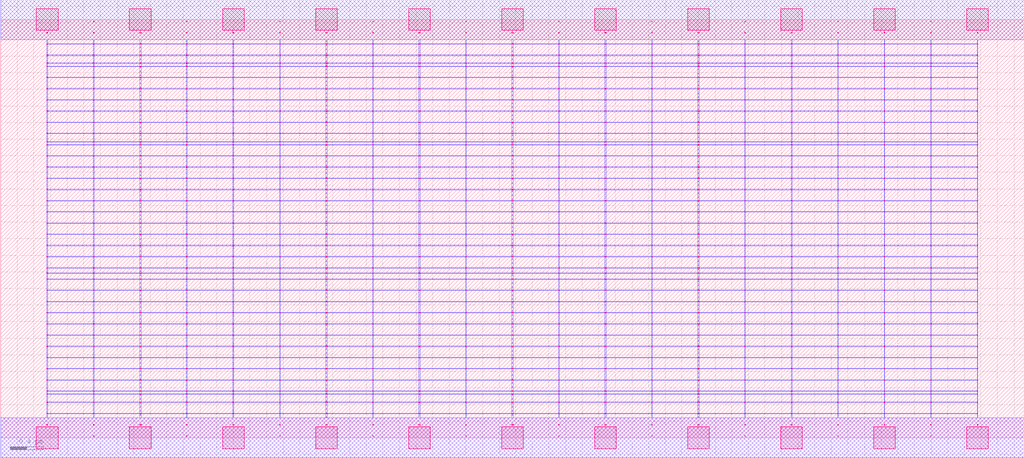
<source format=lef>
MACRO AOAAOI21112_DEBUG
 CLASS CORE ;
 FOREIGN AOAAOI21112_DEBUG 0 0 ;
 SIZE 12.32 BY 5.04 ;
 ORIGIN 0 0 ;
 SYMMETRY X Y R90 ;
 SITE unit ;

 OBS
    LAYER polycont ;
     RECT 6.15100000 2.58300000 6.16900000 2.59100000 ;
     RECT 6.15100000 2.71800000 6.16900000 2.72600000 ;
     RECT 6.15100000 2.85300000 6.16900000 2.86100000 ;
     RECT 6.15100000 2.98800000 6.16900000 2.99600000 ;
     RECT 8.95600000 2.58300000 8.96400000 2.59100000 ;
     RECT 8.95600000 2.71800000 8.96400000 2.72600000 ;
     RECT 8.95600000 2.85300000 8.96400000 2.86100000 ;
     RECT 8.95600000 2.98800000 8.96400000 2.99600000 ;
     RECT 10.07600000 3.79800000 10.08400000 3.80600000 ;
     RECT 10.63600000 3.79800000 10.64400000 3.80600000 ;
     RECT 11.19600000 3.79800000 11.20400000 3.80600000 ;
     RECT 11.75600000 3.79800000 11.76400000 3.80600000 ;
     RECT 10.07600000 3.93300000 10.08400000 3.94100000 ;
     RECT 10.63600000 3.93300000 10.64400000 3.94100000 ;
     RECT 11.19600000 3.93300000 11.20400000 3.94100000 ;
     RECT 11.75600000 3.93300000 11.76400000 3.94100000 ;
     RECT 10.07600000 4.06800000 10.08400000 4.07600000 ;
     RECT 10.63600000 4.06800000 10.64400000 4.07600000 ;
     RECT 11.19600000 4.06800000 11.20400000 4.07600000 ;
     RECT 11.75600000 4.06800000 11.76400000 4.07600000 ;
     RECT 10.07600000 4.20300000 10.08400000 4.21100000 ;
     RECT 10.63600000 4.20300000 10.64400000 4.21100000 ;
     RECT 11.19600000 4.20300000 11.20400000 4.21100000 ;
     RECT 11.75600000 4.20300000 11.76400000 4.21100000 ;
     RECT 10.07600000 4.33800000 10.08400000 4.34600000 ;
     RECT 10.63600000 4.33800000 10.64400000 4.34600000 ;
     RECT 11.19600000 4.33800000 11.20400000 4.34600000 ;
     RECT 11.75600000 4.33800000 11.76400000 4.34600000 ;
     RECT 10.07600000 4.47300000 10.08400000 4.48100000 ;
     RECT 10.63600000 4.47300000 10.64400000 4.48100000 ;
     RECT 11.19600000 4.47300000 11.20400000 4.48100000 ;
     RECT 11.75600000 4.47300000 11.76400000 4.48100000 ;
     RECT 10.07600000 4.51100000 10.08400000 4.51900000 ;
     RECT 10.63600000 4.51100000 10.64400000 4.51900000 ;
     RECT 11.19600000 4.51100000 11.20400000 4.51900000 ;
     RECT 11.75600000 4.51100000 11.76400000 4.51900000 ;
     RECT 10.07600000 4.60800000 10.08400000 4.61600000 ;
     RECT 10.63600000 4.60800000 10.64400000 4.61600000 ;
     RECT 11.19600000 4.60800000 11.20400000 4.61600000 ;
     RECT 11.75600000 4.60800000 11.76400000 4.61600000 ;
     RECT 10.07600000 4.74300000 10.08400000 4.75100000 ;
     RECT 10.63600000 4.74300000 10.64400000 4.75100000 ;
     RECT 11.19600000 4.74300000 11.20400000 4.75100000 ;
     RECT 11.75600000 4.74300000 11.76400000 4.75100000 ;
     RECT 10.07600000 4.87800000 10.08400000 4.88600000 ;
     RECT 10.63600000 4.87800000 10.64400000 4.88600000 ;
     RECT 11.19600000 4.87800000 11.20400000 4.88600000 ;
     RECT 11.75600000 4.87800000 11.76400000 4.88600000 ;
     RECT 8.39100000 2.85300000 8.40900000 2.86100000 ;
     RECT 6.71600000 2.58300000 6.72400000 2.59100000 ;
     RECT 7.83600000 2.58300000 7.84400000 2.59100000 ;
     RECT 6.71600000 2.98800000 6.72400000 2.99600000 ;
     RECT 7.27100000 2.98800000 7.28900000 2.99600000 ;
     RECT 7.83600000 2.98800000 7.84400000 2.99600000 ;
     RECT 8.39100000 2.98800000 8.40900000 2.99600000 ;
     RECT 6.71600000 2.71800000 6.72400000 2.72600000 ;
     RECT 7.27100000 2.71800000 7.28900000 2.72600000 ;
     RECT 7.83600000 2.71800000 7.84400000 2.72600000 ;
     RECT 8.39100000 2.71800000 8.40900000 2.72600000 ;
     RECT 8.39100000 2.58300000 8.40900000 2.59100000 ;
     RECT 7.27100000 2.58300000 7.28900000 2.59100000 ;
     RECT 6.71600000 2.85300000 6.72400000 2.86100000 ;
     RECT 7.27100000 2.85300000 7.28900000 2.86100000 ;
     RECT 7.83600000 2.85300000 7.84400000 2.86100000 ;
     RECT 10.07600000 3.66300000 10.08400000 3.67100000 ;
     RECT 10.63600000 3.66300000 10.64400000 3.67100000 ;
     RECT 11.19600000 3.66300000 11.20400000 3.67100000 ;
     RECT 11.75600000 3.66300000 11.76400000 3.67100000 ;
     RECT 11.19600000 2.58300000 11.20400000 2.59100000 ;
     RECT 11.75600000 2.58300000 11.76400000 2.59100000 ;
     RECT 9.51600000 2.58300000 9.52900000 2.59100000 ;
     RECT 9.51600000 2.71800000 9.52900000 2.72600000 ;
     RECT 9.51600000 2.85300000 9.52900000 2.86100000 ;
     RECT 10.07600000 2.85300000 10.08400000 2.86100000 ;
     RECT 10.63600000 2.85300000 10.64400000 2.86100000 ;
     RECT 11.19600000 2.85300000 11.20400000 2.86100000 ;
     RECT 11.75600000 2.85300000 11.76400000 2.86100000 ;
     RECT 10.07600000 2.71800000 10.08400000 2.72600000 ;
     RECT 10.63600000 2.71800000 10.64400000 2.72600000 ;
     RECT 11.19600000 2.71800000 11.20400000 2.72600000 ;
     RECT 11.75600000 2.71800000 11.76400000 2.72600000 ;
     RECT 10.07600000 2.58300000 10.08400000 2.59100000 ;
     RECT 10.63600000 2.58300000 10.64400000 2.59100000 ;
     RECT 9.51600000 2.98800000 9.52900000 2.99600000 ;
     RECT 10.07600000 2.98800000 10.08400000 2.99600000 ;
     RECT 10.63600000 2.98800000 10.64400000 2.99600000 ;
     RECT 11.19600000 2.98800000 11.20400000 2.99600000 ;
     RECT 11.75600000 2.98800000 11.76400000 2.99600000 ;
     RECT 10.07600000 3.12300000 10.08400000 3.13100000 ;
     RECT 10.63600000 3.12300000 10.64400000 3.13100000 ;
     RECT 11.19600000 3.12300000 11.20400000 3.13100000 ;
     RECT 11.75600000 3.12300000 11.76400000 3.13100000 ;
     RECT 10.07600000 3.25800000 10.08400000 3.26600000 ;
     RECT 10.63600000 3.25800000 10.64400000 3.26600000 ;
     RECT 11.19600000 3.25800000 11.20400000 3.26600000 ;
     RECT 11.75600000 3.25800000 11.76400000 3.26600000 ;
     RECT 10.07600000 3.39300000 10.08400000 3.40100000 ;
     RECT 10.63600000 3.39300000 10.64400000 3.40100000 ;
     RECT 11.19600000 3.39300000 11.20400000 3.40100000 ;
     RECT 11.75600000 3.39300000 11.76400000 3.40100000 ;
     RECT 10.07600000 3.52800000 10.08400000 3.53600000 ;
     RECT 10.63600000 3.52800000 10.64400000 3.53600000 ;
     RECT 11.19600000 3.52800000 11.20400000 3.53600000 ;
     RECT 11.75600000 3.52800000 11.76400000 3.53600000 ;
     RECT 10.07600000 3.56100000 10.08400000 3.56900000 ;
     RECT 10.63600000 3.56100000 10.64400000 3.56900000 ;
     RECT 11.19600000 3.56100000 11.20400000 3.56900000 ;
     RECT 11.75600000 3.56100000 11.76400000 3.56900000 ;
     RECT 0.55100000 2.98800000 0.56400000 2.99600000 ;
     RECT 2.23600000 3.66300000 2.24400000 3.67100000 ;
     RECT 1.11600000 2.98800000 1.12400000 2.99600000 ;
     RECT 1.67600000 2.98800000 1.68900000 2.99600000 ;
     RECT 2.23600000 2.98800000 2.24400000 2.99600000 ;
     RECT 2.79100000 2.98800000 2.80400000 2.99600000 ;
     RECT 2.23600000 3.79800000 2.24400000 3.80600000 ;
     RECT 3.35600000 2.98800000 3.36400000 2.99600000 ;
     RECT 3.91100000 2.98800000 3.92900000 2.99600000 ;
     RECT 4.47600000 2.98800000 4.48400000 2.99600000 ;
     RECT 5.03100000 2.98800000 5.04900000 2.99600000 ;
     RECT 2.23600000 3.93300000 2.24400000 3.94100000 ;
     RECT 5.59600000 2.98800000 5.60400000 2.99600000 ;
     RECT 2.23600000 2.58300000 2.24400000 2.59100000 ;
     RECT 2.79100000 2.58300000 2.80400000 2.59100000 ;
     RECT 3.35600000 2.58300000 3.36400000 2.59100000 ;
     RECT 2.23600000 4.06800000 2.24400000 4.07600000 ;
     RECT 3.91100000 2.58300000 3.92900000 2.59100000 ;
     RECT 4.47600000 2.58300000 4.48400000 2.59100000 ;
     RECT 5.03100000 2.58300000 5.04900000 2.59100000 ;
     RECT 5.59600000 2.58300000 5.60400000 2.59100000 ;
     RECT 2.23600000 4.20300000 2.24400000 4.21100000 ;
     RECT 0.55100000 2.58300000 0.56400000 2.59100000 ;
     RECT 0.55100000 2.71800000 0.56400000 2.72600000 ;
     RECT 0.55100000 2.85300000 0.56400000 2.86100000 ;
     RECT 1.11600000 2.85300000 1.12400000 2.86100000 ;
     RECT 2.23600000 4.33800000 2.24400000 4.34600000 ;
     RECT 2.23600000 3.12300000 2.24400000 3.13100000 ;
     RECT 1.67600000 2.85300000 1.68900000 2.86100000 ;
     RECT 2.23600000 2.85300000 2.24400000 2.86100000 ;
     RECT 2.79100000 2.85300000 2.80400000 2.86100000 ;
     RECT 2.23600000 4.47300000 2.24400000 4.48100000 ;
     RECT 3.35600000 2.85300000 3.36400000 2.86100000 ;
     RECT 2.23600000 3.25800000 2.24400000 3.26600000 ;
     RECT 3.91100000 2.85300000 3.92900000 2.86100000 ;
     RECT 4.47600000 2.85300000 4.48400000 2.86100000 ;
     RECT 2.23600000 4.51100000 2.24400000 4.51900000 ;
     RECT 5.03100000 2.85300000 5.04900000 2.86100000 ;
     RECT 5.59600000 2.85300000 5.60400000 2.86100000 ;
     RECT 2.23600000 3.39300000 2.24400000 3.40100000 ;
     RECT 1.11600000 2.71800000 1.12400000 2.72600000 ;
     RECT 2.23600000 4.60800000 2.24400000 4.61600000 ;
     RECT 1.67600000 2.71800000 1.68900000 2.72600000 ;
     RECT 2.23600000 2.71800000 2.24400000 2.72600000 ;
     RECT 2.79100000 2.71800000 2.80400000 2.72600000 ;
     RECT 2.23600000 3.52800000 2.24400000 3.53600000 ;
     RECT 2.23600000 4.74300000 2.24400000 4.75100000 ;
     RECT 3.35600000 2.71800000 3.36400000 2.72600000 ;
     RECT 3.91100000 2.71800000 3.92900000 2.72600000 ;
     RECT 4.47600000 2.71800000 4.48400000 2.72600000 ;
     RECT 5.03100000 2.71800000 5.04900000 2.72600000 ;
     RECT 2.23600000 4.87800000 2.24400000 4.88600000 ;
     RECT 2.23600000 3.56100000 2.24400000 3.56900000 ;
     RECT 5.59600000 2.71800000 5.60400000 2.72600000 ;
     RECT 1.11600000 2.58300000 1.12400000 2.59100000 ;
     RECT 1.67600000 2.58300000 1.68900000 2.59100000 ;
     RECT 2.23600000 0.42300000 2.24400000 0.43100000 ;
     RECT 5.59600000 0.42300000 5.60400000 0.43100000 ;
     RECT 2.23600000 0.52100000 2.24400000 0.52900000 ;
     RECT 5.59600000 0.52100000 5.60400000 0.52900000 ;
     RECT 2.23600000 0.55800000 2.24400000 0.56600000 ;
     RECT 5.59600000 0.55800000 5.60400000 0.56600000 ;
     RECT 2.23600000 0.69300000 2.24400000 0.70100000 ;
     RECT 5.59600000 0.69300000 5.60400000 0.70100000 ;
     RECT 2.23600000 0.82800000 2.24400000 0.83600000 ;
     RECT 5.59600000 0.82800000 5.60400000 0.83600000 ;
     RECT 2.23600000 0.96300000 2.24400000 0.97100000 ;
     RECT 5.59600000 0.96300000 5.60400000 0.97100000 ;
     RECT 2.23600000 1.09800000 2.24400000 1.10600000 ;
     RECT 5.59600000 1.09800000 5.60400000 1.10600000 ;
     RECT 2.23600000 1.23300000 2.24400000 1.24100000 ;
     RECT 5.59600000 1.23300000 5.60400000 1.24100000 ;
     RECT 2.23600000 1.36800000 2.24400000 1.37600000 ;
     RECT 5.59600000 1.36800000 5.60400000 1.37600000 ;
     RECT 2.23600000 1.50300000 2.24400000 1.51100000 ;
     RECT 5.59600000 1.50300000 5.60400000 1.51100000 ;
     RECT 2.23600000 1.63800000 2.24400000 1.64600000 ;
     RECT 5.59600000 1.63800000 5.60400000 1.64600000 ;
     RECT 2.23600000 1.77300000 2.24400000 1.78100000 ;
     RECT 5.59600000 1.77300000 5.60400000 1.78100000 ;
     RECT 2.23600000 1.90800000 2.24400000 1.91600000 ;
     RECT 5.59600000 1.90800000 5.60400000 1.91600000 ;
     RECT 2.23600000 1.98100000 2.24400000 1.98900000 ;
     RECT 5.59600000 1.98100000 5.60400000 1.98900000 ;
     RECT 2.23600000 2.04300000 2.24400000 2.05100000 ;
     RECT 5.59600000 2.04300000 5.60400000 2.05100000 ;
     RECT 2.23600000 2.17800000 2.24400000 2.18600000 ;
     RECT 5.59600000 2.17800000 5.60400000 2.18600000 ;
     RECT 2.23600000 2.31300000 2.24400000 2.32100000 ;
     RECT 5.59600000 2.31300000 5.60400000 2.32100000 ;
     RECT 2.23600000 2.44800000 2.24400000 2.45600000 ;
     RECT 5.59600000 2.44800000 5.60400000 2.45600000 ;
     RECT 2.23600000 0.15300000 2.24400000 0.16100000 ;
     RECT 5.59600000 0.15300000 5.60400000 0.16100000 ;
     RECT 2.23600000 0.28800000 2.24400000 0.29600000 ;
     RECT 5.59600000 0.28800000 5.60400000 0.29600000 ;
     RECT 8.95600000 1.90800000 8.96400000 1.91600000 ;
     RECT 8.95600000 0.82800000 8.96400000 0.83600000 ;
     RECT 8.95600000 0.55800000 8.96400000 0.56600000 ;
     RECT 8.95600000 1.98100000 8.96400000 1.98900000 ;
     RECT 8.95600000 1.36800000 8.96400000 1.37600000 ;
     RECT 8.95600000 0.28800000 8.96400000 0.29600000 ;
     RECT 8.95600000 2.04300000 8.96400000 2.05100000 ;
     RECT 8.95600000 0.96300000 8.96400000 0.97100000 ;
     RECT 8.95600000 1.50300000 8.96400000 1.51100000 ;
     RECT 8.95600000 2.17800000 8.96400000 2.18600000 ;
     RECT 8.95600000 0.52100000 8.96400000 0.52900000 ;
     RECT 8.95600000 0.69300000 8.96400000 0.70100000 ;
     RECT 8.95600000 2.31300000 8.96400000 2.32100000 ;
     RECT 8.95600000 1.63800000 8.96400000 1.64600000 ;
     RECT 8.95600000 1.09800000 8.96400000 1.10600000 ;
     RECT 8.95600000 2.44800000 8.96400000 2.45600000 ;
     RECT 8.95600000 0.42300000 8.96400000 0.43100000 ;
     RECT 8.95600000 1.77300000 8.96400000 1.78100000 ;
     RECT 8.95600000 0.15300000 8.96400000 0.16100000 ;
     RECT 8.95600000 1.23300000 8.96400000 1.24100000 ;

    LAYER pdiffc ;
     RECT 0.55100000 3.39300000 0.55900000 3.40100000 ;
     RECT 1.68100000 3.39300000 1.68900000 3.40100000 ;
     RECT 2.79100000 3.39300000 2.79900000 3.40100000 ;
     RECT 9.52100000 3.39300000 9.52900000 3.40100000 ;
     RECT 0.55100000 3.52800000 0.55900000 3.53600000 ;
     RECT 1.68100000 3.52800000 1.68900000 3.53600000 ;
     RECT 2.79100000 3.52800000 2.79900000 3.53600000 ;
     RECT 9.52100000 3.52800000 9.52900000 3.53600000 ;
     RECT 0.55100000 3.56100000 0.55900000 3.56900000 ;
     RECT 1.68100000 3.56100000 1.68900000 3.56900000 ;
     RECT 2.79100000 3.56100000 2.79900000 3.56900000 ;
     RECT 9.52100000 3.56100000 9.52900000 3.56900000 ;
     RECT 0.55100000 3.66300000 0.55900000 3.67100000 ;
     RECT 1.68100000 3.66300000 1.68900000 3.67100000 ;
     RECT 2.79100000 3.66300000 2.79900000 3.67100000 ;
     RECT 9.52100000 3.66300000 9.52900000 3.67100000 ;
     RECT 0.55100000 3.79800000 0.55900000 3.80600000 ;
     RECT 1.68100000 3.79800000 1.68900000 3.80600000 ;
     RECT 2.79100000 3.79800000 2.79900000 3.80600000 ;
     RECT 9.52100000 3.79800000 9.52900000 3.80600000 ;
     RECT 0.55100000 3.93300000 0.55900000 3.94100000 ;
     RECT 1.68100000 3.93300000 1.68900000 3.94100000 ;
     RECT 2.79100000 3.93300000 2.79900000 3.94100000 ;
     RECT 9.52100000 3.93300000 9.52900000 3.94100000 ;
     RECT 0.55100000 4.06800000 0.55900000 4.07600000 ;
     RECT 1.68100000 4.06800000 1.68900000 4.07600000 ;
     RECT 2.79100000 4.06800000 2.79900000 4.07600000 ;
     RECT 9.52100000 4.06800000 9.52900000 4.07600000 ;
     RECT 0.55100000 4.20300000 0.55900000 4.21100000 ;
     RECT 1.68100000 4.20300000 1.68900000 4.21100000 ;
     RECT 2.79100000 4.20300000 2.79900000 4.21100000 ;
     RECT 9.52100000 4.20300000 9.52900000 4.21100000 ;
     RECT 0.55100000 4.33800000 0.55900000 4.34600000 ;
     RECT 1.68100000 4.33800000 1.68900000 4.34600000 ;
     RECT 2.79100000 4.33800000 2.79900000 4.34600000 ;
     RECT 9.52100000 4.33800000 9.52900000 4.34600000 ;
     RECT 0.55100000 4.47300000 0.55900000 4.48100000 ;
     RECT 1.68100000 4.47300000 1.68900000 4.48100000 ;
     RECT 2.79100000 4.47300000 2.79900000 4.48100000 ;
     RECT 9.52100000 4.47300000 9.52900000 4.48100000 ;
     RECT 0.55100000 4.51100000 0.55900000 4.51900000 ;
     RECT 1.68100000 4.51100000 1.68900000 4.51900000 ;
     RECT 2.79100000 4.51100000 2.79900000 4.51900000 ;
     RECT 9.52100000 4.51100000 9.52900000 4.51900000 ;
     RECT 0.55100000 4.60800000 0.55900000 4.61600000 ;
     RECT 1.68100000 4.60800000 1.68900000 4.61600000 ;
     RECT 2.79100000 4.60800000 2.79900000 4.61600000 ;
     RECT 9.52100000 4.60800000 9.52900000 4.61600000 ;

    LAYER ndiffc ;
     RECT 6.15100000 0.42300000 6.16900000 0.43100000 ;
     RECT 6.15100000 0.52100000 6.16900000 0.52900000 ;
     RECT 6.15100000 0.55800000 6.16900000 0.56600000 ;
     RECT 6.15100000 0.69300000 6.16900000 0.70100000 ;
     RECT 6.15100000 0.82800000 6.16900000 0.83600000 ;
     RECT 6.15100000 0.96300000 6.16900000 0.97100000 ;
     RECT 6.15100000 1.09800000 6.16900000 1.10600000 ;
     RECT 6.15100000 1.23300000 6.16900000 1.24100000 ;
     RECT 6.15100000 1.36800000 6.16900000 1.37600000 ;
     RECT 6.15100000 1.50300000 6.16900000 1.51100000 ;
     RECT 6.15100000 1.63800000 6.16900000 1.64600000 ;
     RECT 6.15100000 1.77300000 6.16900000 1.78100000 ;
     RECT 6.15100000 1.90800000 6.16900000 1.91600000 ;
     RECT 6.15100000 1.98100000 6.16900000 1.98900000 ;
     RECT 6.15100000 2.04300000 6.16900000 2.05100000 ;
     RECT 9.51600000 0.55800000 9.52900000 0.56600000 ;
     RECT 10.63600000 0.55800000 10.64400000 0.56600000 ;
     RECT 11.75600000 0.55800000 11.76400000 0.56600000 ;
     RECT 9.51600000 0.42300000 9.52900000 0.43100000 ;
     RECT 7.27100000 0.69300000 7.28900000 0.70100000 ;
     RECT 8.39100000 0.69300000 8.40900000 0.70100000 ;
     RECT 9.51600000 0.69300000 9.52900000 0.70100000 ;
     RECT 10.63600000 0.69300000 10.64400000 0.70100000 ;
     RECT 11.75600000 0.69300000 11.76400000 0.70100000 ;
     RECT 10.63600000 0.42300000 10.64400000 0.43100000 ;
     RECT 7.27100000 0.82800000 7.28900000 0.83600000 ;
     RECT 8.39100000 0.82800000 8.40900000 0.83600000 ;
     RECT 9.51600000 0.82800000 9.52900000 0.83600000 ;
     RECT 10.63600000 0.82800000 10.64400000 0.83600000 ;
     RECT 11.75600000 0.82800000 11.76400000 0.83600000 ;
     RECT 11.75600000 0.42300000 11.76400000 0.43100000 ;
     RECT 7.27100000 0.96300000 7.28900000 0.97100000 ;
     RECT 8.39100000 0.96300000 8.40900000 0.97100000 ;
     RECT 9.51600000 0.96300000 9.52900000 0.97100000 ;
     RECT 10.63600000 0.96300000 10.64400000 0.97100000 ;
     RECT 11.75600000 0.96300000 11.76400000 0.97100000 ;
     RECT 7.27100000 0.42300000 7.28900000 0.43100000 ;
     RECT 7.27100000 1.09800000 7.28900000 1.10600000 ;
     RECT 8.39100000 1.09800000 8.40900000 1.10600000 ;
     RECT 9.51600000 1.09800000 9.52900000 1.10600000 ;
     RECT 10.63600000 1.09800000 10.64400000 1.10600000 ;
     RECT 11.75600000 1.09800000 11.76400000 1.10600000 ;
     RECT 7.27100000 0.52100000 7.28900000 0.52900000 ;
     RECT 7.27100000 1.23300000 7.28900000 1.24100000 ;
     RECT 8.39100000 1.23300000 8.40900000 1.24100000 ;
     RECT 9.51600000 1.23300000 9.52900000 1.24100000 ;
     RECT 10.63600000 1.23300000 10.64400000 1.24100000 ;
     RECT 11.75600000 1.23300000 11.76400000 1.24100000 ;
     RECT 8.39100000 0.52100000 8.40900000 0.52900000 ;
     RECT 7.27100000 1.36800000 7.28900000 1.37600000 ;
     RECT 8.39100000 1.36800000 8.40900000 1.37600000 ;
     RECT 9.51600000 1.36800000 9.52900000 1.37600000 ;
     RECT 10.63600000 1.36800000 10.64400000 1.37600000 ;
     RECT 11.75600000 1.36800000 11.76400000 1.37600000 ;
     RECT 9.51600000 0.52100000 9.52900000 0.52900000 ;
     RECT 7.27100000 1.50300000 7.28900000 1.51100000 ;
     RECT 8.39100000 1.50300000 8.40900000 1.51100000 ;
     RECT 9.51600000 1.50300000 9.52900000 1.51100000 ;
     RECT 10.63600000 1.50300000 10.64400000 1.51100000 ;
     RECT 11.75600000 1.50300000 11.76400000 1.51100000 ;
     RECT 10.63600000 0.52100000 10.64400000 0.52900000 ;
     RECT 7.27100000 1.63800000 7.28900000 1.64600000 ;
     RECT 8.39100000 1.63800000 8.40900000 1.64600000 ;
     RECT 9.51600000 1.63800000 9.52900000 1.64600000 ;
     RECT 10.63600000 1.63800000 10.64400000 1.64600000 ;
     RECT 11.75600000 1.63800000 11.76400000 1.64600000 ;
     RECT 11.75600000 0.52100000 11.76400000 0.52900000 ;
     RECT 7.27100000 1.77300000 7.28900000 1.78100000 ;
     RECT 8.39100000 1.77300000 8.40900000 1.78100000 ;
     RECT 9.51600000 1.77300000 9.52900000 1.78100000 ;
     RECT 10.63600000 1.77300000 10.64400000 1.78100000 ;
     RECT 11.75600000 1.77300000 11.76400000 1.78100000 ;
     RECT 8.39100000 0.42300000 8.40900000 0.43100000 ;
     RECT 7.27100000 1.90800000 7.28900000 1.91600000 ;
     RECT 8.39100000 1.90800000 8.40900000 1.91600000 ;
     RECT 9.51600000 1.90800000 9.52900000 1.91600000 ;
     RECT 10.63600000 1.90800000 10.64400000 1.91600000 ;
     RECT 11.75600000 1.90800000 11.76400000 1.91600000 ;
     RECT 7.27100000 0.55800000 7.28900000 0.56600000 ;
     RECT 7.27100000 1.98100000 7.28900000 1.98900000 ;
     RECT 8.39100000 1.98100000 8.40900000 1.98900000 ;
     RECT 9.51600000 1.98100000 9.52900000 1.98900000 ;
     RECT 10.63600000 1.98100000 10.64400000 1.98900000 ;
     RECT 11.75600000 1.98100000 11.76400000 1.98900000 ;
     RECT 8.39100000 0.55800000 8.40900000 0.56600000 ;
     RECT 7.27100000 2.04300000 7.28900000 2.05100000 ;
     RECT 8.39100000 2.04300000 8.40900000 2.05100000 ;
     RECT 9.51600000 2.04300000 9.52900000 2.05100000 ;
     RECT 10.63600000 2.04300000 10.64400000 2.05100000 ;
     RECT 11.75600000 2.04300000 11.76400000 2.05100000 ;
     RECT 2.79100000 1.36800000 2.80400000 1.37600000 ;
     RECT 3.91100000 1.36800000 3.92900000 1.37600000 ;
     RECT 5.03100000 1.36800000 5.04900000 1.37600000 ;
     RECT 5.03100000 0.82800000 5.04900000 0.83600000 ;
     RECT 2.79100000 0.55800000 2.80400000 0.56600000 ;
     RECT 3.91100000 0.55800000 3.92900000 0.56600000 ;
     RECT 5.03100000 0.55800000 5.04900000 0.56600000 ;
     RECT 1.67600000 0.52100000 1.68900000 0.52900000 ;
     RECT 2.79100000 0.52100000 2.80400000 0.52900000 ;
     RECT 0.55100000 1.50300000 0.56400000 1.51100000 ;
     RECT 1.67600000 1.50300000 1.68900000 1.51100000 ;
     RECT 2.79100000 1.50300000 2.80400000 1.51100000 ;
     RECT 3.91100000 1.50300000 3.92900000 1.51100000 ;
     RECT 5.03100000 1.50300000 5.04900000 1.51100000 ;
     RECT 3.91100000 0.52100000 3.92900000 0.52900000 ;
     RECT 0.55100000 0.96300000 0.56400000 0.97100000 ;
     RECT 1.67600000 0.96300000 1.68900000 0.97100000 ;
     RECT 2.79100000 0.96300000 2.80400000 0.97100000 ;
     RECT 3.91100000 0.96300000 3.92900000 0.97100000 ;
     RECT 5.03100000 0.96300000 5.04900000 0.97100000 ;
     RECT 0.55100000 1.63800000 0.56400000 1.64600000 ;
     RECT 1.67600000 1.63800000 1.68900000 1.64600000 ;
     RECT 2.79100000 1.63800000 2.80400000 1.64600000 ;
     RECT 3.91100000 1.63800000 3.92900000 1.64600000 ;
     RECT 5.03100000 1.63800000 5.04900000 1.64600000 ;
     RECT 5.03100000 0.52100000 5.04900000 0.52900000 ;
     RECT 1.67600000 0.42300000 1.68900000 0.43100000 ;
     RECT 2.79100000 0.42300000 2.80400000 0.43100000 ;
     RECT 0.55100000 0.69300000 0.56400000 0.70100000 ;
     RECT 1.67600000 0.69300000 1.68900000 0.70100000 ;
     RECT 2.79100000 0.69300000 2.80400000 0.70100000 ;
     RECT 0.55100000 1.77300000 0.56400000 1.78100000 ;
     RECT 1.67600000 1.77300000 1.68900000 1.78100000 ;
     RECT 2.79100000 1.77300000 2.80400000 1.78100000 ;
     RECT 3.91100000 1.77300000 3.92900000 1.78100000 ;
     RECT 5.03100000 1.77300000 5.04900000 1.78100000 ;
     RECT 0.55100000 1.09800000 0.56400000 1.10600000 ;
     RECT 1.67600000 1.09800000 1.68900000 1.10600000 ;
     RECT 2.79100000 1.09800000 2.80400000 1.10600000 ;
     RECT 3.91100000 1.09800000 3.92900000 1.10600000 ;
     RECT 5.03100000 1.09800000 5.04900000 1.10600000 ;
     RECT 3.91100000 0.69300000 3.92900000 0.70100000 ;
     RECT 0.55100000 1.90800000 0.56400000 1.91600000 ;
     RECT 1.67600000 1.90800000 1.68900000 1.91600000 ;
     RECT 2.79100000 1.90800000 2.80400000 1.91600000 ;
     RECT 3.91100000 1.90800000 3.92900000 1.91600000 ;
     RECT 5.03100000 1.90800000 5.04900000 1.91600000 ;
     RECT 5.03100000 0.69300000 5.04900000 0.70100000 ;
     RECT 3.91100000 0.42300000 3.92900000 0.43100000 ;
     RECT 5.03100000 0.42300000 5.04900000 0.43100000 ;
     RECT 0.55100000 0.42300000 0.56400000 0.43100000 ;
     RECT 0.55100000 0.52100000 0.56400000 0.52900000 ;
     RECT 0.55100000 1.23300000 0.56400000 1.24100000 ;
     RECT 0.55100000 1.98100000 0.56400000 1.98900000 ;
     RECT 1.67600000 1.98100000 1.68900000 1.98900000 ;
     RECT 2.79100000 1.98100000 2.80400000 1.98900000 ;
     RECT 3.91100000 1.98100000 3.92900000 1.98900000 ;
     RECT 5.03100000 1.98100000 5.04900000 1.98900000 ;
     RECT 1.67600000 1.23300000 1.68900000 1.24100000 ;
     RECT 2.79100000 1.23300000 2.80400000 1.24100000 ;
     RECT 3.91100000 1.23300000 3.92900000 1.24100000 ;
     RECT 5.03100000 1.23300000 5.04900000 1.24100000 ;
     RECT 0.55100000 0.55800000 0.56400000 0.56600000 ;
     RECT 1.67600000 0.55800000 1.68900000 0.56600000 ;
     RECT 0.55100000 2.04300000 0.56400000 2.05100000 ;
     RECT 1.67600000 2.04300000 1.68900000 2.05100000 ;
     RECT 2.79100000 2.04300000 2.80400000 2.05100000 ;
     RECT 3.91100000 2.04300000 3.92900000 2.05100000 ;
     RECT 5.03100000 2.04300000 5.04900000 2.05100000 ;
     RECT 0.55100000 0.82800000 0.56400000 0.83600000 ;
     RECT 1.67600000 0.82800000 1.68900000 0.83600000 ;
     RECT 2.79100000 0.82800000 2.80400000 0.83600000 ;
     RECT 3.91100000 0.82800000 3.92900000 0.83600000 ;
     RECT 0.55100000 1.36800000 0.56400000 1.37600000 ;
     RECT 1.67600000 1.36800000 1.68900000 1.37600000 ;

    LAYER met1 ;
     RECT 0.00000000 -0.24000000 12.32000000 0.24000000 ;
     RECT 6.15100000 0.24000000 6.16900000 0.28800000 ;
     RECT 0.55100000 0.28800000 11.76400000 0.29600000 ;
     RECT 6.15100000 0.29600000 6.16900000 0.42300000 ;
     RECT 0.55100000 0.42300000 11.76400000 0.43100000 ;
     RECT 6.15100000 0.43100000 6.16900000 0.52100000 ;
     RECT 0.55100000 0.52100000 11.76400000 0.52900000 ;
     RECT 6.15100000 0.52900000 6.16900000 0.55800000 ;
     RECT 0.55100000 0.55800000 11.76400000 0.56600000 ;
     RECT 6.15100000 0.56600000 6.16900000 0.69300000 ;
     RECT 0.55100000 0.69300000 11.76400000 0.70100000 ;
     RECT 6.15100000 0.70100000 6.16900000 0.82800000 ;
     RECT 0.55100000 0.82800000 11.76400000 0.83600000 ;
     RECT 6.15100000 0.83600000 6.16900000 0.96300000 ;
     RECT 0.55100000 0.96300000 11.76400000 0.97100000 ;
     RECT 6.15100000 0.97100000 6.16900000 1.09800000 ;
     RECT 0.55100000 1.09800000 11.76400000 1.10600000 ;
     RECT 6.15100000 1.10600000 6.16900000 1.23300000 ;
     RECT 0.55100000 1.23300000 11.76400000 1.24100000 ;
     RECT 6.15100000 1.24100000 6.16900000 1.36800000 ;
     RECT 0.55100000 1.36800000 11.76400000 1.37600000 ;
     RECT 6.15100000 1.37600000 6.16900000 1.50300000 ;
     RECT 0.55100000 1.50300000 11.76400000 1.51100000 ;
     RECT 6.15100000 1.51100000 6.16900000 1.63800000 ;
     RECT 0.55100000 1.63800000 11.76400000 1.64600000 ;
     RECT 6.15100000 1.64600000 6.16900000 1.77300000 ;
     RECT 0.55100000 1.77300000 11.76400000 1.78100000 ;
     RECT 6.15100000 1.78100000 6.16900000 1.90800000 ;
     RECT 0.55100000 1.90800000 11.76400000 1.91600000 ;
     RECT 6.15100000 1.91600000 6.16900000 1.98100000 ;
     RECT 0.55100000 1.98100000 11.76400000 1.98900000 ;
     RECT 6.15100000 1.98900000 6.16900000 2.04300000 ;
     RECT 0.55100000 2.04300000 11.76400000 2.05100000 ;
     RECT 6.15100000 2.05100000 6.16900000 2.17800000 ;
     RECT 0.55100000 2.17800000 11.76400000 2.18600000 ;
     RECT 6.15100000 2.18600000 6.16900000 2.31300000 ;
     RECT 0.55100000 2.31300000 11.76400000 2.32100000 ;
     RECT 6.15100000 2.32100000 6.16900000 2.44800000 ;
     RECT 0.55100000 2.44800000 11.76400000 2.45600000 ;
     RECT 0.55100000 2.45600000 0.56400000 2.58300000 ;
     RECT 1.11600000 2.45600000 1.12400000 2.58300000 ;
     RECT 1.67600000 2.45600000 1.68900000 2.58300000 ;
     RECT 2.23600000 2.45600000 2.24400000 2.58300000 ;
     RECT 2.79100000 2.45600000 2.80400000 2.58300000 ;
     RECT 3.35600000 2.45600000 3.36400000 2.58300000 ;
     RECT 3.91100000 2.45600000 3.92900000 2.58300000 ;
     RECT 4.47600000 2.45600000 4.48400000 2.58300000 ;
     RECT 5.03100000 2.45600000 5.04900000 2.58300000 ;
     RECT 5.59600000 2.45600000 5.60400000 2.58300000 ;
     RECT 6.15100000 2.45600000 6.16900000 2.58300000 ;
     RECT 6.71600000 2.45600000 6.72400000 2.58300000 ;
     RECT 7.27100000 2.45600000 7.28900000 2.58300000 ;
     RECT 7.83600000 2.45600000 7.84400000 2.58300000 ;
     RECT 8.39100000 2.45600000 8.40900000 2.58300000 ;
     RECT 8.95600000 2.45600000 8.96400000 2.58300000 ;
     RECT 9.51600000 2.45600000 9.52900000 2.58300000 ;
     RECT 10.07600000 2.45600000 10.08400000 2.58300000 ;
     RECT 10.63600000 2.45600000 10.64400000 2.58300000 ;
     RECT 11.19600000 2.45600000 11.20400000 2.58300000 ;
     RECT 11.75600000 2.45600000 11.76400000 2.58300000 ;
     RECT 0.55100000 2.58300000 11.76400000 2.59100000 ;
     RECT 6.15100000 2.59100000 6.16900000 2.71800000 ;
     RECT 0.55100000 2.71800000 11.76400000 2.72600000 ;
     RECT 6.15100000 2.72600000 6.16900000 2.85300000 ;
     RECT 0.55100000 2.85300000 11.76400000 2.86100000 ;
     RECT 6.15100000 2.86100000 6.16900000 2.98800000 ;
     RECT 0.55100000 2.98800000 11.76400000 2.99600000 ;
     RECT 6.15100000 2.99600000 6.16900000 3.12300000 ;
     RECT 0.55100000 3.12300000 11.76400000 3.13100000 ;
     RECT 6.15100000 3.13100000 6.16900000 3.25800000 ;
     RECT 0.55100000 3.25800000 11.76400000 3.26600000 ;
     RECT 6.15100000 3.26600000 6.16900000 3.39300000 ;
     RECT 0.55100000 3.39300000 11.76400000 3.40100000 ;
     RECT 6.15100000 3.40100000 6.16900000 3.52800000 ;
     RECT 0.55100000 3.52800000 11.76400000 3.53600000 ;
     RECT 6.15100000 3.53600000 6.16900000 3.56100000 ;
     RECT 0.55100000 3.56100000 11.76400000 3.56900000 ;
     RECT 6.15100000 3.56900000 6.16900000 3.66300000 ;
     RECT 0.55100000 3.66300000 11.76400000 3.67100000 ;
     RECT 6.15100000 3.67100000 6.16900000 3.79800000 ;
     RECT 0.55100000 3.79800000 11.76400000 3.80600000 ;
     RECT 6.15100000 3.80600000 6.16900000 3.93300000 ;
     RECT 0.55100000 3.93300000 11.76400000 3.94100000 ;
     RECT 6.15100000 3.94100000 6.16900000 4.06800000 ;
     RECT 0.55100000 4.06800000 11.76400000 4.07600000 ;
     RECT 6.15100000 4.07600000 6.16900000 4.20300000 ;
     RECT 0.55100000 4.20300000 11.76400000 4.21100000 ;
     RECT 6.15100000 4.21100000 6.16900000 4.33800000 ;
     RECT 0.55100000 4.33800000 11.76400000 4.34600000 ;
     RECT 6.15100000 4.34600000 6.16900000 4.47300000 ;
     RECT 0.55100000 4.47300000 11.76400000 4.48100000 ;
     RECT 6.15100000 4.48100000 6.16900000 4.51100000 ;
     RECT 0.55100000 4.51100000 11.76400000 4.51900000 ;
     RECT 6.15100000 4.51900000 6.16900000 4.60800000 ;
     RECT 0.55100000 4.60800000 11.76400000 4.61600000 ;
     RECT 6.15100000 4.61600000 6.16900000 4.74300000 ;
     RECT 0.55100000 4.74300000 11.76400000 4.75100000 ;
     RECT 6.15100000 4.75100000 6.16900000 4.80000000 ;
     RECT 0.00000000 4.80000000 12.32000000 5.28000000 ;
     RECT 6.71600000 3.80600000 6.72400000 3.93300000 ;
     RECT 7.27100000 3.80600000 7.28900000 3.93300000 ;
     RECT 7.83600000 3.80600000 7.84400000 3.93300000 ;
     RECT 8.39100000 3.80600000 8.40900000 3.93300000 ;
     RECT 8.95600000 3.80600000 8.96400000 3.93300000 ;
     RECT 9.51600000 3.80600000 9.52900000 3.93300000 ;
     RECT 10.07600000 3.80600000 10.08400000 3.93300000 ;
     RECT 10.63600000 3.80600000 10.64400000 3.93300000 ;
     RECT 11.19600000 3.80600000 11.20400000 3.93300000 ;
     RECT 11.75600000 3.80600000 11.76400000 3.93300000 ;
     RECT 9.51600000 3.94100000 9.52900000 4.06800000 ;
     RECT 10.07600000 3.94100000 10.08400000 4.06800000 ;
     RECT 10.63600000 3.94100000 10.64400000 4.06800000 ;
     RECT 11.19600000 3.94100000 11.20400000 4.06800000 ;
     RECT 11.75600000 3.94100000 11.76400000 4.06800000 ;
     RECT 9.51600000 4.07600000 9.52900000 4.20300000 ;
     RECT 10.07600000 4.07600000 10.08400000 4.20300000 ;
     RECT 10.63600000 4.07600000 10.64400000 4.20300000 ;
     RECT 11.19600000 4.07600000 11.20400000 4.20300000 ;
     RECT 11.75600000 4.07600000 11.76400000 4.20300000 ;
     RECT 9.51600000 4.21100000 9.52900000 4.33800000 ;
     RECT 10.07600000 4.21100000 10.08400000 4.33800000 ;
     RECT 10.63600000 4.21100000 10.64400000 4.33800000 ;
     RECT 11.19600000 4.21100000 11.20400000 4.33800000 ;
     RECT 11.75600000 4.21100000 11.76400000 4.33800000 ;
     RECT 9.51600000 4.34600000 9.52900000 4.47300000 ;
     RECT 10.07600000 4.34600000 10.08400000 4.47300000 ;
     RECT 10.63600000 4.34600000 10.64400000 4.47300000 ;
     RECT 11.19600000 4.34600000 11.20400000 4.47300000 ;
     RECT 11.75600000 4.34600000 11.76400000 4.47300000 ;
     RECT 9.51600000 4.48100000 9.52900000 4.51100000 ;
     RECT 10.07600000 4.48100000 10.08400000 4.51100000 ;
     RECT 10.63600000 4.48100000 10.64400000 4.51100000 ;
     RECT 11.19600000 4.48100000 11.20400000 4.51100000 ;
     RECT 11.75600000 4.48100000 11.76400000 4.51100000 ;
     RECT 9.51600000 4.51900000 9.52900000 4.60800000 ;
     RECT 10.07600000 4.51900000 10.08400000 4.60800000 ;
     RECT 10.63600000 4.51900000 10.64400000 4.60800000 ;
     RECT 11.19600000 4.51900000 11.20400000 4.60800000 ;
     RECT 11.75600000 4.51900000 11.76400000 4.60800000 ;
     RECT 9.51600000 4.61600000 9.52900000 4.74300000 ;
     RECT 10.07600000 4.61600000 10.08400000 4.74300000 ;
     RECT 10.63600000 4.61600000 10.64400000 4.74300000 ;
     RECT 11.19600000 4.61600000 11.20400000 4.74300000 ;
     RECT 11.75600000 4.61600000 11.76400000 4.74300000 ;
     RECT 9.51600000 4.75100000 9.52900000 4.80000000 ;
     RECT 10.07600000 4.75100000 10.08400000 4.80000000 ;
     RECT 10.63600000 4.75100000 10.64400000 4.80000000 ;
     RECT 11.19600000 4.75100000 11.20400000 4.80000000 ;
     RECT 11.75600000 4.75100000 11.76400000 4.80000000 ;
     RECT 6.71600000 4.48100000 6.72400000 4.51100000 ;
     RECT 7.27100000 4.48100000 7.28900000 4.51100000 ;
     RECT 7.83600000 4.48100000 7.84400000 4.51100000 ;
     RECT 8.39100000 4.48100000 8.40900000 4.51100000 ;
     RECT 8.95600000 4.48100000 8.96400000 4.51100000 ;
     RECT 6.71600000 4.21100000 6.72400000 4.33800000 ;
     RECT 7.27100000 4.21100000 7.28900000 4.33800000 ;
     RECT 7.83600000 4.21100000 7.84400000 4.33800000 ;
     RECT 8.39100000 4.21100000 8.40900000 4.33800000 ;
     RECT 8.95600000 4.21100000 8.96400000 4.33800000 ;
     RECT 6.71600000 4.51900000 6.72400000 4.60800000 ;
     RECT 7.27100000 4.51900000 7.28900000 4.60800000 ;
     RECT 7.83600000 4.51900000 7.84400000 4.60800000 ;
     RECT 8.39100000 4.51900000 8.40900000 4.60800000 ;
     RECT 8.95600000 4.51900000 8.96400000 4.60800000 ;
     RECT 6.71600000 4.07600000 6.72400000 4.20300000 ;
     RECT 7.27100000 4.07600000 7.28900000 4.20300000 ;
     RECT 7.83600000 4.07600000 7.84400000 4.20300000 ;
     RECT 8.39100000 4.07600000 8.40900000 4.20300000 ;
     RECT 8.95600000 4.07600000 8.96400000 4.20300000 ;
     RECT 6.71600000 4.61600000 6.72400000 4.74300000 ;
     RECT 7.27100000 4.61600000 7.28900000 4.74300000 ;
     RECT 7.83600000 4.61600000 7.84400000 4.74300000 ;
     RECT 8.39100000 4.61600000 8.40900000 4.74300000 ;
     RECT 8.95600000 4.61600000 8.96400000 4.74300000 ;
     RECT 6.71600000 4.34600000 6.72400000 4.47300000 ;
     RECT 7.27100000 4.34600000 7.28900000 4.47300000 ;
     RECT 7.83600000 4.34600000 7.84400000 4.47300000 ;
     RECT 8.39100000 4.34600000 8.40900000 4.47300000 ;
     RECT 8.95600000 4.34600000 8.96400000 4.47300000 ;
     RECT 6.71600000 4.75100000 6.72400000 4.80000000 ;
     RECT 7.27100000 4.75100000 7.28900000 4.80000000 ;
     RECT 7.83600000 4.75100000 7.84400000 4.80000000 ;
     RECT 8.39100000 4.75100000 8.40900000 4.80000000 ;
     RECT 8.95600000 4.75100000 8.96400000 4.80000000 ;
     RECT 6.71600000 3.94100000 6.72400000 4.06800000 ;
     RECT 7.27100000 3.94100000 7.28900000 4.06800000 ;
     RECT 7.83600000 3.94100000 7.84400000 4.06800000 ;
     RECT 8.39100000 3.94100000 8.40900000 4.06800000 ;
     RECT 8.95600000 3.94100000 8.96400000 4.06800000 ;
     RECT 8.39100000 2.99600000 8.40900000 3.12300000 ;
     RECT 8.95600000 2.99600000 8.96400000 3.12300000 ;
     RECT 6.71600000 3.13100000 6.72400000 3.25800000 ;
     RECT 7.27100000 3.13100000 7.28900000 3.25800000 ;
     RECT 7.83600000 3.13100000 7.84400000 3.25800000 ;
     RECT 8.39100000 3.13100000 8.40900000 3.25800000 ;
     RECT 8.95600000 3.13100000 8.96400000 3.25800000 ;
     RECT 8.95600000 2.86100000 8.96400000 2.98800000 ;
     RECT 6.71600000 3.26600000 6.72400000 3.39300000 ;
     RECT 7.27100000 3.26600000 7.28900000 3.39300000 ;
     RECT 7.83600000 3.26600000 7.84400000 3.39300000 ;
     RECT 8.39100000 3.26600000 8.40900000 3.39300000 ;
     RECT 8.95600000 3.26600000 8.96400000 3.39300000 ;
     RECT 6.71600000 2.59100000 6.72400000 2.71800000 ;
     RECT 7.27100000 2.59100000 7.28900000 2.71800000 ;
     RECT 6.71600000 3.40100000 6.72400000 3.52800000 ;
     RECT 7.27100000 3.40100000 7.28900000 3.52800000 ;
     RECT 7.83600000 3.40100000 7.84400000 3.52800000 ;
     RECT 8.39100000 3.40100000 8.40900000 3.52800000 ;
     RECT 7.83600000 2.59100000 7.84400000 2.71800000 ;
     RECT 8.39100000 2.59100000 8.40900000 2.71800000 ;
     RECT 8.95600000 3.40100000 8.96400000 3.52800000 ;
     RECT 6.71600000 2.72600000 6.72400000 2.85300000 ;
     RECT 7.27100000 2.72600000 7.28900000 2.85300000 ;
     RECT 6.71600000 3.53600000 6.72400000 3.56100000 ;
     RECT 7.27100000 3.53600000 7.28900000 3.56100000 ;
     RECT 7.83600000 3.53600000 7.84400000 3.56100000 ;
     RECT 8.39100000 3.53600000 8.40900000 3.56100000 ;
     RECT 8.95600000 3.53600000 8.96400000 3.56100000 ;
     RECT 7.83600000 2.72600000 7.84400000 2.85300000 ;
     RECT 8.39100000 2.72600000 8.40900000 2.85300000 ;
     RECT 6.71600000 2.86100000 6.72400000 2.98800000 ;
     RECT 7.27100000 2.86100000 7.28900000 2.98800000 ;
     RECT 6.71600000 3.56900000 6.72400000 3.66300000 ;
     RECT 7.27100000 3.56900000 7.28900000 3.66300000 ;
     RECT 7.83600000 3.56900000 7.84400000 3.66300000 ;
     RECT 8.39100000 3.56900000 8.40900000 3.66300000 ;
     RECT 8.95600000 3.56900000 8.96400000 3.66300000 ;
     RECT 8.95600000 2.59100000 8.96400000 2.71800000 ;
     RECT 8.95600000 2.72600000 8.96400000 2.85300000 ;
     RECT 6.71600000 3.67100000 6.72400000 3.79800000 ;
     RECT 7.27100000 3.67100000 7.28900000 3.79800000 ;
     RECT 7.83600000 3.67100000 7.84400000 3.79800000 ;
     RECT 8.39100000 3.67100000 8.40900000 3.79800000 ;
     RECT 7.83600000 2.86100000 7.84400000 2.98800000 ;
     RECT 8.39100000 2.86100000 8.40900000 2.98800000 ;
     RECT 8.95600000 3.67100000 8.96400000 3.79800000 ;
     RECT 7.27100000 2.99600000 7.28900000 3.12300000 ;
     RECT 7.83600000 2.99600000 7.84400000 3.12300000 ;
     RECT 6.71600000 2.99600000 6.72400000 3.12300000 ;
     RECT 9.51600000 3.53600000 9.52900000 3.56100000 ;
     RECT 10.07600000 3.53600000 10.08400000 3.56100000 ;
     RECT 9.51600000 2.86100000 9.52900000 2.98800000 ;
     RECT 10.63600000 3.53600000 10.64400000 3.56100000 ;
     RECT 11.19600000 3.53600000 11.20400000 3.56100000 ;
     RECT 11.75600000 3.53600000 11.76400000 3.56100000 ;
     RECT 9.51600000 3.26600000 9.52900000 3.39300000 ;
     RECT 10.07600000 3.26600000 10.08400000 3.39300000 ;
     RECT 10.63600000 3.26600000 10.64400000 3.39300000 ;
     RECT 11.19600000 3.26600000 11.20400000 3.39300000 ;
     RECT 11.75600000 3.26600000 11.76400000 3.39300000 ;
     RECT 11.19600000 2.99600000 11.20400000 3.12300000 ;
     RECT 11.75600000 2.99600000 11.76400000 3.12300000 ;
     RECT 10.07600000 2.86100000 10.08400000 2.98800000 ;
     RECT 10.63600000 2.86100000 10.64400000 2.98800000 ;
     RECT 9.51600000 3.56900000 9.52900000 3.66300000 ;
     RECT 10.07600000 3.56900000 10.08400000 3.66300000 ;
     RECT 10.63600000 3.56900000 10.64400000 3.66300000 ;
     RECT 11.19600000 3.56900000 11.20400000 3.66300000 ;
     RECT 11.75600000 3.56900000 11.76400000 3.66300000 ;
     RECT 9.51600000 3.13100000 9.52900000 3.25800000 ;
     RECT 9.51600000 2.72600000 9.52900000 2.85300000 ;
     RECT 10.07600000 3.13100000 10.08400000 3.25800000 ;
     RECT 10.63600000 3.13100000 10.64400000 3.25800000 ;
     RECT 11.19600000 3.13100000 11.20400000 3.25800000 ;
     RECT 11.19600000 2.86100000 11.20400000 2.98800000 ;
     RECT 11.75600000 2.86100000 11.76400000 2.98800000 ;
     RECT 11.75600000 3.13100000 11.76400000 3.25800000 ;
     RECT 9.51600000 3.40100000 9.52900000 3.52800000 ;
     RECT 9.51600000 3.67100000 9.52900000 3.79800000 ;
     RECT 10.07600000 3.67100000 10.08400000 3.79800000 ;
     RECT 10.63600000 3.67100000 10.64400000 3.79800000 ;
     RECT 11.19600000 3.67100000 11.20400000 3.79800000 ;
     RECT 11.75600000 3.67100000 11.76400000 3.79800000 ;
     RECT 10.07600000 2.72600000 10.08400000 2.85300000 ;
     RECT 10.63600000 2.72600000 10.64400000 2.85300000 ;
     RECT 10.07600000 3.40100000 10.08400000 3.52800000 ;
     RECT 10.63600000 3.40100000 10.64400000 3.52800000 ;
     RECT 9.51600000 2.59100000 9.52900000 2.71800000 ;
     RECT 11.19600000 3.40100000 11.20400000 3.52800000 ;
     RECT 11.75600000 3.40100000 11.76400000 3.52800000 ;
     RECT 11.19600000 2.59100000 11.20400000 2.71800000 ;
     RECT 11.75600000 2.59100000 11.76400000 2.71800000 ;
     RECT 10.07600000 2.59100000 10.08400000 2.71800000 ;
     RECT 10.63600000 2.59100000 10.64400000 2.71800000 ;
     RECT 9.51600000 2.99600000 9.52900000 3.12300000 ;
     RECT 10.07600000 2.99600000 10.08400000 3.12300000 ;
     RECT 11.19600000 2.72600000 11.20400000 2.85300000 ;
     RECT 11.75600000 2.72600000 11.76400000 2.85300000 ;
     RECT 10.63600000 2.99600000 10.64400000 3.12300000 ;
     RECT 5.03100000 3.80600000 5.04900000 3.93300000 ;
     RECT 5.59600000 3.80600000 5.60400000 3.93300000 ;
     RECT 0.55100000 3.80600000 0.56400000 3.93300000 ;
     RECT 1.11600000 3.80600000 1.12400000 3.93300000 ;
     RECT 1.67600000 3.80600000 1.68900000 3.93300000 ;
     RECT 2.23600000 3.80600000 2.24400000 3.93300000 ;
     RECT 2.79100000 3.80600000 2.80400000 3.93300000 ;
     RECT 3.35600000 3.80600000 3.36400000 3.93300000 ;
     RECT 3.91100000 3.80600000 3.92900000 3.93300000 ;
     RECT 4.47600000 3.80600000 4.48400000 3.93300000 ;
     RECT 5.03100000 4.07600000 5.04900000 4.20300000 ;
     RECT 5.59600000 4.07600000 5.60400000 4.20300000 ;
     RECT 3.35600000 4.21100000 3.36400000 4.33800000 ;
     RECT 3.91100000 4.21100000 3.92900000 4.33800000 ;
     RECT 4.47600000 4.21100000 4.48400000 4.33800000 ;
     RECT 5.03100000 4.21100000 5.04900000 4.33800000 ;
     RECT 5.59600000 4.21100000 5.60400000 4.33800000 ;
     RECT 3.35600000 4.34600000 3.36400000 4.47300000 ;
     RECT 3.91100000 4.34600000 3.92900000 4.47300000 ;
     RECT 4.47600000 4.34600000 4.48400000 4.47300000 ;
     RECT 5.03100000 4.34600000 5.04900000 4.47300000 ;
     RECT 5.59600000 4.34600000 5.60400000 4.47300000 ;
     RECT 3.35600000 4.48100000 3.36400000 4.51100000 ;
     RECT 3.91100000 4.48100000 3.92900000 4.51100000 ;
     RECT 4.47600000 4.48100000 4.48400000 4.51100000 ;
     RECT 5.03100000 4.48100000 5.04900000 4.51100000 ;
     RECT 5.59600000 4.48100000 5.60400000 4.51100000 ;
     RECT 3.35600000 4.51900000 3.36400000 4.60800000 ;
     RECT 3.91100000 4.51900000 3.92900000 4.60800000 ;
     RECT 4.47600000 4.51900000 4.48400000 4.60800000 ;
     RECT 5.03100000 4.51900000 5.04900000 4.60800000 ;
     RECT 5.59600000 4.51900000 5.60400000 4.60800000 ;
     RECT 3.35600000 4.61600000 3.36400000 4.74300000 ;
     RECT 3.91100000 4.61600000 3.92900000 4.74300000 ;
     RECT 4.47600000 4.61600000 4.48400000 4.74300000 ;
     RECT 5.03100000 4.61600000 5.04900000 4.74300000 ;
     RECT 5.59600000 4.61600000 5.60400000 4.74300000 ;
     RECT 3.35600000 4.75100000 3.36400000 4.80000000 ;
     RECT 3.91100000 4.75100000 3.92900000 4.80000000 ;
     RECT 4.47600000 4.75100000 4.48400000 4.80000000 ;
     RECT 5.03100000 4.75100000 5.04900000 4.80000000 ;
     RECT 5.59600000 4.75100000 5.60400000 4.80000000 ;
     RECT 3.35600000 3.94100000 3.36400000 4.06800000 ;
     RECT 3.91100000 3.94100000 3.92900000 4.06800000 ;
     RECT 4.47600000 3.94100000 4.48400000 4.06800000 ;
     RECT 5.03100000 3.94100000 5.04900000 4.06800000 ;
     RECT 5.59600000 3.94100000 5.60400000 4.06800000 ;
     RECT 3.35600000 4.07600000 3.36400000 4.20300000 ;
     RECT 3.91100000 4.07600000 3.92900000 4.20300000 ;
     RECT 4.47600000 4.07600000 4.48400000 4.20300000 ;
     RECT 2.23600000 4.21100000 2.24400000 4.33800000 ;
     RECT 2.79100000 4.21100000 2.80400000 4.33800000 ;
     RECT 0.55100000 4.51900000 0.56400000 4.60800000 ;
     RECT 1.11600000 4.51900000 1.12400000 4.60800000 ;
     RECT 1.67600000 4.51900000 1.68900000 4.60800000 ;
     RECT 2.23600000 4.51900000 2.24400000 4.60800000 ;
     RECT 2.79100000 4.51900000 2.80400000 4.60800000 ;
     RECT 0.55100000 4.07600000 0.56400000 4.20300000 ;
     RECT 1.11600000 4.07600000 1.12400000 4.20300000 ;
     RECT 1.67600000 4.07600000 1.68900000 4.20300000 ;
     RECT 2.23600000 4.07600000 2.24400000 4.20300000 ;
     RECT 2.79100000 4.07600000 2.80400000 4.20300000 ;
     RECT 0.55100000 4.61600000 0.56400000 4.74300000 ;
     RECT 1.11600000 4.61600000 1.12400000 4.74300000 ;
     RECT 1.67600000 4.61600000 1.68900000 4.74300000 ;
     RECT 2.23600000 4.61600000 2.24400000 4.74300000 ;
     RECT 2.79100000 4.61600000 2.80400000 4.74300000 ;
     RECT 0.55100000 4.34600000 0.56400000 4.47300000 ;
     RECT 1.11600000 4.34600000 1.12400000 4.47300000 ;
     RECT 1.67600000 4.34600000 1.68900000 4.47300000 ;
     RECT 2.23600000 4.34600000 2.24400000 4.47300000 ;
     RECT 2.79100000 4.34600000 2.80400000 4.47300000 ;
     RECT 0.55100000 4.75100000 0.56400000 4.80000000 ;
     RECT 1.11600000 4.75100000 1.12400000 4.80000000 ;
     RECT 1.67600000 4.75100000 1.68900000 4.80000000 ;
     RECT 2.23600000 4.75100000 2.24400000 4.80000000 ;
     RECT 2.79100000 4.75100000 2.80400000 4.80000000 ;
     RECT 0.55100000 3.94100000 0.56400000 4.06800000 ;
     RECT 1.11600000 3.94100000 1.12400000 4.06800000 ;
     RECT 1.67600000 3.94100000 1.68900000 4.06800000 ;
     RECT 2.23600000 3.94100000 2.24400000 4.06800000 ;
     RECT 2.79100000 3.94100000 2.80400000 4.06800000 ;
     RECT 0.55100000 4.48100000 0.56400000 4.51100000 ;
     RECT 1.11600000 4.48100000 1.12400000 4.51100000 ;
     RECT 1.67600000 4.48100000 1.68900000 4.51100000 ;
     RECT 2.23600000 4.48100000 2.24400000 4.51100000 ;
     RECT 2.79100000 4.48100000 2.80400000 4.51100000 ;
     RECT 0.55100000 4.21100000 0.56400000 4.33800000 ;
     RECT 1.11600000 4.21100000 1.12400000 4.33800000 ;
     RECT 1.67600000 4.21100000 1.68900000 4.33800000 ;
     RECT 2.79100000 3.53600000 2.80400000 3.56100000 ;
     RECT 0.55100000 2.86100000 0.56400000 2.98800000 ;
     RECT 1.11600000 2.86100000 1.12400000 2.98800000 ;
     RECT 1.67600000 2.86100000 1.68900000 2.98800000 ;
     RECT 2.23600000 2.86100000 2.24400000 2.98800000 ;
     RECT 2.23600000 2.59100000 2.24400000 2.71800000 ;
     RECT 0.55100000 3.40100000 0.56400000 3.52800000 ;
     RECT 1.11600000 3.40100000 1.12400000 3.52800000 ;
     RECT 0.55100000 2.59100000 0.56400000 2.71800000 ;
     RECT 1.67600000 2.72600000 1.68900000 2.85300000 ;
     RECT 2.23600000 2.72600000 2.24400000 2.85300000 ;
     RECT 2.79100000 2.72600000 2.80400000 2.85300000 ;
     RECT 0.55100000 3.67100000 0.56400000 3.79800000 ;
     RECT 1.11600000 3.67100000 1.12400000 3.79800000 ;
     RECT 1.67600000 3.67100000 1.68900000 3.79800000 ;
     RECT 2.23600000 3.67100000 2.24400000 3.79800000 ;
     RECT 2.79100000 3.67100000 2.80400000 3.79800000 ;
     RECT 1.11600000 2.59100000 1.12400000 2.71800000 ;
     RECT 0.55100000 2.72600000 0.56400000 2.85300000 ;
     RECT 1.11600000 2.72600000 1.12400000 2.85300000 ;
     RECT 0.55100000 3.53600000 0.56400000 3.56100000 ;
     RECT 1.11600000 3.53600000 1.12400000 3.56100000 ;
     RECT 1.67600000 3.40100000 1.68900000 3.52800000 ;
     RECT 0.55100000 3.13100000 0.56400000 3.25800000 ;
     RECT 1.11600000 3.13100000 1.12400000 3.25800000 ;
     RECT 1.67600000 3.13100000 1.68900000 3.25800000 ;
     RECT 2.23600000 3.13100000 2.24400000 3.25800000 ;
     RECT 0.55100000 3.26600000 0.56400000 3.39300000 ;
     RECT 1.11600000 3.26600000 1.12400000 3.39300000 ;
     RECT 1.67600000 3.26600000 1.68900000 3.39300000 ;
     RECT 2.23600000 3.26600000 2.24400000 3.39300000 ;
     RECT 2.79100000 3.26600000 2.80400000 3.39300000 ;
     RECT 2.79100000 3.13100000 2.80400000 3.25800000 ;
     RECT 0.55100000 3.56900000 0.56400000 3.66300000 ;
     RECT 1.11600000 3.56900000 1.12400000 3.66300000 ;
     RECT 1.67600000 3.56900000 1.68900000 3.66300000 ;
     RECT 2.23600000 3.56900000 2.24400000 3.66300000 ;
     RECT 2.23600000 3.40100000 2.24400000 3.52800000 ;
     RECT 2.79100000 3.40100000 2.80400000 3.52800000 ;
     RECT 2.79100000 2.59100000 2.80400000 2.71800000 ;
     RECT 0.55100000 2.99600000 0.56400000 3.12300000 ;
     RECT 1.11600000 2.99600000 1.12400000 3.12300000 ;
     RECT 1.67600000 2.99600000 1.68900000 3.12300000 ;
     RECT 2.23600000 2.99600000 2.24400000 3.12300000 ;
     RECT 2.79100000 2.99600000 2.80400000 3.12300000 ;
     RECT 1.67600000 2.59100000 1.68900000 2.71800000 ;
     RECT 1.67600000 3.53600000 1.68900000 3.56100000 ;
     RECT 2.79100000 3.56900000 2.80400000 3.66300000 ;
     RECT 2.79100000 2.86100000 2.80400000 2.98800000 ;
     RECT 2.23600000 3.53600000 2.24400000 3.56100000 ;
     RECT 5.59600000 2.72600000 5.60400000 2.85300000 ;
     RECT 5.03100000 2.72600000 5.04900000 2.85300000 ;
     RECT 3.35600000 3.40100000 3.36400000 3.52800000 ;
     RECT 3.91100000 3.40100000 3.92900000 3.52800000 ;
     RECT 4.47600000 3.40100000 4.48400000 3.52800000 ;
     RECT 3.35600000 3.67100000 3.36400000 3.79800000 ;
     RECT 5.03100000 3.40100000 5.04900000 3.52800000 ;
     RECT 5.59600000 3.40100000 5.60400000 3.52800000 ;
     RECT 3.91100000 2.99600000 3.92900000 3.12300000 ;
     RECT 5.03100000 2.99600000 5.04900000 3.12300000 ;
     RECT 5.59600000 2.99600000 5.60400000 3.12300000 ;
     RECT 3.91100000 2.59100000 3.92900000 2.71800000 ;
     RECT 3.35600000 3.56900000 3.36400000 3.66300000 ;
     RECT 3.91100000 3.56900000 3.92900000 3.66300000 ;
     RECT 4.47600000 3.56900000 4.48400000 3.66300000 ;
     RECT 5.03100000 3.56900000 5.04900000 3.66300000 ;
     RECT 3.91100000 3.67100000 3.92900000 3.79800000 ;
     RECT 4.47600000 3.67100000 4.48400000 3.79800000 ;
     RECT 5.03100000 3.67100000 5.04900000 3.79800000 ;
     RECT 5.59600000 3.67100000 5.60400000 3.79800000 ;
     RECT 3.91100000 2.72600000 3.92900000 2.85300000 ;
     RECT 4.47600000 2.72600000 4.48400000 2.85300000 ;
     RECT 5.59600000 3.56900000 5.60400000 3.66300000 ;
     RECT 5.03100000 3.13100000 5.04900000 3.25800000 ;
     RECT 5.59600000 3.13100000 5.60400000 3.25800000 ;
     RECT 4.47600000 2.59100000 4.48400000 2.71800000 ;
     RECT 3.35600000 2.86100000 3.36400000 2.98800000 ;
     RECT 3.35600000 3.26600000 3.36400000 3.39300000 ;
     RECT 3.91100000 2.86100000 3.92900000 2.98800000 ;
     RECT 4.47600000 2.86100000 4.48400000 2.98800000 ;
     RECT 5.03100000 2.59100000 5.04900000 2.71800000 ;
     RECT 5.59600000 2.59100000 5.60400000 2.71800000 ;
     RECT 4.47600000 2.99600000 4.48400000 3.12300000 ;
     RECT 3.35600000 2.99600000 3.36400000 3.12300000 ;
     RECT 3.35600000 3.53600000 3.36400000 3.56100000 ;
     RECT 3.91100000 3.53600000 3.92900000 3.56100000 ;
     RECT 3.35600000 3.13100000 3.36400000 3.25800000 ;
     RECT 3.91100000 3.13100000 3.92900000 3.25800000 ;
     RECT 3.91100000 3.26600000 3.92900000 3.39300000 ;
     RECT 4.47600000 3.26600000 4.48400000 3.39300000 ;
     RECT 5.03100000 3.26600000 5.04900000 3.39300000 ;
     RECT 5.59600000 3.26600000 5.60400000 3.39300000 ;
     RECT 4.47600000 3.13100000 4.48400000 3.25800000 ;
     RECT 4.47600000 3.53600000 4.48400000 3.56100000 ;
     RECT 5.03100000 2.86100000 5.04900000 2.98800000 ;
     RECT 5.59600000 2.86100000 5.60400000 2.98800000 ;
     RECT 5.03100000 3.53600000 5.04900000 3.56100000 ;
     RECT 5.59600000 3.53600000 5.60400000 3.56100000 ;
     RECT 3.35600000 2.59100000 3.36400000 2.71800000 ;
     RECT 3.35600000 2.72600000 3.36400000 2.85300000 ;
     RECT 1.67600000 1.10600000 1.68900000 1.23300000 ;
     RECT 2.23600000 1.10600000 2.24400000 1.23300000 ;
     RECT 2.79100000 1.10600000 2.80400000 1.23300000 ;
     RECT 3.35600000 1.10600000 3.36400000 1.23300000 ;
     RECT 3.91100000 1.10600000 3.92900000 1.23300000 ;
     RECT 4.47600000 1.10600000 4.48400000 1.23300000 ;
     RECT 5.03100000 1.10600000 5.04900000 1.23300000 ;
     RECT 5.59600000 1.10600000 5.60400000 1.23300000 ;
     RECT 0.55100000 1.10600000 0.56400000 1.23300000 ;
     RECT 1.11600000 1.10600000 1.12400000 1.23300000 ;
     RECT 4.47600000 1.24100000 4.48400000 1.36800000 ;
     RECT 5.03100000 1.24100000 5.04900000 1.36800000 ;
     RECT 5.59600000 1.24100000 5.60400000 1.36800000 ;
     RECT 3.35600000 1.37600000 3.36400000 1.50300000 ;
     RECT 3.91100000 1.37600000 3.92900000 1.50300000 ;
     RECT 4.47600000 1.37600000 4.48400000 1.50300000 ;
     RECT 5.03100000 1.37600000 5.04900000 1.50300000 ;
     RECT 5.59600000 1.37600000 5.60400000 1.50300000 ;
     RECT 3.35600000 1.51100000 3.36400000 1.63800000 ;
     RECT 3.91100000 1.51100000 3.92900000 1.63800000 ;
     RECT 4.47600000 1.51100000 4.48400000 1.63800000 ;
     RECT 5.03100000 1.51100000 5.04900000 1.63800000 ;
     RECT 5.59600000 1.51100000 5.60400000 1.63800000 ;
     RECT 3.35600000 1.64600000 3.36400000 1.77300000 ;
     RECT 3.91100000 1.64600000 3.92900000 1.77300000 ;
     RECT 4.47600000 1.64600000 4.48400000 1.77300000 ;
     RECT 5.03100000 1.64600000 5.04900000 1.77300000 ;
     RECT 5.59600000 1.64600000 5.60400000 1.77300000 ;
     RECT 3.35600000 1.78100000 3.36400000 1.90800000 ;
     RECT 3.91100000 1.78100000 3.92900000 1.90800000 ;
     RECT 4.47600000 1.78100000 4.48400000 1.90800000 ;
     RECT 5.03100000 1.78100000 5.04900000 1.90800000 ;
     RECT 5.59600000 1.78100000 5.60400000 1.90800000 ;
     RECT 3.35600000 1.91600000 3.36400000 1.98100000 ;
     RECT 3.91100000 1.91600000 3.92900000 1.98100000 ;
     RECT 4.47600000 1.91600000 4.48400000 1.98100000 ;
     RECT 5.03100000 1.91600000 5.04900000 1.98100000 ;
     RECT 5.59600000 1.91600000 5.60400000 1.98100000 ;
     RECT 3.35600000 1.98900000 3.36400000 2.04300000 ;
     RECT 3.91100000 1.98900000 3.92900000 2.04300000 ;
     RECT 4.47600000 1.98900000 4.48400000 2.04300000 ;
     RECT 5.03100000 1.98900000 5.04900000 2.04300000 ;
     RECT 5.59600000 1.98900000 5.60400000 2.04300000 ;
     RECT 3.35600000 2.05100000 3.36400000 2.17800000 ;
     RECT 3.91100000 2.05100000 3.92900000 2.17800000 ;
     RECT 4.47600000 2.05100000 4.48400000 2.17800000 ;
     RECT 5.03100000 2.05100000 5.04900000 2.17800000 ;
     RECT 5.59600000 2.05100000 5.60400000 2.17800000 ;
     RECT 3.35600000 2.18600000 3.36400000 2.31300000 ;
     RECT 3.91100000 2.18600000 3.92900000 2.31300000 ;
     RECT 4.47600000 2.18600000 4.48400000 2.31300000 ;
     RECT 5.03100000 2.18600000 5.04900000 2.31300000 ;
     RECT 5.59600000 2.18600000 5.60400000 2.31300000 ;
     RECT 3.35600000 2.32100000 3.36400000 2.44800000 ;
     RECT 3.91100000 2.32100000 3.92900000 2.44800000 ;
     RECT 4.47600000 2.32100000 4.48400000 2.44800000 ;
     RECT 5.03100000 2.32100000 5.04900000 2.44800000 ;
     RECT 5.59600000 2.32100000 5.60400000 2.44800000 ;
     RECT 3.35600000 1.24100000 3.36400000 1.36800000 ;
     RECT 3.91100000 1.24100000 3.92900000 1.36800000 ;
     RECT 1.67600000 1.91600000 1.68900000 1.98100000 ;
     RECT 2.23600000 1.91600000 2.24400000 1.98100000 ;
     RECT 2.79100000 1.91600000 2.80400000 1.98100000 ;
     RECT 0.55100000 1.37600000 0.56400000 1.50300000 ;
     RECT 1.11600000 1.37600000 1.12400000 1.50300000 ;
     RECT 1.67600000 1.37600000 1.68900000 1.50300000 ;
     RECT 2.23600000 1.37600000 2.24400000 1.50300000 ;
     RECT 2.79100000 1.37600000 2.80400000 1.50300000 ;
     RECT 0.55100000 1.98900000 0.56400000 2.04300000 ;
     RECT 1.11600000 1.98900000 1.12400000 2.04300000 ;
     RECT 1.67600000 1.98900000 1.68900000 2.04300000 ;
     RECT 2.23600000 1.98900000 2.24400000 2.04300000 ;
     RECT 2.79100000 1.98900000 2.80400000 2.04300000 ;
     RECT 0.55100000 1.64600000 0.56400000 1.77300000 ;
     RECT 1.11600000 1.64600000 1.12400000 1.77300000 ;
     RECT 1.67600000 1.64600000 1.68900000 1.77300000 ;
     RECT 2.23600000 1.64600000 2.24400000 1.77300000 ;
     RECT 2.79100000 1.64600000 2.80400000 1.77300000 ;
     RECT 0.55100000 2.05100000 0.56400000 2.17800000 ;
     RECT 1.11600000 2.05100000 1.12400000 2.17800000 ;
     RECT 1.67600000 2.05100000 1.68900000 2.17800000 ;
     RECT 2.23600000 2.05100000 2.24400000 2.17800000 ;
     RECT 2.79100000 2.05100000 2.80400000 2.17800000 ;
     RECT 0.55100000 1.24100000 0.56400000 1.36800000 ;
     RECT 1.11600000 1.24100000 1.12400000 1.36800000 ;
     RECT 1.67600000 1.24100000 1.68900000 1.36800000 ;
     RECT 2.23600000 1.24100000 2.24400000 1.36800000 ;
     RECT 2.79100000 1.24100000 2.80400000 1.36800000 ;
     RECT 0.55100000 2.18600000 0.56400000 2.31300000 ;
     RECT 1.11600000 2.18600000 1.12400000 2.31300000 ;
     RECT 1.67600000 2.18600000 1.68900000 2.31300000 ;
     RECT 2.23600000 2.18600000 2.24400000 2.31300000 ;
     RECT 2.79100000 2.18600000 2.80400000 2.31300000 ;
     RECT 0.55100000 1.78100000 0.56400000 1.90800000 ;
     RECT 1.11600000 1.78100000 1.12400000 1.90800000 ;
     RECT 1.67600000 1.78100000 1.68900000 1.90800000 ;
     RECT 2.23600000 1.78100000 2.24400000 1.90800000 ;
     RECT 2.79100000 1.78100000 2.80400000 1.90800000 ;
     RECT 0.55100000 2.32100000 0.56400000 2.44800000 ;
     RECT 1.11600000 2.32100000 1.12400000 2.44800000 ;
     RECT 1.67600000 2.32100000 1.68900000 2.44800000 ;
     RECT 2.23600000 2.32100000 2.24400000 2.44800000 ;
     RECT 2.79100000 2.32100000 2.80400000 2.44800000 ;
     RECT 0.55100000 1.51100000 0.56400000 1.63800000 ;
     RECT 1.11600000 1.51100000 1.12400000 1.63800000 ;
     RECT 1.67600000 1.51100000 1.68900000 1.63800000 ;
     RECT 2.23600000 1.51100000 2.24400000 1.63800000 ;
     RECT 2.79100000 1.51100000 2.80400000 1.63800000 ;
     RECT 0.55100000 1.91600000 0.56400000 1.98100000 ;
     RECT 1.11600000 1.91600000 1.12400000 1.98100000 ;
     RECT 1.11600000 0.43100000 1.12400000 0.52100000 ;
     RECT 1.67600000 0.43100000 1.68900000 0.52100000 ;
     RECT 2.23600000 0.43100000 2.24400000 0.52100000 ;
     RECT 1.67600000 0.24000000 1.68900000 0.28800000 ;
     RECT 2.23600000 0.24000000 2.24400000 0.28800000 ;
     RECT 2.79100000 0.24000000 2.80400000 0.28800000 ;
     RECT 2.79100000 0.29600000 2.80400000 0.42300000 ;
     RECT 0.55100000 0.52900000 0.56400000 0.55800000 ;
     RECT 1.11600000 0.52900000 1.12400000 0.55800000 ;
     RECT 1.67600000 0.52900000 1.68900000 0.55800000 ;
     RECT 2.23600000 0.52900000 2.24400000 0.55800000 ;
     RECT 2.79100000 0.52900000 2.80400000 0.55800000 ;
     RECT 0.55100000 0.56600000 0.56400000 0.69300000 ;
     RECT 1.11600000 0.56600000 1.12400000 0.69300000 ;
     RECT 1.67600000 0.56600000 1.68900000 0.69300000 ;
     RECT 2.23600000 0.56600000 2.24400000 0.69300000 ;
     RECT 2.79100000 0.56600000 2.80400000 0.69300000 ;
     RECT 0.55100000 0.70100000 0.56400000 0.82800000 ;
     RECT 1.11600000 0.70100000 1.12400000 0.82800000 ;
     RECT 1.67600000 0.70100000 1.68900000 0.82800000 ;
     RECT 2.23600000 0.70100000 2.24400000 0.82800000 ;
     RECT 2.79100000 0.70100000 2.80400000 0.82800000 ;
     RECT 0.55100000 0.24000000 0.56400000 0.28800000 ;
     RECT 1.11600000 0.24000000 1.12400000 0.28800000 ;
     RECT 0.55100000 0.83600000 0.56400000 0.96300000 ;
     RECT 1.11600000 0.83600000 1.12400000 0.96300000 ;
     RECT 1.67600000 0.83600000 1.68900000 0.96300000 ;
     RECT 2.23600000 0.83600000 2.24400000 0.96300000 ;
     RECT 2.79100000 0.83600000 2.80400000 0.96300000 ;
     RECT 0.55100000 0.29600000 0.56400000 0.42300000 ;
     RECT 1.11600000 0.29600000 1.12400000 0.42300000 ;
     RECT 0.55100000 0.97100000 0.56400000 1.09800000 ;
     RECT 1.11600000 0.97100000 1.12400000 1.09800000 ;
     RECT 1.67600000 0.97100000 1.68900000 1.09800000 ;
     RECT 2.23600000 0.97100000 2.24400000 1.09800000 ;
     RECT 2.79100000 0.97100000 2.80400000 1.09800000 ;
     RECT 1.67600000 0.29600000 1.68900000 0.42300000 ;
     RECT 2.23600000 0.29600000 2.24400000 0.42300000 ;
     RECT 2.79100000 0.43100000 2.80400000 0.52100000 ;
     RECT 0.55100000 0.43100000 0.56400000 0.52100000 ;
     RECT 5.03100000 0.24000000 5.04900000 0.28800000 ;
     RECT 5.59600000 0.24000000 5.60400000 0.28800000 ;
     RECT 3.35600000 0.29600000 3.36400000 0.42300000 ;
     RECT 3.35600000 0.24000000 3.36400000 0.28800000 ;
     RECT 5.03100000 0.29600000 5.04900000 0.42300000 ;
     RECT 5.59600000 0.29600000 5.60400000 0.42300000 ;
     RECT 3.91100000 0.29600000 3.92900000 0.42300000 ;
     RECT 3.35600000 0.70100000 3.36400000 0.82800000 ;
     RECT 3.91100000 0.70100000 3.92900000 0.82800000 ;
     RECT 4.47600000 0.70100000 4.48400000 0.82800000 ;
     RECT 5.03100000 0.70100000 5.04900000 0.82800000 ;
     RECT 5.59600000 0.70100000 5.60400000 0.82800000 ;
     RECT 3.91100000 0.43100000 3.92900000 0.52100000 ;
     RECT 3.35600000 0.52900000 3.36400000 0.55800000 ;
     RECT 3.91100000 0.52900000 3.92900000 0.55800000 ;
     RECT 4.47600000 0.52900000 4.48400000 0.55800000 ;
     RECT 5.03100000 0.52900000 5.04900000 0.55800000 ;
     RECT 5.59600000 0.52900000 5.60400000 0.55800000 ;
     RECT 3.91100000 0.24000000 3.92900000 0.28800000 ;
     RECT 3.35600000 0.83600000 3.36400000 0.96300000 ;
     RECT 3.91100000 0.83600000 3.92900000 0.96300000 ;
     RECT 4.47600000 0.83600000 4.48400000 0.96300000 ;
     RECT 5.03100000 0.83600000 5.04900000 0.96300000 ;
     RECT 5.59600000 0.83600000 5.60400000 0.96300000 ;
     RECT 4.47600000 0.24000000 4.48400000 0.28800000 ;
     RECT 4.47600000 0.43100000 4.48400000 0.52100000 ;
     RECT 4.47600000 0.29600000 4.48400000 0.42300000 ;
     RECT 3.35600000 0.43100000 3.36400000 0.52100000 ;
     RECT 5.03100000 0.43100000 5.04900000 0.52100000 ;
     RECT 5.59600000 0.43100000 5.60400000 0.52100000 ;
     RECT 3.35600000 0.56600000 3.36400000 0.69300000 ;
     RECT 3.35600000 0.97100000 3.36400000 1.09800000 ;
     RECT 3.91100000 0.97100000 3.92900000 1.09800000 ;
     RECT 4.47600000 0.97100000 4.48400000 1.09800000 ;
     RECT 5.03100000 0.97100000 5.04900000 1.09800000 ;
     RECT 5.59600000 0.97100000 5.60400000 1.09800000 ;
     RECT 3.91100000 0.56600000 3.92900000 0.69300000 ;
     RECT 4.47600000 0.56600000 4.48400000 0.69300000 ;
     RECT 5.03100000 0.56600000 5.04900000 0.69300000 ;
     RECT 5.59600000 0.56600000 5.60400000 0.69300000 ;
     RECT 6.71600000 1.10600000 6.72400000 1.23300000 ;
     RECT 7.27100000 1.10600000 7.28900000 1.23300000 ;
     RECT 7.83600000 1.10600000 7.84400000 1.23300000 ;
     RECT 8.39100000 1.10600000 8.40900000 1.23300000 ;
     RECT 8.95600000 1.10600000 8.96400000 1.23300000 ;
     RECT 9.51600000 1.10600000 9.52900000 1.23300000 ;
     RECT 10.07600000 1.10600000 10.08400000 1.23300000 ;
     RECT 10.63600000 1.10600000 10.64400000 1.23300000 ;
     RECT 11.19600000 1.10600000 11.20400000 1.23300000 ;
     RECT 11.75600000 1.10600000 11.76400000 1.23300000 ;
     RECT 9.51600000 1.78100000 9.52900000 1.90800000 ;
     RECT 10.07600000 1.78100000 10.08400000 1.90800000 ;
     RECT 10.63600000 1.78100000 10.64400000 1.90800000 ;
     RECT 11.19600000 1.78100000 11.20400000 1.90800000 ;
     RECT 9.51600000 1.98900000 9.52900000 2.04300000 ;
     RECT 10.07600000 1.98900000 10.08400000 2.04300000 ;
     RECT 10.63600000 1.98900000 10.64400000 2.04300000 ;
     RECT 11.19600000 1.98900000 11.20400000 2.04300000 ;
     RECT 11.75600000 1.98900000 11.76400000 2.04300000 ;
     RECT 11.75600000 1.78100000 11.76400000 1.90800000 ;
     RECT 9.51600000 1.91600000 9.52900000 1.98100000 ;
     RECT 10.07600000 1.91600000 10.08400000 1.98100000 ;
     RECT 10.63600000 1.91600000 10.64400000 1.98100000 ;
     RECT 11.19600000 1.91600000 11.20400000 1.98100000 ;
     RECT 11.75600000 1.91600000 11.76400000 1.98100000 ;
     RECT 9.51600000 2.05100000 9.52900000 2.17800000 ;
     RECT 10.07600000 2.05100000 10.08400000 2.17800000 ;
     RECT 10.63600000 2.05100000 10.64400000 2.17800000 ;
     RECT 11.19600000 2.05100000 11.20400000 2.17800000 ;
     RECT 11.75600000 2.05100000 11.76400000 2.17800000 ;
     RECT 9.51600000 1.24100000 9.52900000 1.36800000 ;
     RECT 9.51600000 2.18600000 9.52900000 2.31300000 ;
     RECT 10.07600000 2.18600000 10.08400000 2.31300000 ;
     RECT 10.63600000 2.18600000 10.64400000 2.31300000 ;
     RECT 11.19600000 2.18600000 11.20400000 2.31300000 ;
     RECT 11.75600000 2.18600000 11.76400000 2.31300000 ;
     RECT 10.07600000 1.24100000 10.08400000 1.36800000 ;
     RECT 10.63600000 1.24100000 10.64400000 1.36800000 ;
     RECT 11.19600000 1.24100000 11.20400000 1.36800000 ;
     RECT 11.75600000 1.24100000 11.76400000 1.36800000 ;
     RECT 9.51600000 2.32100000 9.52900000 2.44800000 ;
     RECT 10.07600000 2.32100000 10.08400000 2.44800000 ;
     RECT 10.63600000 2.32100000 10.64400000 2.44800000 ;
     RECT 11.19600000 2.32100000 11.20400000 2.44800000 ;
     RECT 11.75600000 2.32100000 11.76400000 2.44800000 ;
     RECT 9.51600000 1.37600000 9.52900000 1.50300000 ;
     RECT 10.07600000 1.37600000 10.08400000 1.50300000 ;
     RECT 10.63600000 1.37600000 10.64400000 1.50300000 ;
     RECT 11.19600000 1.37600000 11.20400000 1.50300000 ;
     RECT 11.75600000 1.37600000 11.76400000 1.50300000 ;
     RECT 9.51600000 1.51100000 9.52900000 1.63800000 ;
     RECT 10.07600000 1.51100000 10.08400000 1.63800000 ;
     RECT 10.63600000 1.51100000 10.64400000 1.63800000 ;
     RECT 11.19600000 1.51100000 11.20400000 1.63800000 ;
     RECT 11.75600000 1.51100000 11.76400000 1.63800000 ;
     RECT 9.51600000 1.64600000 9.52900000 1.77300000 ;
     RECT 10.07600000 1.64600000 10.08400000 1.77300000 ;
     RECT 10.63600000 1.64600000 10.64400000 1.77300000 ;
     RECT 11.19600000 1.64600000 11.20400000 1.77300000 ;
     RECT 11.75600000 1.64600000 11.76400000 1.77300000 ;
     RECT 8.95600000 2.18600000 8.96400000 2.31300000 ;
     RECT 7.27100000 1.78100000 7.28900000 1.90800000 ;
     RECT 7.83600000 1.78100000 7.84400000 1.90800000 ;
     RECT 8.39100000 1.78100000 8.40900000 1.90800000 ;
     RECT 8.95600000 1.78100000 8.96400000 1.90800000 ;
     RECT 6.71600000 1.91600000 6.72400000 1.98100000 ;
     RECT 7.27100000 1.91600000 7.28900000 1.98100000 ;
     RECT 7.83600000 1.91600000 7.84400000 1.98100000 ;
     RECT 8.39100000 1.91600000 8.40900000 1.98100000 ;
     RECT 6.71600000 1.98900000 6.72400000 2.04300000 ;
     RECT 6.71600000 2.32100000 6.72400000 2.44800000 ;
     RECT 7.27100000 2.32100000 7.28900000 2.44800000 ;
     RECT 7.83600000 2.32100000 7.84400000 2.44800000 ;
     RECT 8.39100000 2.32100000 8.40900000 2.44800000 ;
     RECT 8.95600000 2.32100000 8.96400000 2.44800000 ;
     RECT 6.71600000 2.05100000 6.72400000 2.17800000 ;
     RECT 7.27100000 2.05100000 7.28900000 2.17800000 ;
     RECT 7.83600000 2.05100000 7.84400000 2.17800000 ;
     RECT 8.39100000 2.05100000 8.40900000 2.17800000 ;
     RECT 8.95600000 2.05100000 8.96400000 2.17800000 ;
     RECT 6.71600000 1.37600000 6.72400000 1.50300000 ;
     RECT 7.27100000 1.37600000 7.28900000 1.50300000 ;
     RECT 7.83600000 1.37600000 7.84400000 1.50300000 ;
     RECT 8.39100000 1.37600000 8.40900000 1.50300000 ;
     RECT 8.95600000 1.37600000 8.96400000 1.50300000 ;
     RECT 7.27100000 1.98900000 7.28900000 2.04300000 ;
     RECT 7.83600000 1.98900000 7.84400000 2.04300000 ;
     RECT 8.39100000 1.98900000 8.40900000 2.04300000 ;
     RECT 8.95600000 1.98900000 8.96400000 2.04300000 ;
     RECT 8.95600000 1.91600000 8.96400000 1.98100000 ;
     RECT 6.71600000 1.51100000 6.72400000 1.63800000 ;
     RECT 7.27100000 1.51100000 7.28900000 1.63800000 ;
     RECT 7.83600000 1.51100000 7.84400000 1.63800000 ;
     RECT 8.39100000 1.51100000 8.40900000 1.63800000 ;
     RECT 8.95600000 1.51100000 8.96400000 1.63800000 ;
     RECT 6.71600000 1.24100000 6.72400000 1.36800000 ;
     RECT 7.27100000 1.24100000 7.28900000 1.36800000 ;
     RECT 7.83600000 1.24100000 7.84400000 1.36800000 ;
     RECT 8.39100000 1.24100000 8.40900000 1.36800000 ;
     RECT 8.95600000 1.24100000 8.96400000 1.36800000 ;
     RECT 6.71600000 1.64600000 6.72400000 1.77300000 ;
     RECT 7.27100000 1.64600000 7.28900000 1.77300000 ;
     RECT 7.83600000 1.64600000 7.84400000 1.77300000 ;
     RECT 8.39100000 1.64600000 8.40900000 1.77300000 ;
     RECT 8.95600000 1.64600000 8.96400000 1.77300000 ;
     RECT 6.71600000 1.78100000 6.72400000 1.90800000 ;
     RECT 6.71600000 2.18600000 6.72400000 2.31300000 ;
     RECT 7.27100000 2.18600000 7.28900000 2.31300000 ;
     RECT 7.83600000 2.18600000 7.84400000 2.31300000 ;
     RECT 8.39100000 2.18600000 8.40900000 2.31300000 ;
     RECT 7.27100000 0.97100000 7.28900000 1.09800000 ;
     RECT 6.71600000 0.24000000 6.72400000 0.28800000 ;
     RECT 7.27100000 0.24000000 7.28900000 0.28800000 ;
     RECT 6.71600000 0.29600000 6.72400000 0.42300000 ;
     RECT 7.27100000 0.29600000 7.28900000 0.42300000 ;
     RECT 7.83600000 0.97100000 7.84400000 1.09800000 ;
     RECT 8.39100000 0.97100000 8.40900000 1.09800000 ;
     RECT 7.83600000 0.24000000 7.84400000 0.28800000 ;
     RECT 8.39100000 0.24000000 8.40900000 0.28800000 ;
     RECT 8.95600000 0.24000000 8.96400000 0.28800000 ;
     RECT 6.71600000 0.52900000 6.72400000 0.55800000 ;
     RECT 7.27100000 0.52900000 7.28900000 0.55800000 ;
     RECT 7.83600000 0.52900000 7.84400000 0.55800000 ;
     RECT 8.39100000 0.52900000 8.40900000 0.55800000 ;
     RECT 8.95600000 0.52900000 8.96400000 0.55800000 ;
     RECT 8.95600000 0.97100000 8.96400000 1.09800000 ;
     RECT 7.83600000 0.29600000 7.84400000 0.42300000 ;
     RECT 6.71600000 0.70100000 6.72400000 0.82800000 ;
     RECT 7.27100000 0.70100000 7.28900000 0.82800000 ;
     RECT 7.83600000 0.70100000 7.84400000 0.82800000 ;
     RECT 8.39100000 0.70100000 8.40900000 0.82800000 ;
     RECT 8.95600000 0.70100000 8.96400000 0.82800000 ;
     RECT 8.39100000 0.29600000 8.40900000 0.42300000 ;
     RECT 8.95600000 0.29600000 8.96400000 0.42300000 ;
     RECT 6.71600000 0.43100000 6.72400000 0.52100000 ;
     RECT 6.71600000 0.83600000 6.72400000 0.96300000 ;
     RECT 7.27100000 0.83600000 7.28900000 0.96300000 ;
     RECT 7.83600000 0.83600000 7.84400000 0.96300000 ;
     RECT 8.39100000 0.83600000 8.40900000 0.96300000 ;
     RECT 8.95600000 0.83600000 8.96400000 0.96300000 ;
     RECT 6.71600000 0.56600000 6.72400000 0.69300000 ;
     RECT 7.27100000 0.56600000 7.28900000 0.69300000 ;
     RECT 7.83600000 0.56600000 7.84400000 0.69300000 ;
     RECT 8.39100000 0.56600000 8.40900000 0.69300000 ;
     RECT 8.95600000 0.56600000 8.96400000 0.69300000 ;
     RECT 7.27100000 0.43100000 7.28900000 0.52100000 ;
     RECT 7.83600000 0.43100000 7.84400000 0.52100000 ;
     RECT 8.95600000 0.43100000 8.96400000 0.52100000 ;
     RECT 8.39100000 0.43100000 8.40900000 0.52100000 ;
     RECT 6.71600000 0.97100000 6.72400000 1.09800000 ;
     RECT 11.75600000 0.97100000 11.76400000 1.09800000 ;
     RECT 11.19600000 0.24000000 11.20400000 0.28800000 ;
     RECT 11.75600000 0.24000000 11.76400000 0.28800000 ;
     RECT 10.63600000 0.24000000 10.64400000 0.28800000 ;
     RECT 9.51600000 0.52900000 9.52900000 0.55800000 ;
     RECT 9.51600000 0.56600000 9.52900000 0.69300000 ;
     RECT 11.19600000 0.43100000 11.20400000 0.52100000 ;
     RECT 11.75600000 0.43100000 11.76400000 0.52100000 ;
     RECT 11.19600000 0.56600000 11.20400000 0.69300000 ;
     RECT 10.07600000 0.70100000 10.08400000 0.82800000 ;
     RECT 10.63600000 0.70100000 10.64400000 0.82800000 ;
     RECT 11.19600000 0.70100000 11.20400000 0.82800000 ;
     RECT 11.75600000 0.70100000 11.76400000 0.82800000 ;
     RECT 11.75600000 0.56600000 11.76400000 0.69300000 ;
     RECT 10.07600000 0.56600000 10.08400000 0.69300000 ;
     RECT 9.51600000 0.29600000 9.52900000 0.42300000 ;
     RECT 9.51600000 0.43100000 9.52900000 0.52100000 ;
     RECT 10.07600000 0.29600000 10.08400000 0.42300000 ;
     RECT 10.63600000 0.29600000 10.64400000 0.42300000 ;
     RECT 10.07600000 0.43100000 10.08400000 0.52100000 ;
     RECT 9.51600000 0.83600000 9.52900000 0.96300000 ;
     RECT 10.07600000 0.83600000 10.08400000 0.96300000 ;
     RECT 10.63600000 0.83600000 10.64400000 0.96300000 ;
     RECT 11.19600000 0.83600000 11.20400000 0.96300000 ;
     RECT 11.75600000 0.83600000 11.76400000 0.96300000 ;
     RECT 10.07600000 0.52900000 10.08400000 0.55800000 ;
     RECT 10.63600000 0.52900000 10.64400000 0.55800000 ;
     RECT 10.63600000 0.43100000 10.64400000 0.52100000 ;
     RECT 10.63600000 0.56600000 10.64400000 0.69300000 ;
     RECT 9.51600000 0.97100000 9.52900000 1.09800000 ;
     RECT 11.19600000 0.29600000 11.20400000 0.42300000 ;
     RECT 11.75600000 0.29600000 11.76400000 0.42300000 ;
     RECT 10.07600000 0.97100000 10.08400000 1.09800000 ;
     RECT 9.51600000 0.70100000 9.52900000 0.82800000 ;
     RECT 10.63600000 0.97100000 10.64400000 1.09800000 ;
     RECT 9.51600000 0.24000000 9.52900000 0.28800000 ;
     RECT 11.19600000 0.97100000 11.20400000 1.09800000 ;
     RECT 11.19600000 0.52900000 11.20400000 0.55800000 ;
     RECT 11.75600000 0.52900000 11.76400000 0.55800000 ;
     RECT 10.07600000 0.24000000 10.08400000 0.28800000 ;

    LAYER via1 ;
     RECT 6.03000000 -0.13000000 6.29000000 0.13000000 ;
     RECT 6.15100000 0.15300000 6.16900000 0.16100000 ;
     RECT 6.15100000 0.28800000 6.16900000 0.29600000 ;
     RECT 6.15100000 0.42300000 6.16900000 0.43100000 ;
     RECT 6.15100000 0.52100000 6.16900000 0.52900000 ;
     RECT 6.15100000 0.55800000 6.16900000 0.56600000 ;
     RECT 6.15100000 0.69300000 6.16900000 0.70100000 ;
     RECT 6.15100000 0.82800000 6.16900000 0.83600000 ;
     RECT 6.15100000 0.96300000 6.16900000 0.97100000 ;
     RECT 6.15100000 1.09800000 6.16900000 1.10600000 ;
     RECT 6.15100000 1.23300000 6.16900000 1.24100000 ;
     RECT 6.15100000 1.36800000 6.16900000 1.37600000 ;
     RECT 6.15100000 1.50300000 6.16900000 1.51100000 ;
     RECT 6.15100000 1.63800000 6.16900000 1.64600000 ;
     RECT 6.15100000 1.77300000 6.16900000 1.78100000 ;
     RECT 6.15100000 1.90800000 6.16900000 1.91600000 ;
     RECT 6.15100000 1.98100000 6.16900000 1.98900000 ;
     RECT 6.15100000 2.04300000 6.16900000 2.05100000 ;
     RECT 6.15100000 2.17800000 6.16900000 2.18600000 ;
     RECT 6.15100000 2.31300000 6.16900000 2.32100000 ;
     RECT 6.15100000 2.44800000 6.16900000 2.45600000 ;
     RECT 6.15100000 2.58300000 6.16900000 2.59100000 ;
     RECT 6.15100000 2.71800000 6.16900000 2.72600000 ;
     RECT 6.15100000 2.85300000 6.16900000 2.86100000 ;
     RECT 6.15100000 2.98800000 6.16900000 2.99600000 ;
     RECT 6.15100000 3.12300000 6.16900000 3.13100000 ;
     RECT 6.15100000 3.25800000 6.16900000 3.26600000 ;
     RECT 6.15100000 3.39300000 6.16900000 3.40100000 ;
     RECT 6.15100000 3.52800000 6.16900000 3.53600000 ;
     RECT 6.15100000 3.56100000 6.16900000 3.56900000 ;
     RECT 6.15100000 3.66300000 6.16900000 3.67100000 ;
     RECT 6.15100000 3.79800000 6.16900000 3.80600000 ;
     RECT 6.15100000 3.93300000 6.16900000 3.94100000 ;
     RECT 6.15100000 4.06800000 6.16900000 4.07600000 ;
     RECT 6.15100000 4.20300000 6.16900000 4.21100000 ;
     RECT 6.15100000 4.33800000 6.16900000 4.34600000 ;
     RECT 6.15100000 4.47300000 6.16900000 4.48100000 ;
     RECT 6.15100000 4.51100000 6.16900000 4.51900000 ;
     RECT 6.15100000 4.60800000 6.16900000 4.61600000 ;
     RECT 6.15100000 4.74300000 6.16900000 4.75100000 ;
     RECT 6.15100000 4.87800000 6.16900000 4.88600000 ;
     RECT 6.03000000 4.91000000 6.29000000 5.17000000 ;
     RECT 9.51600000 3.93300000 9.52900000 3.94100000 ;
     RECT 10.07600000 3.93300000 10.08400000 3.94100000 ;
     RECT 10.63600000 3.93300000 10.64400000 3.94100000 ;
     RECT 11.19600000 3.93300000 11.20400000 3.94100000 ;
     RECT 11.75600000 3.93300000 11.76400000 3.94100000 ;
     RECT 9.51600000 4.06800000 9.52900000 4.07600000 ;
     RECT 10.07600000 4.06800000 10.08400000 4.07600000 ;
     RECT 10.63600000 4.06800000 10.64400000 4.07600000 ;
     RECT 11.19600000 4.06800000 11.20400000 4.07600000 ;
     RECT 11.75600000 4.06800000 11.76400000 4.07600000 ;
     RECT 9.51600000 4.20300000 9.52900000 4.21100000 ;
     RECT 10.07600000 4.20300000 10.08400000 4.21100000 ;
     RECT 10.63600000 4.20300000 10.64400000 4.21100000 ;
     RECT 11.19600000 4.20300000 11.20400000 4.21100000 ;
     RECT 11.75600000 4.20300000 11.76400000 4.21100000 ;
     RECT 9.51600000 4.33800000 9.52900000 4.34600000 ;
     RECT 10.07600000 4.33800000 10.08400000 4.34600000 ;
     RECT 10.63600000 4.33800000 10.64400000 4.34600000 ;
     RECT 11.19600000 4.33800000 11.20400000 4.34600000 ;
     RECT 11.75600000 4.33800000 11.76400000 4.34600000 ;
     RECT 9.51600000 4.47300000 9.52900000 4.48100000 ;
     RECT 10.07600000 4.47300000 10.08400000 4.48100000 ;
     RECT 10.63600000 4.47300000 10.64400000 4.48100000 ;
     RECT 11.19600000 4.47300000 11.20400000 4.48100000 ;
     RECT 11.75600000 4.47300000 11.76400000 4.48100000 ;
     RECT 9.51600000 4.51100000 9.52900000 4.51900000 ;
     RECT 10.07600000 4.51100000 10.08400000 4.51900000 ;
     RECT 10.63600000 4.51100000 10.64400000 4.51900000 ;
     RECT 11.19600000 4.51100000 11.20400000 4.51900000 ;
     RECT 11.75600000 4.51100000 11.76400000 4.51900000 ;
     RECT 9.51600000 4.60800000 9.52900000 4.61600000 ;
     RECT 10.07600000 4.60800000 10.08400000 4.61600000 ;
     RECT 10.63600000 4.60800000 10.64400000 4.61600000 ;
     RECT 11.19600000 4.60800000 11.20400000 4.61600000 ;
     RECT 11.75600000 4.60800000 11.76400000 4.61600000 ;
     RECT 9.51600000 4.74300000 9.52900000 4.75100000 ;
     RECT 10.07600000 4.74300000 10.08400000 4.75100000 ;
     RECT 10.63600000 4.74300000 10.64400000 4.75100000 ;
     RECT 11.19600000 4.74300000 11.20400000 4.75100000 ;
     RECT 11.75600000 4.74300000 11.76400000 4.75100000 ;
     RECT 9.51600000 4.87800000 9.52900000 4.88600000 ;
     RECT 10.07600000 4.87800000 10.08400000 4.88600000 ;
     RECT 10.63600000 4.87800000 10.64400000 4.88600000 ;
     RECT 11.19600000 4.87800000 11.20400000 4.88600000 ;
     RECT 11.75600000 4.87800000 11.76400000 4.88600000 ;
     RECT 10.07600000 5.01300000 10.08400000 5.02100000 ;
     RECT 11.19600000 5.01300000 11.20400000 5.02100000 ;
     RECT 9.39000000 4.91000000 9.65000000 5.17000000 ;
     RECT 10.51000000 4.91000000 10.77000000 5.17000000 ;
     RECT 11.63000000 4.91000000 11.89000000 5.17000000 ;
     RECT 6.71600000 4.51100000 6.72400000 4.51900000 ;
     RECT 7.27100000 4.51100000 7.28900000 4.51900000 ;
     RECT 7.83600000 4.51100000 7.84400000 4.51900000 ;
     RECT 8.39100000 4.51100000 8.40900000 4.51900000 ;
     RECT 8.95600000 4.51100000 8.96400000 4.51900000 ;
     RECT 6.71600000 4.06800000 6.72400000 4.07600000 ;
     RECT 7.27100000 4.06800000 7.28900000 4.07600000 ;
     RECT 7.83600000 4.06800000 7.84400000 4.07600000 ;
     RECT 8.39100000 4.06800000 8.40900000 4.07600000 ;
     RECT 8.95600000 4.06800000 8.96400000 4.07600000 ;
     RECT 6.71600000 4.60800000 6.72400000 4.61600000 ;
     RECT 7.27100000 4.60800000 7.28900000 4.61600000 ;
     RECT 7.83600000 4.60800000 7.84400000 4.61600000 ;
     RECT 8.39100000 4.60800000 8.40900000 4.61600000 ;
     RECT 8.95600000 4.60800000 8.96400000 4.61600000 ;
     RECT 6.71600000 4.33800000 6.72400000 4.34600000 ;
     RECT 7.27100000 4.33800000 7.28900000 4.34600000 ;
     RECT 7.83600000 4.33800000 7.84400000 4.34600000 ;
     RECT 8.39100000 4.33800000 8.40900000 4.34600000 ;
     RECT 8.95600000 4.33800000 8.96400000 4.34600000 ;
     RECT 6.71600000 4.74300000 6.72400000 4.75100000 ;
     RECT 7.27100000 4.74300000 7.28900000 4.75100000 ;
     RECT 7.83600000 4.74300000 7.84400000 4.75100000 ;
     RECT 8.39100000 4.74300000 8.40900000 4.75100000 ;
     RECT 8.95600000 4.74300000 8.96400000 4.75100000 ;
     RECT 6.71600000 3.93300000 6.72400000 3.94100000 ;
     RECT 7.27100000 3.93300000 7.28900000 3.94100000 ;
     RECT 7.83600000 3.93300000 7.84400000 3.94100000 ;
     RECT 8.39100000 3.93300000 8.40900000 3.94100000 ;
     RECT 8.95600000 3.93300000 8.96400000 3.94100000 ;
     RECT 6.71600000 4.87800000 6.72400000 4.88600000 ;
     RECT 7.27100000 4.87800000 7.28900000 4.88600000 ;
     RECT 7.83600000 4.87800000 7.84400000 4.88600000 ;
     RECT 8.39100000 4.87800000 8.40900000 4.88600000 ;
     RECT 8.95600000 4.87800000 8.96400000 4.88600000 ;
     RECT 6.71600000 4.47300000 6.72400000 4.48100000 ;
     RECT 7.27100000 4.47300000 7.28900000 4.48100000 ;
     RECT 7.83600000 4.47300000 7.84400000 4.48100000 ;
     RECT 8.39100000 4.47300000 8.40900000 4.48100000 ;
     RECT 8.95600000 4.47300000 8.96400000 4.48100000 ;
     RECT 6.71600000 5.01300000 6.72400000 5.02100000 ;
     RECT 7.83600000 5.01300000 7.84400000 5.02100000 ;
     RECT 8.95600000 5.01300000 8.96400000 5.02100000 ;
     RECT 6.71600000 4.20300000 6.72400000 4.21100000 ;
     RECT 7.27100000 4.20300000 7.28900000 4.21100000 ;
     RECT 7.15000000 4.91000000 7.41000000 5.17000000 ;
     RECT 8.27000000 4.91000000 8.53000000 5.17000000 ;
     RECT 7.83600000 4.20300000 7.84400000 4.21100000 ;
     RECT 8.39100000 4.20300000 8.40900000 4.21100000 ;
     RECT 8.95600000 4.20300000 8.96400000 4.21100000 ;
     RECT 7.83600000 3.79800000 7.84400000 3.80600000 ;
     RECT 8.39100000 3.79800000 8.40900000 3.80600000 ;
     RECT 8.95600000 3.79800000 8.96400000 3.80600000 ;
     RECT 6.71600000 2.58300000 6.72400000 2.59100000 ;
     RECT 8.95600000 2.71800000 8.96400000 2.72600000 ;
     RECT 7.27100000 2.58300000 7.28900000 2.59100000 ;
     RECT 6.71600000 2.85300000 6.72400000 2.86100000 ;
     RECT 7.27100000 2.85300000 7.28900000 2.86100000 ;
     RECT 7.83600000 2.85300000 7.84400000 2.86100000 ;
     RECT 8.39100000 2.85300000 8.40900000 2.86100000 ;
     RECT 8.95600000 2.85300000 8.96400000 2.86100000 ;
     RECT 7.83600000 2.58300000 7.84400000 2.59100000 ;
     RECT 6.71600000 2.98800000 6.72400000 2.99600000 ;
     RECT 7.27100000 2.98800000 7.28900000 2.99600000 ;
     RECT 7.83600000 2.98800000 7.84400000 2.99600000 ;
     RECT 6.71600000 2.71800000 6.72400000 2.72600000 ;
     RECT 8.39100000 2.98800000 8.40900000 2.99600000 ;
     RECT 8.95600000 2.98800000 8.96400000 2.99600000 ;
     RECT 8.39100000 2.58300000 8.40900000 2.59100000 ;
     RECT 6.71600000 3.12300000 6.72400000 3.13100000 ;
     RECT 7.27100000 3.12300000 7.28900000 3.13100000 ;
     RECT 7.83600000 3.12300000 7.84400000 3.13100000 ;
     RECT 8.39100000 3.12300000 8.40900000 3.13100000 ;
     RECT 8.95600000 3.12300000 8.96400000 3.13100000 ;
     RECT 8.95600000 2.58300000 8.96400000 2.59100000 ;
     RECT 6.71600000 3.25800000 6.72400000 3.26600000 ;
     RECT 7.27100000 2.71800000 7.28900000 2.72600000 ;
     RECT 7.27100000 3.25800000 7.28900000 3.26600000 ;
     RECT 7.83600000 3.25800000 7.84400000 3.26600000 ;
     RECT 8.39100000 3.25800000 8.40900000 3.26600000 ;
     RECT 8.95600000 3.25800000 8.96400000 3.26600000 ;
     RECT 6.71600000 3.39300000 6.72400000 3.40100000 ;
     RECT 7.27100000 3.39300000 7.28900000 3.40100000 ;
     RECT 7.83600000 3.39300000 7.84400000 3.40100000 ;
     RECT 8.39100000 3.39300000 8.40900000 3.40100000 ;
     RECT 8.95600000 3.39300000 8.96400000 3.40100000 ;
     RECT 6.71600000 3.52800000 6.72400000 3.53600000 ;
     RECT 7.83600000 2.71800000 7.84400000 2.72600000 ;
     RECT 7.27100000 3.52800000 7.28900000 3.53600000 ;
     RECT 7.83600000 3.52800000 7.84400000 3.53600000 ;
     RECT 8.39100000 3.52800000 8.40900000 3.53600000 ;
     RECT 8.95600000 3.52800000 8.96400000 3.53600000 ;
     RECT 6.71600000 3.56100000 6.72400000 3.56900000 ;
     RECT 7.27100000 3.56100000 7.28900000 3.56900000 ;
     RECT 7.83600000 3.56100000 7.84400000 3.56900000 ;
     RECT 8.39100000 3.56100000 8.40900000 3.56900000 ;
     RECT 8.95600000 3.56100000 8.96400000 3.56900000 ;
     RECT 6.71600000 3.66300000 6.72400000 3.67100000 ;
     RECT 8.39100000 2.71800000 8.40900000 2.72600000 ;
     RECT 7.27100000 3.66300000 7.28900000 3.67100000 ;
     RECT 7.83600000 3.66300000 7.84400000 3.67100000 ;
     RECT 8.39100000 3.66300000 8.40900000 3.67100000 ;
     RECT 8.95600000 3.66300000 8.96400000 3.67100000 ;
     RECT 6.71600000 3.79800000 6.72400000 3.80600000 ;
     RECT 7.27100000 3.79800000 7.28900000 3.80600000 ;
     RECT 10.63600000 3.39300000 10.64400000 3.40100000 ;
     RECT 11.19600000 3.39300000 11.20400000 3.40100000 ;
     RECT 11.75600000 3.39300000 11.76400000 3.40100000 ;
     RECT 10.07600000 2.58300000 10.08400000 2.59100000 ;
     RECT 9.51600000 3.12300000 9.52900000 3.13100000 ;
     RECT 10.07600000 3.12300000 10.08400000 3.13100000 ;
     RECT 10.63600000 3.12300000 10.64400000 3.13100000 ;
     RECT 11.19600000 3.12300000 11.20400000 3.13100000 ;
     RECT 11.75600000 3.12300000 11.76400000 3.13100000 ;
     RECT 9.51600000 3.52800000 9.52900000 3.53600000 ;
     RECT 10.07600000 3.52800000 10.08400000 3.53600000 ;
     RECT 9.51600000 2.71800000 9.52900000 2.72600000 ;
     RECT 10.63600000 3.52800000 10.64400000 3.53600000 ;
     RECT 11.19600000 3.52800000 11.20400000 3.53600000 ;
     RECT 11.75600000 3.52800000 11.76400000 3.53600000 ;
     RECT 10.63600000 2.58300000 10.64400000 2.59100000 ;
     RECT 9.51600000 2.98800000 9.52900000 2.99600000 ;
     RECT 10.07600000 2.98800000 10.08400000 2.99600000 ;
     RECT 10.63600000 2.98800000 10.64400000 2.99600000 ;
     RECT 11.19600000 2.98800000 11.20400000 2.99600000 ;
     RECT 11.75600000 2.98800000 11.76400000 2.99600000 ;
     RECT 9.51600000 3.56100000 9.52900000 3.56900000 ;
     RECT 10.07600000 2.71800000 10.08400000 2.72600000 ;
     RECT 10.07600000 3.56100000 10.08400000 3.56900000 ;
     RECT 10.63600000 3.56100000 10.64400000 3.56900000 ;
     RECT 11.19600000 3.56100000 11.20400000 3.56900000 ;
     RECT 11.75600000 3.56100000 11.76400000 3.56900000 ;
     RECT 11.19600000 2.58300000 11.20400000 2.59100000 ;
     RECT 11.75600000 2.71800000 11.76400000 2.72600000 ;
     RECT 9.51600000 3.25800000 9.52900000 3.26600000 ;
     RECT 10.07600000 3.25800000 10.08400000 3.26600000 ;
     RECT 10.63600000 3.25800000 10.64400000 3.26600000 ;
     RECT 11.19600000 3.25800000 11.20400000 3.26600000 ;
     RECT 10.63600000 2.71800000 10.64400000 2.72600000 ;
     RECT 9.51600000 3.66300000 9.52900000 3.67100000 ;
     RECT 10.07600000 3.66300000 10.08400000 3.67100000 ;
     RECT 10.63600000 3.66300000 10.64400000 3.67100000 ;
     RECT 11.19600000 3.66300000 11.20400000 3.67100000 ;
     RECT 11.75600000 3.66300000 11.76400000 3.67100000 ;
     RECT 11.75600000 2.58300000 11.76400000 2.59100000 ;
     RECT 11.75600000 3.25800000 11.76400000 3.26600000 ;
     RECT 9.51600000 2.58300000 9.52900000 2.59100000 ;
     RECT 9.51600000 2.85300000 9.52900000 2.86100000 ;
     RECT 10.07600000 2.85300000 10.08400000 2.86100000 ;
     RECT 10.63600000 2.85300000 10.64400000 2.86100000 ;
     RECT 9.51600000 3.79800000 9.52900000 3.80600000 ;
     RECT 10.07600000 3.79800000 10.08400000 3.80600000 ;
     RECT 10.63600000 3.79800000 10.64400000 3.80600000 ;
     RECT 11.19600000 3.79800000 11.20400000 3.80600000 ;
     RECT 11.19600000 2.71800000 11.20400000 2.72600000 ;
     RECT 11.75600000 3.79800000 11.76400000 3.80600000 ;
     RECT 11.19600000 2.85300000 11.20400000 2.86100000 ;
     RECT 11.75600000 2.85300000 11.76400000 2.86100000 ;
     RECT 9.51600000 3.39300000 9.52900000 3.40100000 ;
     RECT 10.07600000 3.39300000 10.08400000 3.40100000 ;
     RECT 3.35600000 3.93300000 3.36400000 3.94100000 ;
     RECT 3.91100000 3.93300000 3.92900000 3.94100000 ;
     RECT 4.47600000 3.93300000 4.48400000 3.94100000 ;
     RECT 5.03100000 3.93300000 5.04900000 3.94100000 ;
     RECT 5.59600000 3.93300000 5.60400000 3.94100000 ;
     RECT 3.35600000 4.06800000 3.36400000 4.07600000 ;
     RECT 3.91100000 4.06800000 3.92900000 4.07600000 ;
     RECT 4.47600000 4.06800000 4.48400000 4.07600000 ;
     RECT 5.03100000 4.06800000 5.04900000 4.07600000 ;
     RECT 5.59600000 4.06800000 5.60400000 4.07600000 ;
     RECT 3.35600000 4.20300000 3.36400000 4.21100000 ;
     RECT 3.91100000 4.20300000 3.92900000 4.21100000 ;
     RECT 4.47600000 4.20300000 4.48400000 4.21100000 ;
     RECT 5.03100000 4.20300000 5.04900000 4.21100000 ;
     RECT 5.59600000 4.20300000 5.60400000 4.21100000 ;
     RECT 3.35600000 4.33800000 3.36400000 4.34600000 ;
     RECT 3.91100000 4.33800000 3.92900000 4.34600000 ;
     RECT 4.47600000 4.33800000 4.48400000 4.34600000 ;
     RECT 5.03100000 4.33800000 5.04900000 4.34600000 ;
     RECT 5.59600000 4.33800000 5.60400000 4.34600000 ;
     RECT 3.35600000 4.47300000 3.36400000 4.48100000 ;
     RECT 3.91100000 4.47300000 3.92900000 4.48100000 ;
     RECT 4.47600000 4.47300000 4.48400000 4.48100000 ;
     RECT 5.03100000 4.47300000 5.04900000 4.48100000 ;
     RECT 5.59600000 4.47300000 5.60400000 4.48100000 ;
     RECT 3.35600000 4.51100000 3.36400000 4.51900000 ;
     RECT 3.91100000 4.51100000 3.92900000 4.51900000 ;
     RECT 4.47600000 4.51100000 4.48400000 4.51900000 ;
     RECT 5.03100000 4.51100000 5.04900000 4.51900000 ;
     RECT 5.59600000 4.51100000 5.60400000 4.51900000 ;
     RECT 3.35600000 4.60800000 3.36400000 4.61600000 ;
     RECT 3.91100000 4.60800000 3.92900000 4.61600000 ;
     RECT 4.47600000 4.60800000 4.48400000 4.61600000 ;
     RECT 5.03100000 4.60800000 5.04900000 4.61600000 ;
     RECT 5.59600000 4.60800000 5.60400000 4.61600000 ;
     RECT 3.35600000 4.74300000 3.36400000 4.75100000 ;
     RECT 3.91100000 4.74300000 3.92900000 4.75100000 ;
     RECT 4.47600000 4.74300000 4.48400000 4.75100000 ;
     RECT 5.03100000 4.74300000 5.04900000 4.75100000 ;
     RECT 5.59600000 4.74300000 5.60400000 4.75100000 ;
     RECT 3.35600000 4.87800000 3.36400000 4.88600000 ;
     RECT 3.91100000 4.87800000 3.92900000 4.88600000 ;
     RECT 4.47600000 4.87800000 4.48400000 4.88600000 ;
     RECT 5.03100000 4.87800000 5.04900000 4.88600000 ;
     RECT 5.59600000 4.87800000 5.60400000 4.88600000 ;
     RECT 3.35600000 5.01300000 3.36400000 5.02100000 ;
     RECT 4.47600000 5.01300000 4.48400000 5.02100000 ;
     RECT 5.59600000 5.01300000 5.60400000 5.02100000 ;
     RECT 3.79000000 4.91000000 4.05000000 5.17000000 ;
     RECT 4.91000000 4.91000000 5.17000000 5.17000000 ;
     RECT 0.55100000 4.51100000 0.56400000 4.51900000 ;
     RECT 1.11600000 4.51100000 1.12400000 4.51900000 ;
     RECT 1.67600000 4.51100000 1.68900000 4.51900000 ;
     RECT 2.23600000 4.51100000 2.24400000 4.51900000 ;
     RECT 2.79100000 4.51100000 2.80400000 4.51900000 ;
     RECT 0.55100000 4.06800000 0.56400000 4.07600000 ;
     RECT 1.11600000 4.06800000 1.12400000 4.07600000 ;
     RECT 1.67600000 4.06800000 1.68900000 4.07600000 ;
     RECT 2.23600000 4.06800000 2.24400000 4.07600000 ;
     RECT 2.79100000 4.06800000 2.80400000 4.07600000 ;
     RECT 0.55100000 4.60800000 0.56400000 4.61600000 ;
     RECT 1.11600000 4.60800000 1.12400000 4.61600000 ;
     RECT 1.67600000 4.60800000 1.68900000 4.61600000 ;
     RECT 2.23600000 4.60800000 2.24400000 4.61600000 ;
     RECT 2.79100000 4.60800000 2.80400000 4.61600000 ;
     RECT 0.55100000 4.33800000 0.56400000 4.34600000 ;
     RECT 1.11600000 4.33800000 1.12400000 4.34600000 ;
     RECT 1.67600000 4.33800000 1.68900000 4.34600000 ;
     RECT 2.23600000 4.33800000 2.24400000 4.34600000 ;
     RECT 2.79100000 4.33800000 2.80400000 4.34600000 ;
     RECT 0.55100000 4.74300000 0.56400000 4.75100000 ;
     RECT 1.11600000 4.74300000 1.12400000 4.75100000 ;
     RECT 1.67600000 4.74300000 1.68900000 4.75100000 ;
     RECT 2.23600000 4.74300000 2.24400000 4.75100000 ;
     RECT 2.79100000 4.74300000 2.80400000 4.75100000 ;
     RECT 0.55100000 3.93300000 0.56400000 3.94100000 ;
     RECT 1.11600000 3.93300000 1.12400000 3.94100000 ;
     RECT 1.67600000 3.93300000 1.68900000 3.94100000 ;
     RECT 2.23600000 3.93300000 2.24400000 3.94100000 ;
     RECT 2.79100000 3.93300000 2.80400000 3.94100000 ;
     RECT 0.55100000 4.87800000 0.56400000 4.88600000 ;
     RECT 1.11600000 4.87800000 1.12400000 4.88600000 ;
     RECT 1.67600000 4.87800000 1.68900000 4.88600000 ;
     RECT 2.23600000 4.87800000 2.24400000 4.88600000 ;
     RECT 2.79100000 4.87800000 2.80400000 4.88600000 ;
     RECT 0.55100000 4.47300000 0.56400000 4.48100000 ;
     RECT 1.11600000 4.47300000 1.12400000 4.48100000 ;
     RECT 1.67600000 4.47300000 1.68900000 4.48100000 ;
     RECT 2.23600000 4.47300000 2.24400000 4.48100000 ;
     RECT 2.79100000 4.47300000 2.80400000 4.48100000 ;
     RECT 1.11600000 5.01300000 1.12400000 5.02100000 ;
     RECT 2.23600000 5.01300000 2.24400000 5.02100000 ;
     RECT 0.55100000 4.20300000 0.56400000 4.21100000 ;
     RECT 1.11600000 4.20300000 1.12400000 4.21100000 ;
     RECT 1.67600000 4.20300000 1.68900000 4.21100000 ;
     RECT 0.43000000 4.91000000 0.69000000 5.17000000 ;
     RECT 1.55000000 4.91000000 1.81000000 5.17000000 ;
     RECT 2.67000000 4.91000000 2.93000000 5.17000000 ;
     RECT 2.23600000 4.20300000 2.24400000 4.21100000 ;
     RECT 2.79100000 4.20300000 2.80400000 4.21100000 ;
     RECT 2.23600000 3.39300000 2.24400000 3.40100000 ;
     RECT 2.79100000 3.39300000 2.80400000 3.40100000 ;
     RECT 2.23600000 2.58300000 2.24400000 2.59100000 ;
     RECT 2.79100000 2.58300000 2.80400000 2.59100000 ;
     RECT 0.55100000 3.52800000 0.56400000 3.53600000 ;
     RECT 1.11600000 3.52800000 1.12400000 3.53600000 ;
     RECT 0.55100000 3.66300000 0.56400000 3.67100000 ;
     RECT 1.11600000 3.66300000 1.12400000 3.67100000 ;
     RECT 1.67600000 3.66300000 1.68900000 3.67100000 ;
     RECT 2.23600000 3.66300000 2.24400000 3.67100000 ;
     RECT 2.79100000 3.66300000 2.80400000 3.67100000 ;
     RECT 1.67600000 3.52800000 1.68900000 3.53600000 ;
     RECT 2.23600000 3.52800000 2.24400000 3.53600000 ;
     RECT 2.79100000 3.52800000 2.80400000 3.53600000 ;
     RECT 2.23600000 2.98800000 2.24400000 2.99600000 ;
     RECT 1.11600000 3.12300000 1.12400000 3.13100000 ;
     RECT 1.67600000 3.12300000 1.68900000 3.13100000 ;
     RECT 2.23600000 3.12300000 2.24400000 3.13100000 ;
     RECT 0.55100000 3.56100000 0.56400000 3.56900000 ;
     RECT 1.11600000 3.56100000 1.12400000 3.56900000 ;
     RECT 1.67600000 3.56100000 1.68900000 3.56900000 ;
     RECT 1.11600000 2.71800000 1.12400000 2.72600000 ;
     RECT 1.67600000 2.71800000 1.68900000 2.72600000 ;
     RECT 2.23600000 2.71800000 2.24400000 2.72600000 ;
     RECT 0.55100000 3.25800000 0.56400000 3.26600000 ;
     RECT 1.11600000 3.25800000 1.12400000 3.26600000 ;
     RECT 1.67600000 3.25800000 1.68900000 3.26600000 ;
     RECT 2.23600000 3.25800000 2.24400000 3.26600000 ;
     RECT 2.23600000 3.56100000 2.24400000 3.56900000 ;
     RECT 2.79100000 3.56100000 2.80400000 3.56900000 ;
     RECT 2.79100000 2.98800000 2.80400000 2.99600000 ;
     RECT 1.11600000 2.58300000 1.12400000 2.59100000 ;
     RECT 1.67600000 2.58300000 1.68900000 2.59100000 ;
     RECT 0.55100000 2.98800000 0.56400000 2.99600000 ;
     RECT 1.11600000 2.98800000 1.12400000 2.99600000 ;
     RECT 1.67600000 2.98800000 1.68900000 2.99600000 ;
     RECT 0.55100000 3.39300000 0.56400000 3.40100000 ;
     RECT 1.11600000 3.39300000 1.12400000 3.40100000 ;
     RECT 2.79100000 3.25800000 2.80400000 3.26600000 ;
     RECT 0.55100000 3.79800000 0.56400000 3.80600000 ;
     RECT 1.11600000 3.79800000 1.12400000 3.80600000 ;
     RECT 1.67600000 3.79800000 1.68900000 3.80600000 ;
     RECT 2.23600000 3.79800000 2.24400000 3.80600000 ;
     RECT 2.79100000 3.79800000 2.80400000 3.80600000 ;
     RECT 1.67600000 3.39300000 1.68900000 3.40100000 ;
     RECT 0.55100000 2.58300000 0.56400000 2.59100000 ;
     RECT 2.79100000 3.12300000 2.80400000 3.13100000 ;
     RECT 1.67600000 2.85300000 1.68900000 2.86100000 ;
     RECT 2.23600000 2.85300000 2.24400000 2.86100000 ;
     RECT 2.79100000 2.85300000 2.80400000 2.86100000 ;
     RECT 0.55100000 2.71800000 0.56400000 2.72600000 ;
     RECT 0.55100000 2.85300000 0.56400000 2.86100000 ;
     RECT 1.11600000 2.85300000 1.12400000 2.86100000 ;
     RECT 0.55100000 3.12300000 0.56400000 3.13100000 ;
     RECT 2.79100000 2.71800000 2.80400000 2.72600000 ;
     RECT 3.91100000 3.12300000 3.92900000 3.13100000 ;
     RECT 4.47600000 3.12300000 4.48400000 3.13100000 ;
     RECT 5.59600000 3.66300000 5.60400000 3.67100000 ;
     RECT 4.47600000 2.85300000 4.48400000 2.86100000 ;
     RECT 5.03100000 2.85300000 5.04900000 2.86100000 ;
     RECT 5.59600000 2.85300000 5.60400000 2.86100000 ;
     RECT 5.03100000 3.12300000 5.04900000 3.13100000 ;
     RECT 5.59600000 3.12300000 5.60400000 3.13100000 ;
     RECT 4.47600000 3.52800000 4.48400000 3.53600000 ;
     RECT 5.03100000 3.52800000 5.04900000 3.53600000 ;
     RECT 5.59600000 3.52800000 5.60400000 3.53600000 ;
     RECT 4.47600000 2.58300000 4.48400000 2.59100000 ;
     RECT 5.03100000 2.58300000 5.04900000 2.59100000 ;
     RECT 5.59600000 2.58300000 5.60400000 2.59100000 ;
     RECT 3.35600000 2.98800000 3.36400000 2.99600000 ;
     RECT 3.91100000 2.98800000 3.92900000 2.99600000 ;
     RECT 3.35600000 3.52800000 3.36400000 3.53600000 ;
     RECT 3.35600000 3.56100000 3.36400000 3.56900000 ;
     RECT 3.91100000 3.56100000 3.92900000 3.56900000 ;
     RECT 4.47600000 3.56100000 4.48400000 3.56900000 ;
     RECT 3.91100000 3.52800000 3.92900000 3.53600000 ;
     RECT 3.35600000 2.85300000 3.36400000 2.86100000 ;
     RECT 3.91100000 2.85300000 3.92900000 2.86100000 ;
     RECT 4.47600000 2.98800000 4.48400000 2.99600000 ;
     RECT 5.03100000 2.98800000 5.04900000 2.99600000 ;
     RECT 5.59600000 2.98800000 5.60400000 2.99600000 ;
     RECT 4.47600000 3.39300000 4.48400000 3.40100000 ;
     RECT 5.03100000 3.39300000 5.04900000 3.40100000 ;
     RECT 3.35600000 3.66300000 3.36400000 3.67100000 ;
     RECT 3.35600000 3.79800000 3.36400000 3.80600000 ;
     RECT 3.91100000 3.79800000 3.92900000 3.80600000 ;
     RECT 4.47600000 3.79800000 4.48400000 3.80600000 ;
     RECT 5.03100000 3.79800000 5.04900000 3.80600000 ;
     RECT 5.59600000 3.79800000 5.60400000 3.80600000 ;
     RECT 3.91100000 3.66300000 3.92900000 3.67100000 ;
     RECT 4.47600000 3.66300000 4.48400000 3.67100000 ;
     RECT 5.03100000 3.66300000 5.04900000 3.67100000 ;
     RECT 3.35600000 2.58300000 3.36400000 2.59100000 ;
     RECT 3.91100000 2.58300000 3.92900000 2.59100000 ;
     RECT 3.35600000 3.25800000 3.36400000 3.26600000 ;
     RECT 3.91100000 3.25800000 3.92900000 3.26600000 ;
     RECT 4.47600000 3.25800000 4.48400000 3.26600000 ;
     RECT 5.03100000 3.25800000 5.04900000 3.26600000 ;
     RECT 5.59600000 3.25800000 5.60400000 3.26600000 ;
     RECT 5.59600000 3.39300000 5.60400000 3.40100000 ;
     RECT 3.35600000 3.39300000 3.36400000 3.40100000 ;
     RECT 5.03100000 3.56100000 5.04900000 3.56900000 ;
     RECT 5.59600000 3.56100000 5.60400000 3.56900000 ;
     RECT 3.91100000 3.39300000 3.92900000 3.40100000 ;
     RECT 3.35600000 3.12300000 3.36400000 3.13100000 ;
     RECT 3.35600000 2.71800000 3.36400000 2.72600000 ;
     RECT 3.91100000 2.71800000 3.92900000 2.72600000 ;
     RECT 4.47600000 2.71800000 4.48400000 2.72600000 ;
     RECT 5.03100000 2.71800000 5.04900000 2.72600000 ;
     RECT 5.59600000 2.71800000 5.60400000 2.72600000 ;
     RECT 3.35600000 1.23300000 3.36400000 1.24100000 ;
     RECT 3.91100000 1.23300000 3.92900000 1.24100000 ;
     RECT 4.47600000 1.23300000 4.48400000 1.24100000 ;
     RECT 5.03100000 1.23300000 5.04900000 1.24100000 ;
     RECT 5.59600000 1.23300000 5.60400000 1.24100000 ;
     RECT 3.35600000 1.36800000 3.36400000 1.37600000 ;
     RECT 3.91100000 1.36800000 3.92900000 1.37600000 ;
     RECT 4.47600000 1.36800000 4.48400000 1.37600000 ;
     RECT 5.03100000 1.36800000 5.04900000 1.37600000 ;
     RECT 5.59600000 1.36800000 5.60400000 1.37600000 ;
     RECT 3.35600000 1.50300000 3.36400000 1.51100000 ;
     RECT 3.91100000 1.50300000 3.92900000 1.51100000 ;
     RECT 4.47600000 1.50300000 4.48400000 1.51100000 ;
     RECT 5.03100000 1.50300000 5.04900000 1.51100000 ;
     RECT 5.59600000 1.50300000 5.60400000 1.51100000 ;
     RECT 3.35600000 1.63800000 3.36400000 1.64600000 ;
     RECT 3.91100000 1.63800000 3.92900000 1.64600000 ;
     RECT 4.47600000 1.63800000 4.48400000 1.64600000 ;
     RECT 5.03100000 1.63800000 5.04900000 1.64600000 ;
     RECT 5.59600000 1.63800000 5.60400000 1.64600000 ;
     RECT 3.35600000 1.77300000 3.36400000 1.78100000 ;
     RECT 3.91100000 1.77300000 3.92900000 1.78100000 ;
     RECT 4.47600000 1.77300000 4.48400000 1.78100000 ;
     RECT 5.03100000 1.77300000 5.04900000 1.78100000 ;
     RECT 5.59600000 1.77300000 5.60400000 1.78100000 ;
     RECT 3.35600000 1.90800000 3.36400000 1.91600000 ;
     RECT 3.91100000 1.90800000 3.92900000 1.91600000 ;
     RECT 4.47600000 1.90800000 4.48400000 1.91600000 ;
     RECT 5.03100000 1.90800000 5.04900000 1.91600000 ;
     RECT 5.59600000 1.90800000 5.60400000 1.91600000 ;
     RECT 3.35600000 1.98100000 3.36400000 1.98900000 ;
     RECT 3.91100000 1.98100000 3.92900000 1.98900000 ;
     RECT 4.47600000 1.98100000 4.48400000 1.98900000 ;
     RECT 5.03100000 1.98100000 5.04900000 1.98900000 ;
     RECT 5.59600000 1.98100000 5.60400000 1.98900000 ;
     RECT 3.35600000 2.04300000 3.36400000 2.05100000 ;
     RECT 3.91100000 2.04300000 3.92900000 2.05100000 ;
     RECT 4.47600000 2.04300000 4.48400000 2.05100000 ;
     RECT 5.03100000 2.04300000 5.04900000 2.05100000 ;
     RECT 5.59600000 2.04300000 5.60400000 2.05100000 ;
     RECT 3.35600000 2.17800000 3.36400000 2.18600000 ;
     RECT 3.91100000 2.17800000 3.92900000 2.18600000 ;
     RECT 4.47600000 2.17800000 4.48400000 2.18600000 ;
     RECT 5.03100000 2.17800000 5.04900000 2.18600000 ;
     RECT 5.59600000 2.17800000 5.60400000 2.18600000 ;
     RECT 3.35600000 2.31300000 3.36400000 2.32100000 ;
     RECT 3.91100000 2.31300000 3.92900000 2.32100000 ;
     RECT 4.47600000 2.31300000 4.48400000 2.32100000 ;
     RECT 5.03100000 2.31300000 5.04900000 2.32100000 ;
     RECT 5.59600000 2.31300000 5.60400000 2.32100000 ;
     RECT 3.35600000 2.44800000 3.36400000 2.45600000 ;
     RECT 3.91100000 2.44800000 3.92900000 2.45600000 ;
     RECT 4.47600000 2.44800000 4.48400000 2.45600000 ;
     RECT 5.03100000 2.44800000 5.04900000 2.45600000 ;
     RECT 5.59600000 2.44800000 5.60400000 2.45600000 ;
     RECT 0.55100000 1.36800000 0.56400000 1.37600000 ;
     RECT 1.11600000 1.36800000 1.12400000 1.37600000 ;
     RECT 1.67600000 1.36800000 1.68900000 1.37600000 ;
     RECT 2.23600000 1.36800000 2.24400000 1.37600000 ;
     RECT 2.79100000 1.36800000 2.80400000 1.37600000 ;
     RECT 0.55100000 1.98100000 0.56400000 1.98900000 ;
     RECT 1.11600000 1.98100000 1.12400000 1.98900000 ;
     RECT 1.67600000 1.98100000 1.68900000 1.98900000 ;
     RECT 2.23600000 1.98100000 2.24400000 1.98900000 ;
     RECT 2.79100000 1.98100000 2.80400000 1.98900000 ;
     RECT 0.55100000 1.63800000 0.56400000 1.64600000 ;
     RECT 1.11600000 1.63800000 1.12400000 1.64600000 ;
     RECT 1.67600000 1.63800000 1.68900000 1.64600000 ;
     RECT 2.23600000 1.63800000 2.24400000 1.64600000 ;
     RECT 2.79100000 1.63800000 2.80400000 1.64600000 ;
     RECT 0.55100000 2.04300000 0.56400000 2.05100000 ;
     RECT 1.11600000 2.04300000 1.12400000 2.05100000 ;
     RECT 1.67600000 2.04300000 1.68900000 2.05100000 ;
     RECT 2.23600000 2.04300000 2.24400000 2.05100000 ;
     RECT 2.79100000 2.04300000 2.80400000 2.05100000 ;
     RECT 0.55100000 1.23300000 0.56400000 1.24100000 ;
     RECT 1.11600000 1.23300000 1.12400000 1.24100000 ;
     RECT 1.67600000 1.23300000 1.68900000 1.24100000 ;
     RECT 2.23600000 1.23300000 2.24400000 1.24100000 ;
     RECT 2.79100000 1.23300000 2.80400000 1.24100000 ;
     RECT 0.55100000 2.17800000 0.56400000 2.18600000 ;
     RECT 1.11600000 2.17800000 1.12400000 2.18600000 ;
     RECT 1.67600000 2.17800000 1.68900000 2.18600000 ;
     RECT 2.23600000 2.17800000 2.24400000 2.18600000 ;
     RECT 2.79100000 2.17800000 2.80400000 2.18600000 ;
     RECT 0.55100000 1.77300000 0.56400000 1.78100000 ;
     RECT 1.11600000 1.77300000 1.12400000 1.78100000 ;
     RECT 1.67600000 1.77300000 1.68900000 1.78100000 ;
     RECT 2.23600000 1.77300000 2.24400000 1.78100000 ;
     RECT 2.79100000 1.77300000 2.80400000 1.78100000 ;
     RECT 0.55100000 2.31300000 0.56400000 2.32100000 ;
     RECT 1.11600000 2.31300000 1.12400000 2.32100000 ;
     RECT 1.67600000 2.31300000 1.68900000 2.32100000 ;
     RECT 2.23600000 2.31300000 2.24400000 2.32100000 ;
     RECT 2.79100000 2.31300000 2.80400000 2.32100000 ;
     RECT 0.55100000 1.50300000 0.56400000 1.51100000 ;
     RECT 1.11600000 1.50300000 1.12400000 1.51100000 ;
     RECT 1.67600000 1.50300000 1.68900000 1.51100000 ;
     RECT 2.23600000 1.50300000 2.24400000 1.51100000 ;
     RECT 2.79100000 1.50300000 2.80400000 1.51100000 ;
     RECT 0.55100000 2.44800000 0.56400000 2.45600000 ;
     RECT 1.11600000 2.44800000 1.12400000 2.45600000 ;
     RECT 1.67600000 2.44800000 1.68900000 2.45600000 ;
     RECT 2.23600000 2.44800000 2.24400000 2.45600000 ;
     RECT 2.79100000 2.44800000 2.80400000 2.45600000 ;
     RECT 0.55100000 1.90800000 0.56400000 1.91600000 ;
     RECT 1.11600000 1.90800000 1.12400000 1.91600000 ;
     RECT 1.67600000 1.90800000 1.68900000 1.91600000 ;
     RECT 2.23600000 1.90800000 2.24400000 1.91600000 ;
     RECT 2.79100000 1.90800000 2.80400000 1.91600000 ;
     RECT 1.67600000 0.52100000 1.68900000 0.52900000 ;
     RECT 2.23600000 0.52100000 2.24400000 0.52900000 ;
     RECT 2.79100000 0.52100000 2.80400000 0.52900000 ;
     RECT 0.55100000 0.55800000 0.56400000 0.56600000 ;
     RECT 1.11600000 0.55800000 1.12400000 0.56600000 ;
     RECT 1.67600000 0.15300000 1.68900000 0.16100000 ;
     RECT 1.67600000 0.55800000 1.68900000 0.56600000 ;
     RECT 2.23600000 0.55800000 2.24400000 0.56600000 ;
     RECT 2.79100000 0.55800000 2.80400000 0.56600000 ;
     RECT 1.11600000 0.01800000 1.12400000 0.02600000 ;
     RECT 0.43000000 -0.13000000 0.69000000 0.13000000 ;
     RECT 0.55100000 0.69300000 0.56400000 0.70100000 ;
     RECT 1.11600000 0.69300000 1.12400000 0.70100000 ;
     RECT 1.67600000 0.69300000 1.68900000 0.70100000 ;
     RECT 2.23600000 0.69300000 2.24400000 0.70100000 ;
     RECT 2.79100000 0.69300000 2.80400000 0.70100000 ;
     RECT 2.23600000 0.15300000 2.24400000 0.16100000 ;
     RECT 1.55000000 -0.13000000 1.81000000 0.13000000 ;
     RECT 0.55100000 0.82800000 0.56400000 0.83600000 ;
     RECT 1.11600000 0.82800000 1.12400000 0.83600000 ;
     RECT 1.67600000 0.82800000 1.68900000 0.83600000 ;
     RECT 0.55100000 0.15300000 0.56400000 0.16100000 ;
     RECT 2.23600000 0.82800000 2.24400000 0.83600000 ;
     RECT 2.79100000 0.82800000 2.80400000 0.83600000 ;
     RECT 2.67000000 -0.13000000 2.93000000 0.13000000 ;
     RECT 0.55100000 0.96300000 0.56400000 0.97100000 ;
     RECT 1.11600000 0.96300000 1.12400000 0.97100000 ;
     RECT 2.79100000 0.15300000 2.80400000 0.16100000 ;
     RECT 1.67600000 0.96300000 1.68900000 0.97100000 ;
     RECT 2.23600000 0.96300000 2.24400000 0.97100000 ;
     RECT 2.79100000 0.96300000 2.80400000 0.97100000 ;
     RECT 0.55100000 1.09800000 0.56400000 1.10600000 ;
     RECT 1.11600000 1.09800000 1.12400000 1.10600000 ;
     RECT 1.11600000 0.15300000 1.12400000 0.16100000 ;
     RECT 1.67600000 1.09800000 1.68900000 1.10600000 ;
     RECT 2.23600000 1.09800000 2.24400000 1.10600000 ;
     RECT 2.79100000 1.09800000 2.80400000 1.10600000 ;
     RECT 0.55100000 0.52100000 0.56400000 0.52900000 ;
     RECT 1.11600000 0.52100000 1.12400000 0.52900000 ;
     RECT 2.23600000 0.01800000 2.24400000 0.02600000 ;
     RECT 0.55100000 0.28800000 0.56400000 0.29600000 ;
     RECT 1.11600000 0.28800000 1.12400000 0.29600000 ;
     RECT 1.67600000 0.28800000 1.68900000 0.29600000 ;
     RECT 2.23600000 0.28800000 2.24400000 0.29600000 ;
     RECT 2.79100000 0.28800000 2.80400000 0.29600000 ;
     RECT 0.55100000 0.42300000 0.56400000 0.43100000 ;
     RECT 1.11600000 0.42300000 1.12400000 0.43100000 ;
     RECT 1.67600000 0.42300000 1.68900000 0.43100000 ;
     RECT 2.23600000 0.42300000 2.24400000 0.43100000 ;
     RECT 2.79100000 0.42300000 2.80400000 0.43100000 ;
     RECT 4.47600000 0.96300000 4.48400000 0.97100000 ;
     RECT 5.03100000 0.96300000 5.04900000 0.97100000 ;
     RECT 5.59600000 0.96300000 5.60400000 0.97100000 ;
     RECT 3.79000000 -0.13000000 4.05000000 0.13000000 ;
     RECT 3.35600000 0.52100000 3.36400000 0.52900000 ;
     RECT 3.35600000 0.69300000 3.36400000 0.70100000 ;
     RECT 4.47600000 0.15300000 4.48400000 0.16100000 ;
     RECT 3.91100000 0.69300000 3.92900000 0.70100000 ;
     RECT 4.47600000 0.69300000 4.48400000 0.70100000 ;
     RECT 5.03100000 0.69300000 5.04900000 0.70100000 ;
     RECT 3.35600000 1.09800000 3.36400000 1.10600000 ;
     RECT 3.91100000 1.09800000 3.92900000 1.10600000 ;
     RECT 4.47600000 1.09800000 4.48400000 1.10600000 ;
     RECT 5.03100000 1.09800000 5.04900000 1.10600000 ;
     RECT 5.59600000 1.09800000 5.60400000 1.10600000 ;
     RECT 4.91000000 -0.13000000 5.17000000 0.13000000 ;
     RECT 5.59600000 0.69300000 5.60400000 0.70100000 ;
     RECT 5.03100000 0.15300000 5.04900000 0.16100000 ;
     RECT 3.91100000 0.52100000 3.92900000 0.52900000 ;
     RECT 4.47600000 0.52100000 4.48400000 0.52900000 ;
     RECT 3.35600000 0.55800000 3.36400000 0.56600000 ;
     RECT 3.91100000 0.55800000 3.92900000 0.56600000 ;
     RECT 4.47600000 0.55800000 4.48400000 0.56600000 ;
     RECT 3.35600000 0.15300000 3.36400000 0.16100000 ;
     RECT 5.03100000 0.55800000 5.04900000 0.56600000 ;
     RECT 3.35600000 0.82800000 3.36400000 0.83600000 ;
     RECT 3.91100000 0.82800000 3.92900000 0.83600000 ;
     RECT 4.47600000 0.82800000 4.48400000 0.83600000 ;
     RECT 5.59600000 0.15300000 5.60400000 0.16100000 ;
     RECT 5.03100000 0.82800000 5.04900000 0.83600000 ;
     RECT 5.59600000 0.82800000 5.60400000 0.83600000 ;
     RECT 5.59600000 0.55800000 5.60400000 0.56600000 ;
     RECT 5.03100000 0.52100000 5.04900000 0.52900000 ;
     RECT 5.59600000 0.52100000 5.60400000 0.52900000 ;
     RECT 5.59600000 0.01800000 5.60400000 0.02600000 ;
     RECT 3.35600000 0.28800000 3.36400000 0.29600000 ;
     RECT 3.91100000 0.28800000 3.92900000 0.29600000 ;
     RECT 4.47600000 0.28800000 4.48400000 0.29600000 ;
     RECT 5.03100000 0.28800000 5.04900000 0.29600000 ;
     RECT 5.59600000 0.28800000 5.60400000 0.29600000 ;
     RECT 3.35600000 0.01800000 3.36400000 0.02600000 ;
     RECT 3.91100000 0.15300000 3.92900000 0.16100000 ;
     RECT 4.47600000 0.01800000 4.48400000 0.02600000 ;
     RECT 5.59600000 0.42300000 5.60400000 0.43100000 ;
     RECT 3.35600000 0.96300000 3.36400000 0.97100000 ;
     RECT 3.91100000 0.96300000 3.92900000 0.97100000 ;
     RECT 3.35600000 0.42300000 3.36400000 0.43100000 ;
     RECT 3.91100000 0.42300000 3.92900000 0.43100000 ;
     RECT 4.47600000 0.42300000 4.48400000 0.43100000 ;
     RECT 5.03100000 0.42300000 5.04900000 0.43100000 ;
     RECT 9.51600000 1.50300000 9.52900000 1.51100000 ;
     RECT 10.07600000 1.50300000 10.08400000 1.51100000 ;
     RECT 10.63600000 1.50300000 10.64400000 1.51100000 ;
     RECT 11.19600000 1.50300000 11.20400000 1.51100000 ;
     RECT 11.75600000 1.50300000 11.76400000 1.51100000 ;
     RECT 9.51600000 1.63800000 9.52900000 1.64600000 ;
     RECT 10.07600000 1.63800000 10.08400000 1.64600000 ;
     RECT 10.63600000 1.63800000 10.64400000 1.64600000 ;
     RECT 11.19600000 1.63800000 11.20400000 1.64600000 ;
     RECT 11.75600000 1.63800000 11.76400000 1.64600000 ;
     RECT 9.51600000 1.77300000 9.52900000 1.78100000 ;
     RECT 10.07600000 1.77300000 10.08400000 1.78100000 ;
     RECT 10.63600000 1.77300000 10.64400000 1.78100000 ;
     RECT 11.19600000 1.77300000 11.20400000 1.78100000 ;
     RECT 11.75600000 1.77300000 11.76400000 1.78100000 ;
     RECT 9.51600000 1.90800000 9.52900000 1.91600000 ;
     RECT 10.07600000 1.90800000 10.08400000 1.91600000 ;
     RECT 10.63600000 1.90800000 10.64400000 1.91600000 ;
     RECT 11.19600000 1.90800000 11.20400000 1.91600000 ;
     RECT 11.75600000 1.90800000 11.76400000 1.91600000 ;
     RECT 9.51600000 1.98100000 9.52900000 1.98900000 ;
     RECT 10.07600000 1.98100000 10.08400000 1.98900000 ;
     RECT 10.63600000 1.98100000 10.64400000 1.98900000 ;
     RECT 11.19600000 1.98100000 11.20400000 1.98900000 ;
     RECT 11.75600000 1.98100000 11.76400000 1.98900000 ;
     RECT 9.51600000 2.04300000 9.52900000 2.05100000 ;
     RECT 10.07600000 2.04300000 10.08400000 2.05100000 ;
     RECT 10.63600000 2.04300000 10.64400000 2.05100000 ;
     RECT 11.19600000 2.04300000 11.20400000 2.05100000 ;
     RECT 11.75600000 2.04300000 11.76400000 2.05100000 ;
     RECT 9.51600000 2.17800000 9.52900000 2.18600000 ;
     RECT 10.07600000 2.17800000 10.08400000 2.18600000 ;
     RECT 10.63600000 2.17800000 10.64400000 2.18600000 ;
     RECT 11.19600000 2.17800000 11.20400000 2.18600000 ;
     RECT 11.75600000 2.17800000 11.76400000 2.18600000 ;
     RECT 9.51600000 2.31300000 9.52900000 2.32100000 ;
     RECT 10.07600000 2.31300000 10.08400000 2.32100000 ;
     RECT 10.63600000 2.31300000 10.64400000 2.32100000 ;
     RECT 11.19600000 2.31300000 11.20400000 2.32100000 ;
     RECT 11.75600000 2.31300000 11.76400000 2.32100000 ;
     RECT 9.51600000 1.23300000 9.52900000 1.24100000 ;
     RECT 10.07600000 1.23300000 10.08400000 1.24100000 ;
     RECT 10.63600000 1.23300000 10.64400000 1.24100000 ;
     RECT 11.19600000 1.23300000 11.20400000 1.24100000 ;
     RECT 11.75600000 1.23300000 11.76400000 1.24100000 ;
     RECT 9.51600000 2.44800000 9.52900000 2.45600000 ;
     RECT 10.07600000 2.44800000 10.08400000 2.45600000 ;
     RECT 10.63600000 2.44800000 10.64400000 2.45600000 ;
     RECT 11.19600000 2.44800000 11.20400000 2.45600000 ;
     RECT 11.75600000 2.44800000 11.76400000 2.45600000 ;
     RECT 9.51600000 1.36800000 9.52900000 1.37600000 ;
     RECT 10.07600000 1.36800000 10.08400000 1.37600000 ;
     RECT 10.63600000 1.36800000 10.64400000 1.37600000 ;
     RECT 11.19600000 1.36800000 11.20400000 1.37600000 ;
     RECT 11.75600000 1.36800000 11.76400000 1.37600000 ;
     RECT 6.71600000 1.63800000 6.72400000 1.64600000 ;
     RECT 7.27100000 1.63800000 7.28900000 1.64600000 ;
     RECT 7.83600000 1.63800000 7.84400000 1.64600000 ;
     RECT 8.39100000 1.63800000 8.40900000 1.64600000 ;
     RECT 8.95600000 1.63800000 8.96400000 1.64600000 ;
     RECT 6.71600000 2.17800000 6.72400000 2.18600000 ;
     RECT 7.27100000 2.17800000 7.28900000 2.18600000 ;
     RECT 7.83600000 2.17800000 7.84400000 2.18600000 ;
     RECT 8.39100000 2.17800000 8.40900000 2.18600000 ;
     RECT 8.95600000 2.17800000 8.96400000 2.18600000 ;
     RECT 6.71600000 1.90800000 6.72400000 1.91600000 ;
     RECT 7.27100000 1.90800000 7.28900000 1.91600000 ;
     RECT 7.83600000 1.90800000 7.84400000 1.91600000 ;
     RECT 8.39100000 1.90800000 8.40900000 1.91600000 ;
     RECT 8.95600000 1.90800000 8.96400000 1.91600000 ;
     RECT 6.71600000 2.31300000 6.72400000 2.32100000 ;
     RECT 7.27100000 2.31300000 7.28900000 2.32100000 ;
     RECT 7.83600000 2.31300000 7.84400000 2.32100000 ;
     RECT 8.39100000 2.31300000 8.40900000 2.32100000 ;
     RECT 8.95600000 2.31300000 8.96400000 2.32100000 ;
     RECT 6.71600000 1.50300000 6.72400000 1.51100000 ;
     RECT 7.27100000 1.50300000 7.28900000 1.51100000 ;
     RECT 7.83600000 1.50300000 7.84400000 1.51100000 ;
     RECT 8.39100000 1.50300000 8.40900000 1.51100000 ;
     RECT 8.95600000 1.50300000 8.96400000 1.51100000 ;
     RECT 6.71600000 1.23300000 6.72400000 1.24100000 ;
     RECT 7.27100000 1.23300000 7.28900000 1.24100000 ;
     RECT 7.83600000 1.23300000 7.84400000 1.24100000 ;
     RECT 8.39100000 1.23300000 8.40900000 1.24100000 ;
     RECT 8.95600000 1.23300000 8.96400000 1.24100000 ;
     RECT 6.71600000 1.98100000 6.72400000 1.98900000 ;
     RECT 7.27100000 1.98100000 7.28900000 1.98900000 ;
     RECT 7.83600000 1.98100000 7.84400000 1.98900000 ;
     RECT 8.39100000 1.98100000 8.40900000 1.98900000 ;
     RECT 8.95600000 1.98100000 8.96400000 1.98900000 ;
     RECT 6.71600000 2.44800000 6.72400000 2.45600000 ;
     RECT 7.27100000 2.44800000 7.28900000 2.45600000 ;
     RECT 7.83600000 2.44800000 7.84400000 2.45600000 ;
     RECT 8.39100000 2.44800000 8.40900000 2.45600000 ;
     RECT 8.95600000 2.44800000 8.96400000 2.45600000 ;
     RECT 6.71600000 1.77300000 6.72400000 1.78100000 ;
     RECT 7.27100000 1.77300000 7.28900000 1.78100000 ;
     RECT 7.83600000 1.77300000 7.84400000 1.78100000 ;
     RECT 8.39100000 1.77300000 8.40900000 1.78100000 ;
     RECT 8.95600000 1.77300000 8.96400000 1.78100000 ;
     RECT 6.71600000 1.36800000 6.72400000 1.37600000 ;
     RECT 7.27100000 1.36800000 7.28900000 1.37600000 ;
     RECT 7.83600000 1.36800000 7.84400000 1.37600000 ;
     RECT 8.39100000 1.36800000 8.40900000 1.37600000 ;
     RECT 8.95600000 1.36800000 8.96400000 1.37600000 ;
     RECT 6.71600000 2.04300000 6.72400000 2.05100000 ;
     RECT 7.27100000 2.04300000 7.28900000 2.05100000 ;
     RECT 7.83600000 2.04300000 7.84400000 2.05100000 ;
     RECT 8.39100000 2.04300000 8.40900000 2.05100000 ;
     RECT 8.95600000 2.04300000 8.96400000 2.05100000 ;
     RECT 7.83600000 0.96300000 7.84400000 0.97100000 ;
     RECT 7.27100000 0.15300000 7.28900000 0.16100000 ;
     RECT 7.83600000 0.15300000 7.84400000 0.16100000 ;
     RECT 8.39100000 0.15300000 8.40900000 0.16100000 ;
     RECT 6.71600000 0.55800000 6.72400000 0.56600000 ;
     RECT 7.27100000 0.55800000 7.28900000 0.56600000 ;
     RECT 7.83600000 0.55800000 7.84400000 0.56600000 ;
     RECT 8.39100000 0.55800000 8.40900000 0.56600000 ;
     RECT 8.39100000 0.96300000 8.40900000 0.97100000 ;
     RECT 8.95600000 0.96300000 8.96400000 0.97100000 ;
     RECT 6.71600000 0.42300000 6.72400000 0.43100000 ;
     RECT 7.27100000 0.42300000 7.28900000 0.43100000 ;
     RECT 7.83600000 0.42300000 7.84400000 0.43100000 ;
     RECT 6.71600000 0.69300000 6.72400000 0.70100000 ;
     RECT 7.27100000 0.69300000 7.28900000 0.70100000 ;
     RECT 7.83600000 0.69300000 7.84400000 0.70100000 ;
     RECT 8.39100000 0.69300000 8.40900000 0.70100000 ;
     RECT 8.95600000 0.69300000 8.96400000 0.70100000 ;
     RECT 8.95600000 0.55800000 8.96400000 0.56600000 ;
     RECT 8.95600000 0.01800000 8.96400000 0.02600000 ;
     RECT 7.83600000 0.01800000 7.84400000 0.02600000 ;
     RECT 8.95600000 0.52100000 8.96400000 0.52900000 ;
     RECT 7.83600000 0.28800000 7.84400000 0.29600000 ;
     RECT 8.39100000 0.28800000 8.40900000 0.29600000 ;
     RECT 8.95600000 0.28800000 8.96400000 0.29600000 ;
     RECT 6.71600000 0.15300000 6.72400000 0.16100000 ;
     RECT 6.71600000 0.28800000 6.72400000 0.29600000 ;
     RECT 7.27100000 0.28800000 7.28900000 0.29600000 ;
     RECT 6.71600000 0.52100000 6.72400000 0.52900000 ;
     RECT 8.39100000 0.42300000 8.40900000 0.43100000 ;
     RECT 6.71600000 0.01800000 6.72400000 0.02600000 ;
     RECT 7.15000000 -0.13000000 7.41000000 0.13000000 ;
     RECT 8.27000000 -0.13000000 8.53000000 0.13000000 ;
     RECT 6.71600000 0.82800000 6.72400000 0.83600000 ;
     RECT 7.27100000 0.82800000 7.28900000 0.83600000 ;
     RECT 6.71600000 1.09800000 6.72400000 1.10600000 ;
     RECT 7.27100000 1.09800000 7.28900000 1.10600000 ;
     RECT 7.83600000 1.09800000 7.84400000 1.10600000 ;
     RECT 8.39100000 1.09800000 8.40900000 1.10600000 ;
     RECT 8.95600000 0.15300000 8.96400000 0.16100000 ;
     RECT 8.95600000 1.09800000 8.96400000 1.10600000 ;
     RECT 7.83600000 0.82800000 7.84400000 0.83600000 ;
     RECT 8.39100000 0.82800000 8.40900000 0.83600000 ;
     RECT 8.95600000 0.82800000 8.96400000 0.83600000 ;
     RECT 8.95600000 0.42300000 8.96400000 0.43100000 ;
     RECT 7.27100000 0.52100000 7.28900000 0.52900000 ;
     RECT 7.83600000 0.52100000 7.84400000 0.52900000 ;
     RECT 8.39100000 0.52100000 8.40900000 0.52900000 ;
     RECT 6.71600000 0.96300000 6.72400000 0.97100000 ;
     RECT 7.27100000 0.96300000 7.28900000 0.97100000 ;
     RECT 9.51600000 0.42300000 9.52900000 0.43100000 ;
     RECT 9.51600000 0.82800000 9.52900000 0.83600000 ;
     RECT 9.51600000 0.96300000 9.52900000 0.97100000 ;
     RECT 10.07600000 0.96300000 10.08400000 0.97100000 ;
     RECT 10.63600000 0.96300000 10.64400000 0.97100000 ;
     RECT 10.07600000 0.82800000 10.08400000 0.83600000 ;
     RECT 9.51600000 0.28800000 9.52900000 0.29600000 ;
     RECT 10.07600000 0.28800000 10.08400000 0.29600000 ;
     RECT 10.07600000 0.42300000 10.08400000 0.43100000 ;
     RECT 10.63600000 0.42300000 10.64400000 0.43100000 ;
     RECT 11.19600000 0.42300000 11.20400000 0.43100000 ;
     RECT 11.19600000 0.01800000 11.20400000 0.02600000 ;
     RECT 11.75600000 0.42300000 11.76400000 0.43100000 ;
     RECT 9.51600000 1.09800000 9.52900000 1.10600000 ;
     RECT 10.07600000 1.09800000 10.08400000 1.10600000 ;
     RECT 10.63600000 1.09800000 10.64400000 1.10600000 ;
     RECT 11.19600000 1.09800000 11.20400000 1.10600000 ;
     RECT 10.07600000 0.69300000 10.08400000 0.70100000 ;
     RECT 10.63600000 0.69300000 10.64400000 0.70100000 ;
     RECT 11.19600000 0.69300000 11.20400000 0.70100000 ;
     RECT 11.75600000 0.69300000 11.76400000 0.70100000 ;
     RECT 11.19600000 0.96300000 11.20400000 0.97100000 ;
     RECT 11.75600000 0.96300000 11.76400000 0.97100000 ;
     RECT 10.07600000 0.01800000 10.08400000 0.02600000 ;
     RECT 9.51600000 0.52100000 9.52900000 0.52900000 ;
     RECT 10.07600000 0.52100000 10.08400000 0.52900000 ;
     RECT 10.63600000 0.52100000 10.64400000 0.52900000 ;
     RECT 11.75600000 1.09800000 11.76400000 1.10600000 ;
     RECT 10.63600000 0.28800000 10.64400000 0.29600000 ;
     RECT 9.51600000 0.55800000 9.52900000 0.56600000 ;
     RECT 10.07600000 0.55800000 10.08400000 0.56600000 ;
     RECT 10.63600000 0.55800000 10.64400000 0.56600000 ;
     RECT 11.19600000 0.55800000 11.20400000 0.56600000 ;
     RECT 11.75600000 0.55800000 11.76400000 0.56600000 ;
     RECT 11.19600000 0.28800000 11.20400000 0.29600000 ;
     RECT 9.51600000 0.15300000 9.52900000 0.16100000 ;
     RECT 10.07600000 0.15300000 10.08400000 0.16100000 ;
     RECT 10.63600000 0.15300000 10.64400000 0.16100000 ;
     RECT 11.19600000 0.15300000 11.20400000 0.16100000 ;
     RECT 11.75600000 0.15300000 11.76400000 0.16100000 ;
     RECT 11.75600000 0.28800000 11.76400000 0.29600000 ;
     RECT 11.19600000 0.52100000 11.20400000 0.52900000 ;
     RECT 11.75600000 0.52100000 11.76400000 0.52900000 ;
     RECT 10.63600000 0.82800000 10.64400000 0.83600000 ;
     RECT 11.19600000 0.82800000 11.20400000 0.83600000 ;
     RECT 11.75600000 0.82800000 11.76400000 0.83600000 ;
     RECT 9.39000000 -0.13000000 9.65000000 0.13000000 ;
     RECT 10.51000000 -0.13000000 10.77000000 0.13000000 ;
     RECT 11.63000000 -0.13000000 11.89000000 0.13000000 ;
     RECT 9.51600000 0.69300000 9.52900000 0.70100000 ;

    LAYER met2 ;
     RECT 0.00000000 -0.24000000 12.32000000 0.24000000 ;
     RECT 6.15100000 0.24000000 6.16900000 0.28800000 ;
     RECT 0.55100000 0.28800000 11.76400000 0.29600000 ;
     RECT 6.15100000 0.29600000 6.16900000 0.42300000 ;
     RECT 0.55100000 0.42300000 11.76400000 0.43100000 ;
     RECT 6.15100000 0.43100000 6.16900000 0.52100000 ;
     RECT 0.55100000 0.52100000 11.76400000 0.52900000 ;
     RECT 6.15100000 0.52900000 6.16900000 0.55800000 ;
     RECT 0.55100000 0.55800000 11.76400000 0.56600000 ;
     RECT 6.15100000 0.56600000 6.16900000 0.69300000 ;
     RECT 0.55100000 0.69300000 11.76400000 0.70100000 ;
     RECT 6.15100000 0.70100000 6.16900000 0.82800000 ;
     RECT 0.55100000 0.82800000 11.76400000 0.83600000 ;
     RECT 6.15100000 0.83600000 6.16900000 0.96300000 ;
     RECT 0.55100000 0.96300000 11.76400000 0.97100000 ;
     RECT 6.15100000 0.97100000 6.16900000 1.09800000 ;
     RECT 0.55100000 1.09800000 11.76400000 1.10600000 ;
     RECT 6.15100000 1.10600000 6.16900000 1.23300000 ;
     RECT 0.55100000 1.23300000 11.76400000 1.24100000 ;
     RECT 6.15100000 1.24100000 6.16900000 1.36800000 ;
     RECT 0.55100000 1.36800000 11.76400000 1.37600000 ;
     RECT 6.15100000 1.37600000 6.16900000 1.50300000 ;
     RECT 0.55100000 1.50300000 11.76400000 1.51100000 ;
     RECT 6.15100000 1.51100000 6.16900000 1.63800000 ;
     RECT 0.55100000 1.63800000 11.76400000 1.64600000 ;
     RECT 6.15100000 1.64600000 6.16900000 1.77300000 ;
     RECT 0.55100000 1.77300000 11.76400000 1.78100000 ;
     RECT 6.15100000 1.78100000 6.16900000 1.90800000 ;
     RECT 0.55100000 1.90800000 11.76400000 1.91600000 ;
     RECT 6.15100000 1.91600000 6.16900000 1.98100000 ;
     RECT 0.55100000 1.98100000 11.76400000 1.98900000 ;
     RECT 6.15100000 1.98900000 6.16900000 2.04300000 ;
     RECT 0.55100000 2.04300000 11.76400000 2.05100000 ;
     RECT 6.15100000 2.05100000 6.16900000 2.17800000 ;
     RECT 0.55100000 2.17800000 11.76400000 2.18600000 ;
     RECT 6.15100000 2.18600000 6.16900000 2.31300000 ;
     RECT 0.55100000 2.31300000 11.76400000 2.32100000 ;
     RECT 6.15100000 2.32100000 6.16900000 2.44800000 ;
     RECT 0.55100000 2.44800000 11.76400000 2.45600000 ;
     RECT 0.55100000 2.45600000 0.56400000 2.58300000 ;
     RECT 1.11600000 2.45600000 1.12400000 2.58300000 ;
     RECT 1.67600000 2.45600000 1.68900000 2.58300000 ;
     RECT 2.23600000 2.45600000 2.24400000 2.58300000 ;
     RECT 2.79100000 2.45600000 2.80400000 2.58300000 ;
     RECT 3.35600000 2.45600000 3.36400000 2.58300000 ;
     RECT 3.91100000 2.45600000 3.92900000 2.58300000 ;
     RECT 4.47600000 2.45600000 4.48400000 2.58300000 ;
     RECT 5.03100000 2.45600000 5.04900000 2.58300000 ;
     RECT 5.59600000 2.45600000 5.60400000 2.58300000 ;
     RECT 6.15100000 2.45600000 6.16900000 2.58300000 ;
     RECT 6.71600000 2.45600000 6.72400000 2.58300000 ;
     RECT 7.27100000 2.45600000 7.28900000 2.58300000 ;
     RECT 7.83600000 2.45600000 7.84400000 2.58300000 ;
     RECT 8.39100000 2.45600000 8.40900000 2.58300000 ;
     RECT 8.95600000 2.45600000 8.96400000 2.58300000 ;
     RECT 9.51600000 2.45600000 9.52900000 2.58300000 ;
     RECT 10.07600000 2.45600000 10.08400000 2.58300000 ;
     RECT 10.63600000 2.45600000 10.64400000 2.58300000 ;
     RECT 11.19600000 2.45600000 11.20400000 2.58300000 ;
     RECT 11.75600000 2.45600000 11.76400000 2.58300000 ;
     RECT 0.55100000 2.58300000 11.76400000 2.59100000 ;
     RECT 6.15100000 2.59100000 6.16900000 2.71800000 ;
     RECT 0.55100000 2.71800000 11.76400000 2.72600000 ;
     RECT 6.15100000 2.72600000 6.16900000 2.85300000 ;
     RECT 0.55100000 2.85300000 11.76400000 2.86100000 ;
     RECT 6.15100000 2.86100000 6.16900000 2.98800000 ;
     RECT 0.55100000 2.98800000 11.76400000 2.99600000 ;
     RECT 6.15100000 2.99600000 6.16900000 3.12300000 ;
     RECT 0.55100000 3.12300000 11.76400000 3.13100000 ;
     RECT 6.15100000 3.13100000 6.16900000 3.25800000 ;
     RECT 0.55100000 3.25800000 11.76400000 3.26600000 ;
     RECT 6.15100000 3.26600000 6.16900000 3.39300000 ;
     RECT 0.55100000 3.39300000 11.76400000 3.40100000 ;
     RECT 6.15100000 3.40100000 6.16900000 3.52800000 ;
     RECT 0.55100000 3.52800000 11.76400000 3.53600000 ;
     RECT 6.15100000 3.53600000 6.16900000 3.56100000 ;
     RECT 0.55100000 3.56100000 11.76400000 3.56900000 ;
     RECT 6.15100000 3.56900000 6.16900000 3.66300000 ;
     RECT 0.55100000 3.66300000 11.76400000 3.67100000 ;
     RECT 6.15100000 3.67100000 6.16900000 3.79800000 ;
     RECT 0.55100000 3.79800000 11.76400000 3.80600000 ;
     RECT 6.15100000 3.80600000 6.16900000 3.93300000 ;
     RECT 0.55100000 3.93300000 11.76400000 3.94100000 ;
     RECT 6.15100000 3.94100000 6.16900000 4.06800000 ;
     RECT 0.55100000 4.06800000 11.76400000 4.07600000 ;
     RECT 6.15100000 4.07600000 6.16900000 4.20300000 ;
     RECT 0.55100000 4.20300000 11.76400000 4.21100000 ;
     RECT 6.15100000 4.21100000 6.16900000 4.33800000 ;
     RECT 0.55100000 4.33800000 11.76400000 4.34600000 ;
     RECT 6.15100000 4.34600000 6.16900000 4.47300000 ;
     RECT 0.55100000 4.47300000 11.76400000 4.48100000 ;
     RECT 6.15100000 4.48100000 6.16900000 4.51100000 ;
     RECT 0.55100000 4.51100000 11.76400000 4.51900000 ;
     RECT 6.15100000 4.51900000 6.16900000 4.60800000 ;
     RECT 0.55100000 4.60800000 11.76400000 4.61600000 ;
     RECT 6.15100000 4.61600000 6.16900000 4.74300000 ;
     RECT 0.55100000 4.74300000 11.76400000 4.75100000 ;
     RECT 6.15100000 4.75100000 6.16900000 4.80000000 ;
     RECT 0.00000000 4.80000000 12.32000000 5.28000000 ;
     RECT 6.71600000 3.80600000 6.72400000 3.93300000 ;
     RECT 7.27100000 3.80600000 7.28900000 3.93300000 ;
     RECT 7.83600000 3.80600000 7.84400000 3.93300000 ;
     RECT 8.39100000 3.80600000 8.40900000 3.93300000 ;
     RECT 8.95600000 3.80600000 8.96400000 3.93300000 ;
     RECT 9.51600000 3.80600000 9.52900000 3.93300000 ;
     RECT 10.07600000 3.80600000 10.08400000 3.93300000 ;
     RECT 10.63600000 3.80600000 10.64400000 3.93300000 ;
     RECT 11.19600000 3.80600000 11.20400000 3.93300000 ;
     RECT 11.75600000 3.80600000 11.76400000 3.93300000 ;
     RECT 9.51600000 3.94100000 9.52900000 4.06800000 ;
     RECT 10.07600000 3.94100000 10.08400000 4.06800000 ;
     RECT 10.63600000 3.94100000 10.64400000 4.06800000 ;
     RECT 11.19600000 3.94100000 11.20400000 4.06800000 ;
     RECT 11.75600000 3.94100000 11.76400000 4.06800000 ;
     RECT 9.51600000 4.07600000 9.52900000 4.20300000 ;
     RECT 10.07600000 4.07600000 10.08400000 4.20300000 ;
     RECT 10.63600000 4.07600000 10.64400000 4.20300000 ;
     RECT 11.19600000 4.07600000 11.20400000 4.20300000 ;
     RECT 11.75600000 4.07600000 11.76400000 4.20300000 ;
     RECT 9.51600000 4.21100000 9.52900000 4.33800000 ;
     RECT 10.07600000 4.21100000 10.08400000 4.33800000 ;
     RECT 10.63600000 4.21100000 10.64400000 4.33800000 ;
     RECT 11.19600000 4.21100000 11.20400000 4.33800000 ;
     RECT 11.75600000 4.21100000 11.76400000 4.33800000 ;
     RECT 9.51600000 4.34600000 9.52900000 4.47300000 ;
     RECT 10.07600000 4.34600000 10.08400000 4.47300000 ;
     RECT 10.63600000 4.34600000 10.64400000 4.47300000 ;
     RECT 11.19600000 4.34600000 11.20400000 4.47300000 ;
     RECT 11.75600000 4.34600000 11.76400000 4.47300000 ;
     RECT 9.51600000 4.48100000 9.52900000 4.51100000 ;
     RECT 10.07600000 4.48100000 10.08400000 4.51100000 ;
     RECT 10.63600000 4.48100000 10.64400000 4.51100000 ;
     RECT 11.19600000 4.48100000 11.20400000 4.51100000 ;
     RECT 11.75600000 4.48100000 11.76400000 4.51100000 ;
     RECT 9.51600000 4.51900000 9.52900000 4.60800000 ;
     RECT 10.07600000 4.51900000 10.08400000 4.60800000 ;
     RECT 10.63600000 4.51900000 10.64400000 4.60800000 ;
     RECT 11.19600000 4.51900000 11.20400000 4.60800000 ;
     RECT 11.75600000 4.51900000 11.76400000 4.60800000 ;
     RECT 9.51600000 4.61600000 9.52900000 4.74300000 ;
     RECT 10.07600000 4.61600000 10.08400000 4.74300000 ;
     RECT 10.63600000 4.61600000 10.64400000 4.74300000 ;
     RECT 11.19600000 4.61600000 11.20400000 4.74300000 ;
     RECT 11.75600000 4.61600000 11.76400000 4.74300000 ;
     RECT 9.51600000 4.75100000 9.52900000 4.80000000 ;
     RECT 10.07600000 4.75100000 10.08400000 4.80000000 ;
     RECT 10.63600000 4.75100000 10.64400000 4.80000000 ;
     RECT 11.19600000 4.75100000 11.20400000 4.80000000 ;
     RECT 11.75600000 4.75100000 11.76400000 4.80000000 ;
     RECT 6.71600000 4.48100000 6.72400000 4.51100000 ;
     RECT 7.27100000 4.48100000 7.28900000 4.51100000 ;
     RECT 7.83600000 4.48100000 7.84400000 4.51100000 ;
     RECT 8.39100000 4.48100000 8.40900000 4.51100000 ;
     RECT 8.95600000 4.48100000 8.96400000 4.51100000 ;
     RECT 6.71600000 4.21100000 6.72400000 4.33800000 ;
     RECT 7.27100000 4.21100000 7.28900000 4.33800000 ;
     RECT 7.83600000 4.21100000 7.84400000 4.33800000 ;
     RECT 8.39100000 4.21100000 8.40900000 4.33800000 ;
     RECT 8.95600000 4.21100000 8.96400000 4.33800000 ;
     RECT 6.71600000 4.51900000 6.72400000 4.60800000 ;
     RECT 7.27100000 4.51900000 7.28900000 4.60800000 ;
     RECT 7.83600000 4.51900000 7.84400000 4.60800000 ;
     RECT 8.39100000 4.51900000 8.40900000 4.60800000 ;
     RECT 8.95600000 4.51900000 8.96400000 4.60800000 ;
     RECT 6.71600000 4.07600000 6.72400000 4.20300000 ;
     RECT 7.27100000 4.07600000 7.28900000 4.20300000 ;
     RECT 7.83600000 4.07600000 7.84400000 4.20300000 ;
     RECT 8.39100000 4.07600000 8.40900000 4.20300000 ;
     RECT 8.95600000 4.07600000 8.96400000 4.20300000 ;
     RECT 6.71600000 4.61600000 6.72400000 4.74300000 ;
     RECT 7.27100000 4.61600000 7.28900000 4.74300000 ;
     RECT 7.83600000 4.61600000 7.84400000 4.74300000 ;
     RECT 8.39100000 4.61600000 8.40900000 4.74300000 ;
     RECT 8.95600000 4.61600000 8.96400000 4.74300000 ;
     RECT 6.71600000 4.34600000 6.72400000 4.47300000 ;
     RECT 7.27100000 4.34600000 7.28900000 4.47300000 ;
     RECT 7.83600000 4.34600000 7.84400000 4.47300000 ;
     RECT 8.39100000 4.34600000 8.40900000 4.47300000 ;
     RECT 8.95600000 4.34600000 8.96400000 4.47300000 ;
     RECT 6.71600000 4.75100000 6.72400000 4.80000000 ;
     RECT 7.27100000 4.75100000 7.28900000 4.80000000 ;
     RECT 7.83600000 4.75100000 7.84400000 4.80000000 ;
     RECT 8.39100000 4.75100000 8.40900000 4.80000000 ;
     RECT 8.95600000 4.75100000 8.96400000 4.80000000 ;
     RECT 6.71600000 3.94100000 6.72400000 4.06800000 ;
     RECT 7.27100000 3.94100000 7.28900000 4.06800000 ;
     RECT 7.83600000 3.94100000 7.84400000 4.06800000 ;
     RECT 8.39100000 3.94100000 8.40900000 4.06800000 ;
     RECT 8.95600000 3.94100000 8.96400000 4.06800000 ;
     RECT 8.39100000 2.99600000 8.40900000 3.12300000 ;
     RECT 8.95600000 2.99600000 8.96400000 3.12300000 ;
     RECT 6.71600000 3.13100000 6.72400000 3.25800000 ;
     RECT 7.27100000 3.13100000 7.28900000 3.25800000 ;
     RECT 7.83600000 3.13100000 7.84400000 3.25800000 ;
     RECT 8.39100000 3.13100000 8.40900000 3.25800000 ;
     RECT 8.95600000 3.13100000 8.96400000 3.25800000 ;
     RECT 8.95600000 2.86100000 8.96400000 2.98800000 ;
     RECT 6.71600000 3.26600000 6.72400000 3.39300000 ;
     RECT 7.27100000 3.26600000 7.28900000 3.39300000 ;
     RECT 7.83600000 3.26600000 7.84400000 3.39300000 ;
     RECT 8.39100000 3.26600000 8.40900000 3.39300000 ;
     RECT 8.95600000 3.26600000 8.96400000 3.39300000 ;
     RECT 6.71600000 2.59100000 6.72400000 2.71800000 ;
     RECT 7.27100000 2.59100000 7.28900000 2.71800000 ;
     RECT 6.71600000 3.40100000 6.72400000 3.52800000 ;
     RECT 7.27100000 3.40100000 7.28900000 3.52800000 ;
     RECT 7.83600000 3.40100000 7.84400000 3.52800000 ;
     RECT 8.39100000 3.40100000 8.40900000 3.52800000 ;
     RECT 7.83600000 2.59100000 7.84400000 2.71800000 ;
     RECT 8.39100000 2.59100000 8.40900000 2.71800000 ;
     RECT 8.95600000 3.40100000 8.96400000 3.52800000 ;
     RECT 6.71600000 2.72600000 6.72400000 2.85300000 ;
     RECT 7.27100000 2.72600000 7.28900000 2.85300000 ;
     RECT 6.71600000 3.53600000 6.72400000 3.56100000 ;
     RECT 7.27100000 3.53600000 7.28900000 3.56100000 ;
     RECT 7.83600000 3.53600000 7.84400000 3.56100000 ;
     RECT 8.39100000 3.53600000 8.40900000 3.56100000 ;
     RECT 8.95600000 3.53600000 8.96400000 3.56100000 ;
     RECT 7.83600000 2.72600000 7.84400000 2.85300000 ;
     RECT 8.39100000 2.72600000 8.40900000 2.85300000 ;
     RECT 6.71600000 2.86100000 6.72400000 2.98800000 ;
     RECT 7.27100000 2.86100000 7.28900000 2.98800000 ;
     RECT 6.71600000 3.56900000 6.72400000 3.66300000 ;
     RECT 7.27100000 3.56900000 7.28900000 3.66300000 ;
     RECT 7.83600000 3.56900000 7.84400000 3.66300000 ;
     RECT 8.39100000 3.56900000 8.40900000 3.66300000 ;
     RECT 8.95600000 3.56900000 8.96400000 3.66300000 ;
     RECT 8.95600000 2.59100000 8.96400000 2.71800000 ;
     RECT 8.95600000 2.72600000 8.96400000 2.85300000 ;
     RECT 6.71600000 3.67100000 6.72400000 3.79800000 ;
     RECT 7.27100000 3.67100000 7.28900000 3.79800000 ;
     RECT 7.83600000 3.67100000 7.84400000 3.79800000 ;
     RECT 8.39100000 3.67100000 8.40900000 3.79800000 ;
     RECT 7.83600000 2.86100000 7.84400000 2.98800000 ;
     RECT 8.39100000 2.86100000 8.40900000 2.98800000 ;
     RECT 8.95600000 3.67100000 8.96400000 3.79800000 ;
     RECT 7.27100000 2.99600000 7.28900000 3.12300000 ;
     RECT 7.83600000 2.99600000 7.84400000 3.12300000 ;
     RECT 6.71600000 2.99600000 6.72400000 3.12300000 ;
     RECT 9.51600000 3.53600000 9.52900000 3.56100000 ;
     RECT 10.07600000 3.53600000 10.08400000 3.56100000 ;
     RECT 9.51600000 2.86100000 9.52900000 2.98800000 ;
     RECT 10.63600000 3.53600000 10.64400000 3.56100000 ;
     RECT 11.19600000 3.53600000 11.20400000 3.56100000 ;
     RECT 11.75600000 3.53600000 11.76400000 3.56100000 ;
     RECT 9.51600000 3.26600000 9.52900000 3.39300000 ;
     RECT 10.07600000 3.26600000 10.08400000 3.39300000 ;
     RECT 10.63600000 3.26600000 10.64400000 3.39300000 ;
     RECT 11.19600000 3.26600000 11.20400000 3.39300000 ;
     RECT 11.75600000 3.26600000 11.76400000 3.39300000 ;
     RECT 11.19600000 2.99600000 11.20400000 3.12300000 ;
     RECT 11.75600000 2.99600000 11.76400000 3.12300000 ;
     RECT 10.07600000 2.86100000 10.08400000 2.98800000 ;
     RECT 10.63600000 2.86100000 10.64400000 2.98800000 ;
     RECT 9.51600000 3.56900000 9.52900000 3.66300000 ;
     RECT 10.07600000 3.56900000 10.08400000 3.66300000 ;
     RECT 10.63600000 3.56900000 10.64400000 3.66300000 ;
     RECT 11.19600000 3.56900000 11.20400000 3.66300000 ;
     RECT 11.75600000 3.56900000 11.76400000 3.66300000 ;
     RECT 9.51600000 3.13100000 9.52900000 3.25800000 ;
     RECT 9.51600000 2.72600000 9.52900000 2.85300000 ;
     RECT 10.07600000 3.13100000 10.08400000 3.25800000 ;
     RECT 10.63600000 3.13100000 10.64400000 3.25800000 ;
     RECT 11.19600000 3.13100000 11.20400000 3.25800000 ;
     RECT 11.19600000 2.86100000 11.20400000 2.98800000 ;
     RECT 11.75600000 2.86100000 11.76400000 2.98800000 ;
     RECT 11.75600000 3.13100000 11.76400000 3.25800000 ;
     RECT 9.51600000 3.40100000 9.52900000 3.52800000 ;
     RECT 9.51600000 3.67100000 9.52900000 3.79800000 ;
     RECT 10.07600000 3.67100000 10.08400000 3.79800000 ;
     RECT 10.63600000 3.67100000 10.64400000 3.79800000 ;
     RECT 11.19600000 3.67100000 11.20400000 3.79800000 ;
     RECT 11.75600000 3.67100000 11.76400000 3.79800000 ;
     RECT 10.07600000 2.72600000 10.08400000 2.85300000 ;
     RECT 10.63600000 2.72600000 10.64400000 2.85300000 ;
     RECT 10.07600000 3.40100000 10.08400000 3.52800000 ;
     RECT 10.63600000 3.40100000 10.64400000 3.52800000 ;
     RECT 9.51600000 2.59100000 9.52900000 2.71800000 ;
     RECT 11.19600000 3.40100000 11.20400000 3.52800000 ;
     RECT 11.75600000 3.40100000 11.76400000 3.52800000 ;
     RECT 11.19600000 2.59100000 11.20400000 2.71800000 ;
     RECT 11.75600000 2.59100000 11.76400000 2.71800000 ;
     RECT 10.07600000 2.59100000 10.08400000 2.71800000 ;
     RECT 10.63600000 2.59100000 10.64400000 2.71800000 ;
     RECT 9.51600000 2.99600000 9.52900000 3.12300000 ;
     RECT 10.07600000 2.99600000 10.08400000 3.12300000 ;
     RECT 11.19600000 2.72600000 11.20400000 2.85300000 ;
     RECT 11.75600000 2.72600000 11.76400000 2.85300000 ;
     RECT 10.63600000 2.99600000 10.64400000 3.12300000 ;
     RECT 5.03100000 3.80600000 5.04900000 3.93300000 ;
     RECT 5.59600000 3.80600000 5.60400000 3.93300000 ;
     RECT 0.55100000 3.80600000 0.56400000 3.93300000 ;
     RECT 1.11600000 3.80600000 1.12400000 3.93300000 ;
     RECT 1.67600000 3.80600000 1.68900000 3.93300000 ;
     RECT 2.23600000 3.80600000 2.24400000 3.93300000 ;
     RECT 2.79100000 3.80600000 2.80400000 3.93300000 ;
     RECT 3.35600000 3.80600000 3.36400000 3.93300000 ;
     RECT 3.91100000 3.80600000 3.92900000 3.93300000 ;
     RECT 4.47600000 3.80600000 4.48400000 3.93300000 ;
     RECT 5.03100000 4.07600000 5.04900000 4.20300000 ;
     RECT 5.59600000 4.07600000 5.60400000 4.20300000 ;
     RECT 3.35600000 4.21100000 3.36400000 4.33800000 ;
     RECT 3.91100000 4.21100000 3.92900000 4.33800000 ;
     RECT 4.47600000 4.21100000 4.48400000 4.33800000 ;
     RECT 5.03100000 4.21100000 5.04900000 4.33800000 ;
     RECT 5.59600000 4.21100000 5.60400000 4.33800000 ;
     RECT 3.35600000 4.34600000 3.36400000 4.47300000 ;
     RECT 3.91100000 4.34600000 3.92900000 4.47300000 ;
     RECT 4.47600000 4.34600000 4.48400000 4.47300000 ;
     RECT 5.03100000 4.34600000 5.04900000 4.47300000 ;
     RECT 5.59600000 4.34600000 5.60400000 4.47300000 ;
     RECT 3.35600000 4.48100000 3.36400000 4.51100000 ;
     RECT 3.91100000 4.48100000 3.92900000 4.51100000 ;
     RECT 4.47600000 4.48100000 4.48400000 4.51100000 ;
     RECT 5.03100000 4.48100000 5.04900000 4.51100000 ;
     RECT 5.59600000 4.48100000 5.60400000 4.51100000 ;
     RECT 3.35600000 4.51900000 3.36400000 4.60800000 ;
     RECT 3.91100000 4.51900000 3.92900000 4.60800000 ;
     RECT 4.47600000 4.51900000 4.48400000 4.60800000 ;
     RECT 5.03100000 4.51900000 5.04900000 4.60800000 ;
     RECT 5.59600000 4.51900000 5.60400000 4.60800000 ;
     RECT 3.35600000 4.61600000 3.36400000 4.74300000 ;
     RECT 3.91100000 4.61600000 3.92900000 4.74300000 ;
     RECT 4.47600000 4.61600000 4.48400000 4.74300000 ;
     RECT 5.03100000 4.61600000 5.04900000 4.74300000 ;
     RECT 5.59600000 4.61600000 5.60400000 4.74300000 ;
     RECT 3.35600000 4.75100000 3.36400000 4.80000000 ;
     RECT 3.91100000 4.75100000 3.92900000 4.80000000 ;
     RECT 4.47600000 4.75100000 4.48400000 4.80000000 ;
     RECT 5.03100000 4.75100000 5.04900000 4.80000000 ;
     RECT 5.59600000 4.75100000 5.60400000 4.80000000 ;
     RECT 3.35600000 3.94100000 3.36400000 4.06800000 ;
     RECT 3.91100000 3.94100000 3.92900000 4.06800000 ;
     RECT 4.47600000 3.94100000 4.48400000 4.06800000 ;
     RECT 5.03100000 3.94100000 5.04900000 4.06800000 ;
     RECT 5.59600000 3.94100000 5.60400000 4.06800000 ;
     RECT 3.35600000 4.07600000 3.36400000 4.20300000 ;
     RECT 3.91100000 4.07600000 3.92900000 4.20300000 ;
     RECT 4.47600000 4.07600000 4.48400000 4.20300000 ;
     RECT 2.23600000 4.21100000 2.24400000 4.33800000 ;
     RECT 2.79100000 4.21100000 2.80400000 4.33800000 ;
     RECT 0.55100000 4.51900000 0.56400000 4.60800000 ;
     RECT 1.11600000 4.51900000 1.12400000 4.60800000 ;
     RECT 1.67600000 4.51900000 1.68900000 4.60800000 ;
     RECT 2.23600000 4.51900000 2.24400000 4.60800000 ;
     RECT 2.79100000 4.51900000 2.80400000 4.60800000 ;
     RECT 0.55100000 4.07600000 0.56400000 4.20300000 ;
     RECT 1.11600000 4.07600000 1.12400000 4.20300000 ;
     RECT 1.67600000 4.07600000 1.68900000 4.20300000 ;
     RECT 2.23600000 4.07600000 2.24400000 4.20300000 ;
     RECT 2.79100000 4.07600000 2.80400000 4.20300000 ;
     RECT 0.55100000 4.61600000 0.56400000 4.74300000 ;
     RECT 1.11600000 4.61600000 1.12400000 4.74300000 ;
     RECT 1.67600000 4.61600000 1.68900000 4.74300000 ;
     RECT 2.23600000 4.61600000 2.24400000 4.74300000 ;
     RECT 2.79100000 4.61600000 2.80400000 4.74300000 ;
     RECT 0.55100000 4.34600000 0.56400000 4.47300000 ;
     RECT 1.11600000 4.34600000 1.12400000 4.47300000 ;
     RECT 1.67600000 4.34600000 1.68900000 4.47300000 ;
     RECT 2.23600000 4.34600000 2.24400000 4.47300000 ;
     RECT 2.79100000 4.34600000 2.80400000 4.47300000 ;
     RECT 0.55100000 4.75100000 0.56400000 4.80000000 ;
     RECT 1.11600000 4.75100000 1.12400000 4.80000000 ;
     RECT 1.67600000 4.75100000 1.68900000 4.80000000 ;
     RECT 2.23600000 4.75100000 2.24400000 4.80000000 ;
     RECT 2.79100000 4.75100000 2.80400000 4.80000000 ;
     RECT 0.55100000 3.94100000 0.56400000 4.06800000 ;
     RECT 1.11600000 3.94100000 1.12400000 4.06800000 ;
     RECT 1.67600000 3.94100000 1.68900000 4.06800000 ;
     RECT 2.23600000 3.94100000 2.24400000 4.06800000 ;
     RECT 2.79100000 3.94100000 2.80400000 4.06800000 ;
     RECT 0.55100000 4.48100000 0.56400000 4.51100000 ;
     RECT 1.11600000 4.48100000 1.12400000 4.51100000 ;
     RECT 1.67600000 4.48100000 1.68900000 4.51100000 ;
     RECT 2.23600000 4.48100000 2.24400000 4.51100000 ;
     RECT 2.79100000 4.48100000 2.80400000 4.51100000 ;
     RECT 0.55100000 4.21100000 0.56400000 4.33800000 ;
     RECT 1.11600000 4.21100000 1.12400000 4.33800000 ;
     RECT 1.67600000 4.21100000 1.68900000 4.33800000 ;
     RECT 2.79100000 3.53600000 2.80400000 3.56100000 ;
     RECT 0.55100000 2.86100000 0.56400000 2.98800000 ;
     RECT 1.11600000 2.86100000 1.12400000 2.98800000 ;
     RECT 1.67600000 2.86100000 1.68900000 2.98800000 ;
     RECT 2.23600000 2.86100000 2.24400000 2.98800000 ;
     RECT 2.23600000 2.59100000 2.24400000 2.71800000 ;
     RECT 0.55100000 3.40100000 0.56400000 3.52800000 ;
     RECT 1.11600000 3.40100000 1.12400000 3.52800000 ;
     RECT 0.55100000 2.59100000 0.56400000 2.71800000 ;
     RECT 1.67600000 2.72600000 1.68900000 2.85300000 ;
     RECT 2.23600000 2.72600000 2.24400000 2.85300000 ;
     RECT 2.79100000 2.72600000 2.80400000 2.85300000 ;
     RECT 0.55100000 3.67100000 0.56400000 3.79800000 ;
     RECT 1.11600000 3.67100000 1.12400000 3.79800000 ;
     RECT 1.67600000 3.67100000 1.68900000 3.79800000 ;
     RECT 2.23600000 3.67100000 2.24400000 3.79800000 ;
     RECT 2.79100000 3.67100000 2.80400000 3.79800000 ;
     RECT 1.11600000 2.59100000 1.12400000 2.71800000 ;
     RECT 0.55100000 2.72600000 0.56400000 2.85300000 ;
     RECT 1.11600000 2.72600000 1.12400000 2.85300000 ;
     RECT 0.55100000 3.53600000 0.56400000 3.56100000 ;
     RECT 1.11600000 3.53600000 1.12400000 3.56100000 ;
     RECT 1.67600000 3.40100000 1.68900000 3.52800000 ;
     RECT 0.55100000 3.13100000 0.56400000 3.25800000 ;
     RECT 1.11600000 3.13100000 1.12400000 3.25800000 ;
     RECT 1.67600000 3.13100000 1.68900000 3.25800000 ;
     RECT 2.23600000 3.13100000 2.24400000 3.25800000 ;
     RECT 0.55100000 3.26600000 0.56400000 3.39300000 ;
     RECT 1.11600000 3.26600000 1.12400000 3.39300000 ;
     RECT 1.67600000 3.26600000 1.68900000 3.39300000 ;
     RECT 2.23600000 3.26600000 2.24400000 3.39300000 ;
     RECT 2.79100000 3.26600000 2.80400000 3.39300000 ;
     RECT 2.79100000 3.13100000 2.80400000 3.25800000 ;
     RECT 0.55100000 3.56900000 0.56400000 3.66300000 ;
     RECT 1.11600000 3.56900000 1.12400000 3.66300000 ;
     RECT 1.67600000 3.56900000 1.68900000 3.66300000 ;
     RECT 2.23600000 3.56900000 2.24400000 3.66300000 ;
     RECT 2.23600000 3.40100000 2.24400000 3.52800000 ;
     RECT 2.79100000 3.40100000 2.80400000 3.52800000 ;
     RECT 2.79100000 2.59100000 2.80400000 2.71800000 ;
     RECT 0.55100000 2.99600000 0.56400000 3.12300000 ;
     RECT 1.11600000 2.99600000 1.12400000 3.12300000 ;
     RECT 1.67600000 2.99600000 1.68900000 3.12300000 ;
     RECT 2.23600000 2.99600000 2.24400000 3.12300000 ;
     RECT 2.79100000 2.99600000 2.80400000 3.12300000 ;
     RECT 1.67600000 2.59100000 1.68900000 2.71800000 ;
     RECT 1.67600000 3.53600000 1.68900000 3.56100000 ;
     RECT 2.79100000 3.56900000 2.80400000 3.66300000 ;
     RECT 2.79100000 2.86100000 2.80400000 2.98800000 ;
     RECT 2.23600000 3.53600000 2.24400000 3.56100000 ;
     RECT 5.59600000 2.72600000 5.60400000 2.85300000 ;
     RECT 5.03100000 2.72600000 5.04900000 2.85300000 ;
     RECT 3.35600000 3.40100000 3.36400000 3.52800000 ;
     RECT 3.91100000 3.40100000 3.92900000 3.52800000 ;
     RECT 4.47600000 3.40100000 4.48400000 3.52800000 ;
     RECT 3.35600000 3.67100000 3.36400000 3.79800000 ;
     RECT 5.03100000 3.40100000 5.04900000 3.52800000 ;
     RECT 5.59600000 3.40100000 5.60400000 3.52800000 ;
     RECT 3.91100000 2.99600000 3.92900000 3.12300000 ;
     RECT 5.03100000 2.99600000 5.04900000 3.12300000 ;
     RECT 5.59600000 2.99600000 5.60400000 3.12300000 ;
     RECT 3.91100000 2.59100000 3.92900000 2.71800000 ;
     RECT 3.35600000 3.56900000 3.36400000 3.66300000 ;
     RECT 3.91100000 3.56900000 3.92900000 3.66300000 ;
     RECT 4.47600000 3.56900000 4.48400000 3.66300000 ;
     RECT 5.03100000 3.56900000 5.04900000 3.66300000 ;
     RECT 3.91100000 3.67100000 3.92900000 3.79800000 ;
     RECT 4.47600000 3.67100000 4.48400000 3.79800000 ;
     RECT 5.03100000 3.67100000 5.04900000 3.79800000 ;
     RECT 5.59600000 3.67100000 5.60400000 3.79800000 ;
     RECT 3.91100000 2.72600000 3.92900000 2.85300000 ;
     RECT 4.47600000 2.72600000 4.48400000 2.85300000 ;
     RECT 5.59600000 3.56900000 5.60400000 3.66300000 ;
     RECT 5.03100000 3.13100000 5.04900000 3.25800000 ;
     RECT 5.59600000 3.13100000 5.60400000 3.25800000 ;
     RECT 4.47600000 2.59100000 4.48400000 2.71800000 ;
     RECT 3.35600000 2.86100000 3.36400000 2.98800000 ;
     RECT 3.35600000 3.26600000 3.36400000 3.39300000 ;
     RECT 3.91100000 2.86100000 3.92900000 2.98800000 ;
     RECT 4.47600000 2.86100000 4.48400000 2.98800000 ;
     RECT 5.03100000 2.59100000 5.04900000 2.71800000 ;
     RECT 5.59600000 2.59100000 5.60400000 2.71800000 ;
     RECT 4.47600000 2.99600000 4.48400000 3.12300000 ;
     RECT 3.35600000 2.99600000 3.36400000 3.12300000 ;
     RECT 3.35600000 3.53600000 3.36400000 3.56100000 ;
     RECT 3.91100000 3.53600000 3.92900000 3.56100000 ;
     RECT 3.35600000 3.13100000 3.36400000 3.25800000 ;
     RECT 3.91100000 3.13100000 3.92900000 3.25800000 ;
     RECT 3.91100000 3.26600000 3.92900000 3.39300000 ;
     RECT 4.47600000 3.26600000 4.48400000 3.39300000 ;
     RECT 5.03100000 3.26600000 5.04900000 3.39300000 ;
     RECT 5.59600000 3.26600000 5.60400000 3.39300000 ;
     RECT 4.47600000 3.13100000 4.48400000 3.25800000 ;
     RECT 4.47600000 3.53600000 4.48400000 3.56100000 ;
     RECT 5.03100000 2.86100000 5.04900000 2.98800000 ;
     RECT 5.59600000 2.86100000 5.60400000 2.98800000 ;
     RECT 5.03100000 3.53600000 5.04900000 3.56100000 ;
     RECT 5.59600000 3.53600000 5.60400000 3.56100000 ;
     RECT 3.35600000 2.59100000 3.36400000 2.71800000 ;
     RECT 3.35600000 2.72600000 3.36400000 2.85300000 ;
     RECT 1.67600000 1.10600000 1.68900000 1.23300000 ;
     RECT 2.23600000 1.10600000 2.24400000 1.23300000 ;
     RECT 2.79100000 1.10600000 2.80400000 1.23300000 ;
     RECT 3.35600000 1.10600000 3.36400000 1.23300000 ;
     RECT 3.91100000 1.10600000 3.92900000 1.23300000 ;
     RECT 4.47600000 1.10600000 4.48400000 1.23300000 ;
     RECT 5.03100000 1.10600000 5.04900000 1.23300000 ;
     RECT 5.59600000 1.10600000 5.60400000 1.23300000 ;
     RECT 0.55100000 1.10600000 0.56400000 1.23300000 ;
     RECT 1.11600000 1.10600000 1.12400000 1.23300000 ;
     RECT 4.47600000 1.24100000 4.48400000 1.36800000 ;
     RECT 5.03100000 1.24100000 5.04900000 1.36800000 ;
     RECT 5.59600000 1.24100000 5.60400000 1.36800000 ;
     RECT 3.35600000 1.37600000 3.36400000 1.50300000 ;
     RECT 3.91100000 1.37600000 3.92900000 1.50300000 ;
     RECT 4.47600000 1.37600000 4.48400000 1.50300000 ;
     RECT 5.03100000 1.37600000 5.04900000 1.50300000 ;
     RECT 5.59600000 1.37600000 5.60400000 1.50300000 ;
     RECT 3.35600000 1.51100000 3.36400000 1.63800000 ;
     RECT 3.91100000 1.51100000 3.92900000 1.63800000 ;
     RECT 4.47600000 1.51100000 4.48400000 1.63800000 ;
     RECT 5.03100000 1.51100000 5.04900000 1.63800000 ;
     RECT 5.59600000 1.51100000 5.60400000 1.63800000 ;
     RECT 3.35600000 1.64600000 3.36400000 1.77300000 ;
     RECT 3.91100000 1.64600000 3.92900000 1.77300000 ;
     RECT 4.47600000 1.64600000 4.48400000 1.77300000 ;
     RECT 5.03100000 1.64600000 5.04900000 1.77300000 ;
     RECT 5.59600000 1.64600000 5.60400000 1.77300000 ;
     RECT 3.35600000 1.78100000 3.36400000 1.90800000 ;
     RECT 3.91100000 1.78100000 3.92900000 1.90800000 ;
     RECT 4.47600000 1.78100000 4.48400000 1.90800000 ;
     RECT 5.03100000 1.78100000 5.04900000 1.90800000 ;
     RECT 5.59600000 1.78100000 5.60400000 1.90800000 ;
     RECT 3.35600000 1.91600000 3.36400000 1.98100000 ;
     RECT 3.91100000 1.91600000 3.92900000 1.98100000 ;
     RECT 4.47600000 1.91600000 4.48400000 1.98100000 ;
     RECT 5.03100000 1.91600000 5.04900000 1.98100000 ;
     RECT 5.59600000 1.91600000 5.60400000 1.98100000 ;
     RECT 3.35600000 1.98900000 3.36400000 2.04300000 ;
     RECT 3.91100000 1.98900000 3.92900000 2.04300000 ;
     RECT 4.47600000 1.98900000 4.48400000 2.04300000 ;
     RECT 5.03100000 1.98900000 5.04900000 2.04300000 ;
     RECT 5.59600000 1.98900000 5.60400000 2.04300000 ;
     RECT 3.35600000 2.05100000 3.36400000 2.17800000 ;
     RECT 3.91100000 2.05100000 3.92900000 2.17800000 ;
     RECT 4.47600000 2.05100000 4.48400000 2.17800000 ;
     RECT 5.03100000 2.05100000 5.04900000 2.17800000 ;
     RECT 5.59600000 2.05100000 5.60400000 2.17800000 ;
     RECT 3.35600000 2.18600000 3.36400000 2.31300000 ;
     RECT 3.91100000 2.18600000 3.92900000 2.31300000 ;
     RECT 4.47600000 2.18600000 4.48400000 2.31300000 ;
     RECT 5.03100000 2.18600000 5.04900000 2.31300000 ;
     RECT 5.59600000 2.18600000 5.60400000 2.31300000 ;
     RECT 3.35600000 2.32100000 3.36400000 2.44800000 ;
     RECT 3.91100000 2.32100000 3.92900000 2.44800000 ;
     RECT 4.47600000 2.32100000 4.48400000 2.44800000 ;
     RECT 5.03100000 2.32100000 5.04900000 2.44800000 ;
     RECT 5.59600000 2.32100000 5.60400000 2.44800000 ;
     RECT 3.35600000 1.24100000 3.36400000 1.36800000 ;
     RECT 3.91100000 1.24100000 3.92900000 1.36800000 ;
     RECT 1.67600000 1.91600000 1.68900000 1.98100000 ;
     RECT 2.23600000 1.91600000 2.24400000 1.98100000 ;
     RECT 2.79100000 1.91600000 2.80400000 1.98100000 ;
     RECT 0.55100000 1.37600000 0.56400000 1.50300000 ;
     RECT 1.11600000 1.37600000 1.12400000 1.50300000 ;
     RECT 1.67600000 1.37600000 1.68900000 1.50300000 ;
     RECT 2.23600000 1.37600000 2.24400000 1.50300000 ;
     RECT 2.79100000 1.37600000 2.80400000 1.50300000 ;
     RECT 0.55100000 1.98900000 0.56400000 2.04300000 ;
     RECT 1.11600000 1.98900000 1.12400000 2.04300000 ;
     RECT 1.67600000 1.98900000 1.68900000 2.04300000 ;
     RECT 2.23600000 1.98900000 2.24400000 2.04300000 ;
     RECT 2.79100000 1.98900000 2.80400000 2.04300000 ;
     RECT 0.55100000 1.64600000 0.56400000 1.77300000 ;
     RECT 1.11600000 1.64600000 1.12400000 1.77300000 ;
     RECT 1.67600000 1.64600000 1.68900000 1.77300000 ;
     RECT 2.23600000 1.64600000 2.24400000 1.77300000 ;
     RECT 2.79100000 1.64600000 2.80400000 1.77300000 ;
     RECT 0.55100000 2.05100000 0.56400000 2.17800000 ;
     RECT 1.11600000 2.05100000 1.12400000 2.17800000 ;
     RECT 1.67600000 2.05100000 1.68900000 2.17800000 ;
     RECT 2.23600000 2.05100000 2.24400000 2.17800000 ;
     RECT 2.79100000 2.05100000 2.80400000 2.17800000 ;
     RECT 0.55100000 1.24100000 0.56400000 1.36800000 ;
     RECT 1.11600000 1.24100000 1.12400000 1.36800000 ;
     RECT 1.67600000 1.24100000 1.68900000 1.36800000 ;
     RECT 2.23600000 1.24100000 2.24400000 1.36800000 ;
     RECT 2.79100000 1.24100000 2.80400000 1.36800000 ;
     RECT 0.55100000 2.18600000 0.56400000 2.31300000 ;
     RECT 1.11600000 2.18600000 1.12400000 2.31300000 ;
     RECT 1.67600000 2.18600000 1.68900000 2.31300000 ;
     RECT 2.23600000 2.18600000 2.24400000 2.31300000 ;
     RECT 2.79100000 2.18600000 2.80400000 2.31300000 ;
     RECT 0.55100000 1.78100000 0.56400000 1.90800000 ;
     RECT 1.11600000 1.78100000 1.12400000 1.90800000 ;
     RECT 1.67600000 1.78100000 1.68900000 1.90800000 ;
     RECT 2.23600000 1.78100000 2.24400000 1.90800000 ;
     RECT 2.79100000 1.78100000 2.80400000 1.90800000 ;
     RECT 0.55100000 2.32100000 0.56400000 2.44800000 ;
     RECT 1.11600000 2.32100000 1.12400000 2.44800000 ;
     RECT 1.67600000 2.32100000 1.68900000 2.44800000 ;
     RECT 2.23600000 2.32100000 2.24400000 2.44800000 ;
     RECT 2.79100000 2.32100000 2.80400000 2.44800000 ;
     RECT 0.55100000 1.51100000 0.56400000 1.63800000 ;
     RECT 1.11600000 1.51100000 1.12400000 1.63800000 ;
     RECT 1.67600000 1.51100000 1.68900000 1.63800000 ;
     RECT 2.23600000 1.51100000 2.24400000 1.63800000 ;
     RECT 2.79100000 1.51100000 2.80400000 1.63800000 ;
     RECT 0.55100000 1.91600000 0.56400000 1.98100000 ;
     RECT 1.11600000 1.91600000 1.12400000 1.98100000 ;
     RECT 1.11600000 0.43100000 1.12400000 0.52100000 ;
     RECT 1.67600000 0.43100000 1.68900000 0.52100000 ;
     RECT 2.23600000 0.43100000 2.24400000 0.52100000 ;
     RECT 1.67600000 0.24000000 1.68900000 0.28800000 ;
     RECT 2.23600000 0.24000000 2.24400000 0.28800000 ;
     RECT 2.79100000 0.24000000 2.80400000 0.28800000 ;
     RECT 2.79100000 0.29600000 2.80400000 0.42300000 ;
     RECT 0.55100000 0.52900000 0.56400000 0.55800000 ;
     RECT 1.11600000 0.52900000 1.12400000 0.55800000 ;
     RECT 1.67600000 0.52900000 1.68900000 0.55800000 ;
     RECT 2.23600000 0.52900000 2.24400000 0.55800000 ;
     RECT 2.79100000 0.52900000 2.80400000 0.55800000 ;
     RECT 0.55100000 0.56600000 0.56400000 0.69300000 ;
     RECT 1.11600000 0.56600000 1.12400000 0.69300000 ;
     RECT 1.67600000 0.56600000 1.68900000 0.69300000 ;
     RECT 2.23600000 0.56600000 2.24400000 0.69300000 ;
     RECT 2.79100000 0.56600000 2.80400000 0.69300000 ;
     RECT 0.55100000 0.70100000 0.56400000 0.82800000 ;
     RECT 1.11600000 0.70100000 1.12400000 0.82800000 ;
     RECT 1.67600000 0.70100000 1.68900000 0.82800000 ;
     RECT 2.23600000 0.70100000 2.24400000 0.82800000 ;
     RECT 2.79100000 0.70100000 2.80400000 0.82800000 ;
     RECT 0.55100000 0.24000000 0.56400000 0.28800000 ;
     RECT 1.11600000 0.24000000 1.12400000 0.28800000 ;
     RECT 0.55100000 0.83600000 0.56400000 0.96300000 ;
     RECT 1.11600000 0.83600000 1.12400000 0.96300000 ;
     RECT 1.67600000 0.83600000 1.68900000 0.96300000 ;
     RECT 2.23600000 0.83600000 2.24400000 0.96300000 ;
     RECT 2.79100000 0.83600000 2.80400000 0.96300000 ;
     RECT 0.55100000 0.29600000 0.56400000 0.42300000 ;
     RECT 1.11600000 0.29600000 1.12400000 0.42300000 ;
     RECT 0.55100000 0.97100000 0.56400000 1.09800000 ;
     RECT 1.11600000 0.97100000 1.12400000 1.09800000 ;
     RECT 1.67600000 0.97100000 1.68900000 1.09800000 ;
     RECT 2.23600000 0.97100000 2.24400000 1.09800000 ;
     RECT 2.79100000 0.97100000 2.80400000 1.09800000 ;
     RECT 1.67600000 0.29600000 1.68900000 0.42300000 ;
     RECT 2.23600000 0.29600000 2.24400000 0.42300000 ;
     RECT 2.79100000 0.43100000 2.80400000 0.52100000 ;
     RECT 0.55100000 0.43100000 0.56400000 0.52100000 ;
     RECT 5.03100000 0.24000000 5.04900000 0.28800000 ;
     RECT 5.59600000 0.24000000 5.60400000 0.28800000 ;
     RECT 3.35600000 0.29600000 3.36400000 0.42300000 ;
     RECT 3.35600000 0.24000000 3.36400000 0.28800000 ;
     RECT 5.03100000 0.29600000 5.04900000 0.42300000 ;
     RECT 5.59600000 0.29600000 5.60400000 0.42300000 ;
     RECT 3.91100000 0.29600000 3.92900000 0.42300000 ;
     RECT 3.35600000 0.70100000 3.36400000 0.82800000 ;
     RECT 3.91100000 0.70100000 3.92900000 0.82800000 ;
     RECT 4.47600000 0.70100000 4.48400000 0.82800000 ;
     RECT 5.03100000 0.70100000 5.04900000 0.82800000 ;
     RECT 5.59600000 0.70100000 5.60400000 0.82800000 ;
     RECT 3.91100000 0.43100000 3.92900000 0.52100000 ;
     RECT 3.35600000 0.52900000 3.36400000 0.55800000 ;
     RECT 3.91100000 0.52900000 3.92900000 0.55800000 ;
     RECT 4.47600000 0.52900000 4.48400000 0.55800000 ;
     RECT 5.03100000 0.52900000 5.04900000 0.55800000 ;
     RECT 5.59600000 0.52900000 5.60400000 0.55800000 ;
     RECT 3.91100000 0.24000000 3.92900000 0.28800000 ;
     RECT 3.35600000 0.83600000 3.36400000 0.96300000 ;
     RECT 3.91100000 0.83600000 3.92900000 0.96300000 ;
     RECT 4.47600000 0.83600000 4.48400000 0.96300000 ;
     RECT 5.03100000 0.83600000 5.04900000 0.96300000 ;
     RECT 5.59600000 0.83600000 5.60400000 0.96300000 ;
     RECT 4.47600000 0.24000000 4.48400000 0.28800000 ;
     RECT 4.47600000 0.43100000 4.48400000 0.52100000 ;
     RECT 4.47600000 0.29600000 4.48400000 0.42300000 ;
     RECT 3.35600000 0.43100000 3.36400000 0.52100000 ;
     RECT 5.03100000 0.43100000 5.04900000 0.52100000 ;
     RECT 5.59600000 0.43100000 5.60400000 0.52100000 ;
     RECT 3.35600000 0.56600000 3.36400000 0.69300000 ;
     RECT 3.35600000 0.97100000 3.36400000 1.09800000 ;
     RECT 3.91100000 0.97100000 3.92900000 1.09800000 ;
     RECT 4.47600000 0.97100000 4.48400000 1.09800000 ;
     RECT 5.03100000 0.97100000 5.04900000 1.09800000 ;
     RECT 5.59600000 0.97100000 5.60400000 1.09800000 ;
     RECT 3.91100000 0.56600000 3.92900000 0.69300000 ;
     RECT 4.47600000 0.56600000 4.48400000 0.69300000 ;
     RECT 5.03100000 0.56600000 5.04900000 0.69300000 ;
     RECT 5.59600000 0.56600000 5.60400000 0.69300000 ;
     RECT 6.71600000 1.10600000 6.72400000 1.23300000 ;
     RECT 7.27100000 1.10600000 7.28900000 1.23300000 ;
     RECT 7.83600000 1.10600000 7.84400000 1.23300000 ;
     RECT 8.39100000 1.10600000 8.40900000 1.23300000 ;
     RECT 8.95600000 1.10600000 8.96400000 1.23300000 ;
     RECT 9.51600000 1.10600000 9.52900000 1.23300000 ;
     RECT 10.07600000 1.10600000 10.08400000 1.23300000 ;
     RECT 10.63600000 1.10600000 10.64400000 1.23300000 ;
     RECT 11.19600000 1.10600000 11.20400000 1.23300000 ;
     RECT 11.75600000 1.10600000 11.76400000 1.23300000 ;
     RECT 9.51600000 1.78100000 9.52900000 1.90800000 ;
     RECT 10.07600000 1.78100000 10.08400000 1.90800000 ;
     RECT 10.63600000 1.78100000 10.64400000 1.90800000 ;
     RECT 11.19600000 1.78100000 11.20400000 1.90800000 ;
     RECT 9.51600000 1.98900000 9.52900000 2.04300000 ;
     RECT 10.07600000 1.98900000 10.08400000 2.04300000 ;
     RECT 10.63600000 1.98900000 10.64400000 2.04300000 ;
     RECT 11.19600000 1.98900000 11.20400000 2.04300000 ;
     RECT 11.75600000 1.98900000 11.76400000 2.04300000 ;
     RECT 11.75600000 1.78100000 11.76400000 1.90800000 ;
     RECT 9.51600000 1.91600000 9.52900000 1.98100000 ;
     RECT 10.07600000 1.91600000 10.08400000 1.98100000 ;
     RECT 10.63600000 1.91600000 10.64400000 1.98100000 ;
     RECT 11.19600000 1.91600000 11.20400000 1.98100000 ;
     RECT 11.75600000 1.91600000 11.76400000 1.98100000 ;
     RECT 9.51600000 2.05100000 9.52900000 2.17800000 ;
     RECT 10.07600000 2.05100000 10.08400000 2.17800000 ;
     RECT 10.63600000 2.05100000 10.64400000 2.17800000 ;
     RECT 11.19600000 2.05100000 11.20400000 2.17800000 ;
     RECT 11.75600000 2.05100000 11.76400000 2.17800000 ;
     RECT 9.51600000 1.24100000 9.52900000 1.36800000 ;
     RECT 9.51600000 2.18600000 9.52900000 2.31300000 ;
     RECT 10.07600000 2.18600000 10.08400000 2.31300000 ;
     RECT 10.63600000 2.18600000 10.64400000 2.31300000 ;
     RECT 11.19600000 2.18600000 11.20400000 2.31300000 ;
     RECT 11.75600000 2.18600000 11.76400000 2.31300000 ;
     RECT 10.07600000 1.24100000 10.08400000 1.36800000 ;
     RECT 10.63600000 1.24100000 10.64400000 1.36800000 ;
     RECT 11.19600000 1.24100000 11.20400000 1.36800000 ;
     RECT 11.75600000 1.24100000 11.76400000 1.36800000 ;
     RECT 9.51600000 2.32100000 9.52900000 2.44800000 ;
     RECT 10.07600000 2.32100000 10.08400000 2.44800000 ;
     RECT 10.63600000 2.32100000 10.64400000 2.44800000 ;
     RECT 11.19600000 2.32100000 11.20400000 2.44800000 ;
     RECT 11.75600000 2.32100000 11.76400000 2.44800000 ;
     RECT 9.51600000 1.37600000 9.52900000 1.50300000 ;
     RECT 10.07600000 1.37600000 10.08400000 1.50300000 ;
     RECT 10.63600000 1.37600000 10.64400000 1.50300000 ;
     RECT 11.19600000 1.37600000 11.20400000 1.50300000 ;
     RECT 11.75600000 1.37600000 11.76400000 1.50300000 ;
     RECT 9.51600000 1.51100000 9.52900000 1.63800000 ;
     RECT 10.07600000 1.51100000 10.08400000 1.63800000 ;
     RECT 10.63600000 1.51100000 10.64400000 1.63800000 ;
     RECT 11.19600000 1.51100000 11.20400000 1.63800000 ;
     RECT 11.75600000 1.51100000 11.76400000 1.63800000 ;
     RECT 9.51600000 1.64600000 9.52900000 1.77300000 ;
     RECT 10.07600000 1.64600000 10.08400000 1.77300000 ;
     RECT 10.63600000 1.64600000 10.64400000 1.77300000 ;
     RECT 11.19600000 1.64600000 11.20400000 1.77300000 ;
     RECT 11.75600000 1.64600000 11.76400000 1.77300000 ;
     RECT 8.95600000 2.18600000 8.96400000 2.31300000 ;
     RECT 7.27100000 1.78100000 7.28900000 1.90800000 ;
     RECT 7.83600000 1.78100000 7.84400000 1.90800000 ;
     RECT 8.39100000 1.78100000 8.40900000 1.90800000 ;
     RECT 8.95600000 1.78100000 8.96400000 1.90800000 ;
     RECT 6.71600000 1.91600000 6.72400000 1.98100000 ;
     RECT 7.27100000 1.91600000 7.28900000 1.98100000 ;
     RECT 7.83600000 1.91600000 7.84400000 1.98100000 ;
     RECT 8.39100000 1.91600000 8.40900000 1.98100000 ;
     RECT 6.71600000 1.98900000 6.72400000 2.04300000 ;
     RECT 6.71600000 2.32100000 6.72400000 2.44800000 ;
     RECT 7.27100000 2.32100000 7.28900000 2.44800000 ;
     RECT 7.83600000 2.32100000 7.84400000 2.44800000 ;
     RECT 8.39100000 2.32100000 8.40900000 2.44800000 ;
     RECT 8.95600000 2.32100000 8.96400000 2.44800000 ;
     RECT 6.71600000 2.05100000 6.72400000 2.17800000 ;
     RECT 7.27100000 2.05100000 7.28900000 2.17800000 ;
     RECT 7.83600000 2.05100000 7.84400000 2.17800000 ;
     RECT 8.39100000 2.05100000 8.40900000 2.17800000 ;
     RECT 8.95600000 2.05100000 8.96400000 2.17800000 ;
     RECT 6.71600000 1.37600000 6.72400000 1.50300000 ;
     RECT 7.27100000 1.37600000 7.28900000 1.50300000 ;
     RECT 7.83600000 1.37600000 7.84400000 1.50300000 ;
     RECT 8.39100000 1.37600000 8.40900000 1.50300000 ;
     RECT 8.95600000 1.37600000 8.96400000 1.50300000 ;
     RECT 7.27100000 1.98900000 7.28900000 2.04300000 ;
     RECT 7.83600000 1.98900000 7.84400000 2.04300000 ;
     RECT 8.39100000 1.98900000 8.40900000 2.04300000 ;
     RECT 8.95600000 1.98900000 8.96400000 2.04300000 ;
     RECT 8.95600000 1.91600000 8.96400000 1.98100000 ;
     RECT 6.71600000 1.51100000 6.72400000 1.63800000 ;
     RECT 7.27100000 1.51100000 7.28900000 1.63800000 ;
     RECT 7.83600000 1.51100000 7.84400000 1.63800000 ;
     RECT 8.39100000 1.51100000 8.40900000 1.63800000 ;
     RECT 8.95600000 1.51100000 8.96400000 1.63800000 ;
     RECT 6.71600000 1.24100000 6.72400000 1.36800000 ;
     RECT 7.27100000 1.24100000 7.28900000 1.36800000 ;
     RECT 7.83600000 1.24100000 7.84400000 1.36800000 ;
     RECT 8.39100000 1.24100000 8.40900000 1.36800000 ;
     RECT 8.95600000 1.24100000 8.96400000 1.36800000 ;
     RECT 6.71600000 1.64600000 6.72400000 1.77300000 ;
     RECT 7.27100000 1.64600000 7.28900000 1.77300000 ;
     RECT 7.83600000 1.64600000 7.84400000 1.77300000 ;
     RECT 8.39100000 1.64600000 8.40900000 1.77300000 ;
     RECT 8.95600000 1.64600000 8.96400000 1.77300000 ;
     RECT 6.71600000 1.78100000 6.72400000 1.90800000 ;
     RECT 6.71600000 2.18600000 6.72400000 2.31300000 ;
     RECT 7.27100000 2.18600000 7.28900000 2.31300000 ;
     RECT 7.83600000 2.18600000 7.84400000 2.31300000 ;
     RECT 8.39100000 2.18600000 8.40900000 2.31300000 ;
     RECT 7.27100000 0.97100000 7.28900000 1.09800000 ;
     RECT 6.71600000 0.24000000 6.72400000 0.28800000 ;
     RECT 7.27100000 0.24000000 7.28900000 0.28800000 ;
     RECT 6.71600000 0.29600000 6.72400000 0.42300000 ;
     RECT 7.27100000 0.29600000 7.28900000 0.42300000 ;
     RECT 7.83600000 0.97100000 7.84400000 1.09800000 ;
     RECT 8.39100000 0.97100000 8.40900000 1.09800000 ;
     RECT 7.83600000 0.24000000 7.84400000 0.28800000 ;
     RECT 8.39100000 0.24000000 8.40900000 0.28800000 ;
     RECT 8.95600000 0.24000000 8.96400000 0.28800000 ;
     RECT 6.71600000 0.52900000 6.72400000 0.55800000 ;
     RECT 7.27100000 0.52900000 7.28900000 0.55800000 ;
     RECT 7.83600000 0.52900000 7.84400000 0.55800000 ;
     RECT 8.39100000 0.52900000 8.40900000 0.55800000 ;
     RECT 8.95600000 0.52900000 8.96400000 0.55800000 ;
     RECT 8.95600000 0.97100000 8.96400000 1.09800000 ;
     RECT 7.83600000 0.29600000 7.84400000 0.42300000 ;
     RECT 6.71600000 0.70100000 6.72400000 0.82800000 ;
     RECT 7.27100000 0.70100000 7.28900000 0.82800000 ;
     RECT 7.83600000 0.70100000 7.84400000 0.82800000 ;
     RECT 8.39100000 0.70100000 8.40900000 0.82800000 ;
     RECT 8.95600000 0.70100000 8.96400000 0.82800000 ;
     RECT 8.39100000 0.29600000 8.40900000 0.42300000 ;
     RECT 8.95600000 0.29600000 8.96400000 0.42300000 ;
     RECT 6.71600000 0.43100000 6.72400000 0.52100000 ;
     RECT 6.71600000 0.83600000 6.72400000 0.96300000 ;
     RECT 7.27100000 0.83600000 7.28900000 0.96300000 ;
     RECT 7.83600000 0.83600000 7.84400000 0.96300000 ;
     RECT 8.39100000 0.83600000 8.40900000 0.96300000 ;
     RECT 8.95600000 0.83600000 8.96400000 0.96300000 ;
     RECT 6.71600000 0.56600000 6.72400000 0.69300000 ;
     RECT 7.27100000 0.56600000 7.28900000 0.69300000 ;
     RECT 7.83600000 0.56600000 7.84400000 0.69300000 ;
     RECT 8.39100000 0.56600000 8.40900000 0.69300000 ;
     RECT 8.95600000 0.56600000 8.96400000 0.69300000 ;
     RECT 7.27100000 0.43100000 7.28900000 0.52100000 ;
     RECT 7.83600000 0.43100000 7.84400000 0.52100000 ;
     RECT 8.95600000 0.43100000 8.96400000 0.52100000 ;
     RECT 8.39100000 0.43100000 8.40900000 0.52100000 ;
     RECT 6.71600000 0.97100000 6.72400000 1.09800000 ;
     RECT 11.75600000 0.97100000 11.76400000 1.09800000 ;
     RECT 11.19600000 0.24000000 11.20400000 0.28800000 ;
     RECT 11.75600000 0.24000000 11.76400000 0.28800000 ;
     RECT 10.63600000 0.24000000 10.64400000 0.28800000 ;
     RECT 9.51600000 0.52900000 9.52900000 0.55800000 ;
     RECT 9.51600000 0.56600000 9.52900000 0.69300000 ;
     RECT 11.19600000 0.43100000 11.20400000 0.52100000 ;
     RECT 11.75600000 0.43100000 11.76400000 0.52100000 ;
     RECT 11.19600000 0.56600000 11.20400000 0.69300000 ;
     RECT 10.07600000 0.70100000 10.08400000 0.82800000 ;
     RECT 10.63600000 0.70100000 10.64400000 0.82800000 ;
     RECT 11.19600000 0.70100000 11.20400000 0.82800000 ;
     RECT 11.75600000 0.70100000 11.76400000 0.82800000 ;
     RECT 11.75600000 0.56600000 11.76400000 0.69300000 ;
     RECT 10.07600000 0.56600000 10.08400000 0.69300000 ;
     RECT 9.51600000 0.29600000 9.52900000 0.42300000 ;
     RECT 9.51600000 0.43100000 9.52900000 0.52100000 ;
     RECT 10.07600000 0.29600000 10.08400000 0.42300000 ;
     RECT 10.63600000 0.29600000 10.64400000 0.42300000 ;
     RECT 10.07600000 0.43100000 10.08400000 0.52100000 ;
     RECT 9.51600000 0.83600000 9.52900000 0.96300000 ;
     RECT 10.07600000 0.83600000 10.08400000 0.96300000 ;
     RECT 10.63600000 0.83600000 10.64400000 0.96300000 ;
     RECT 11.19600000 0.83600000 11.20400000 0.96300000 ;
     RECT 11.75600000 0.83600000 11.76400000 0.96300000 ;
     RECT 10.07600000 0.52900000 10.08400000 0.55800000 ;
     RECT 10.63600000 0.52900000 10.64400000 0.55800000 ;
     RECT 10.63600000 0.43100000 10.64400000 0.52100000 ;
     RECT 10.63600000 0.56600000 10.64400000 0.69300000 ;
     RECT 9.51600000 0.97100000 9.52900000 1.09800000 ;
     RECT 11.19600000 0.29600000 11.20400000 0.42300000 ;
     RECT 11.75600000 0.29600000 11.76400000 0.42300000 ;
     RECT 10.07600000 0.97100000 10.08400000 1.09800000 ;
     RECT 9.51600000 0.70100000 9.52900000 0.82800000 ;
     RECT 10.63600000 0.97100000 10.64400000 1.09800000 ;
     RECT 9.51600000 0.24000000 9.52900000 0.28800000 ;
     RECT 11.19600000 0.97100000 11.20400000 1.09800000 ;
     RECT 11.19600000 0.52900000 11.20400000 0.55800000 ;
     RECT 11.75600000 0.52900000 11.76400000 0.55800000 ;
     RECT 10.07600000 0.24000000 10.08400000 0.28800000 ;

 END
END AOAAOI21112_DEBUG

</source>
